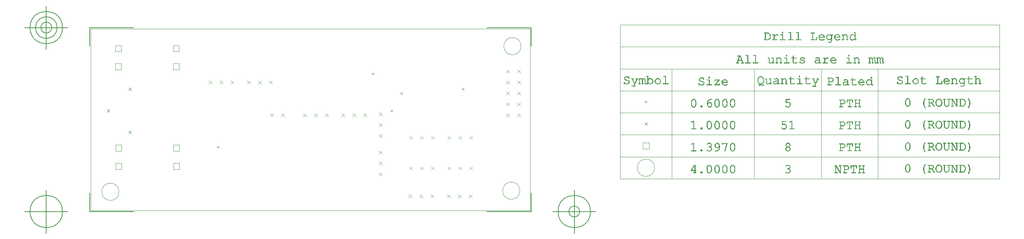
<source format=gbr>
G04 Generated by Ultiboard 14.0 *
%FSLAX34Y34*%
%MOMM*%

%ADD10C,0.0001*%
%ADD11C,0.0100*%
%ADD12C,0.1000*%
%ADD13C,0.0010*%
%ADD14C,0.1270*%


G04 ColorRGB 000000 for the following layer *
%LNDrill Symbols-Copper Top-Copper Bottom*%
%LPD*%
G54D11*
X291640Y749300D02*
X297640Y749300D01*
X294640Y746300D02*
X294640Y752300D01*
X718820Y870760D02*
X718820Y876760D01*
X715820Y873760D02*
X721820Y873760D01*
X692960Y833120D02*
X698960Y833120D01*
X695960Y830120D02*
X695960Y836120D01*
X858060Y883920D02*
X864060Y883920D01*
X861060Y880920D02*
X861060Y886920D01*
X652780Y916480D02*
X652780Y922480D01*
X649780Y919480D02*
X655780Y919480D01*
X1284322Y850938D02*
X1284322Y856938D01*
X1281322Y853938D02*
X1287322Y853938D01*
G54D12*
X961664Y902696D02*
X968736Y895624D01*
X961664Y895624D02*
X968736Y902696D01*
X961664Y877296D02*
X968736Y870224D01*
X961664Y870224D02*
X968736Y877296D01*
X961664Y851896D02*
X968736Y844824D01*
X961664Y844824D02*
X968736Y851896D01*
X961664Y819424D02*
X968736Y826496D01*
X961664Y826496D02*
X968736Y819424D01*
X987064Y921024D02*
X994136Y928096D01*
X987064Y928096D02*
X994136Y921024D01*
X987064Y902696D02*
X994136Y895624D01*
X987064Y895624D02*
X994136Y902696D01*
X987064Y870224D02*
X994136Y877296D01*
X987064Y877296D02*
X994136Y870224D01*
X987064Y851896D02*
X994136Y844824D01*
X987064Y844824D02*
X994136Y851896D01*
X987064Y826496D02*
X994136Y819424D01*
X987064Y819424D02*
X994136Y826496D01*
X961664Y928096D02*
X968736Y921024D01*
X961664Y921024D02*
X968736Y928096D01*
X87504Y779584D02*
X94576Y786656D01*
X87504Y786656D02*
X94576Y779584D01*
X87504Y879584D02*
X94576Y886656D01*
X87504Y886656D02*
X94576Y879584D01*
X37504Y829584D02*
X44576Y836656D01*
X37504Y836656D02*
X44576Y829584D01*
X955360Y982980D02*
G75*
D01*
G02X955360Y982980I20000J0*
G01*
X952820Y647700D02*
G75*
D01*
G02X952820Y647700I20000J0*
G01*
X25720Y645160D02*
G75*
D01*
G02X25720Y645160I20000J0*
G01*
X735604Y631464D02*
X742676Y638536D01*
X735604Y638536D02*
X742676Y631464D01*
X761004Y631464D02*
X768076Y638536D01*
X761004Y638536D02*
X768076Y631464D01*
X786404Y631464D02*
X793476Y638536D01*
X786404Y638536D02*
X793476Y631464D01*
X849904Y631464D02*
X856976Y638536D01*
X849904Y638536D02*
X856976Y631464D01*
X875304Y631464D02*
X882376Y638536D01*
X875304Y638536D02*
X882376Y631464D01*
X824504Y638536D02*
X831576Y631464D01*
X824504Y631464D02*
X831576Y638536D01*
X736874Y696234D02*
X743946Y703306D01*
X736874Y703306D02*
X743946Y696234D01*
X762274Y703306D02*
X769346Y696234D01*
X762274Y696234D02*
X769346Y703306D01*
X787674Y696234D02*
X794746Y703306D01*
X787674Y703306D02*
X794746Y696234D01*
X851174Y703306D02*
X858246Y696234D01*
X851174Y696234D02*
X858246Y703306D01*
X876574Y696234D02*
X883646Y703306D01*
X876574Y703306D02*
X883646Y696234D01*
X825774Y703306D02*
X832846Y696234D01*
X825774Y696234D02*
X832846Y703306D01*
X736874Y767354D02*
X743946Y774426D01*
X736874Y774426D02*
X743946Y767354D01*
X762274Y767354D02*
X769346Y774426D01*
X762274Y774426D02*
X769346Y767354D01*
X787674Y767354D02*
X794746Y774426D01*
X787674Y774426D02*
X794746Y767354D01*
X851174Y767354D02*
X858246Y774426D01*
X851174Y774426D02*
X858246Y767354D01*
X876574Y767354D02*
X883646Y774426D01*
X876574Y774426D02*
X883646Y767354D01*
X825774Y767354D02*
X832846Y774426D01*
X825774Y774426D02*
X832846Y767354D01*
X491764Y826496D02*
X498836Y819424D01*
X491764Y819424D02*
X498836Y826496D01*
X517164Y819424D02*
X524236Y826496D01*
X517164Y826496D02*
X524236Y819424D01*
X542564Y819424D02*
X549636Y826496D01*
X542564Y826496D02*
X549636Y819424D01*
X606064Y826496D02*
X613136Y819424D01*
X606064Y819424D02*
X613136Y826496D01*
X631464Y819424D02*
X638536Y826496D01*
X631464Y826496D02*
X638536Y819424D01*
X580664Y819424D02*
X587736Y826496D01*
X580664Y826496D02*
X587736Y819424D01*
X56774Y970715D02*
X70744Y970715D01*
X70744Y984685D01*
X56774Y984685D01*
X56774Y970715D01*
X190774Y970715D02*
X204744Y970715D01*
X204744Y984685D01*
X190774Y984685D01*
X190774Y970715D01*
X190774Y928695D02*
X204744Y928695D01*
X204744Y942665D01*
X190774Y942665D01*
X190774Y928695D01*
X56774Y928695D02*
X70744Y928695D01*
X70744Y942665D01*
X56774Y942665D01*
X56774Y928695D01*
X57563Y739734D02*
X71533Y739734D01*
X71533Y753704D01*
X57563Y753704D01*
X57563Y739734D01*
X191563Y739734D02*
X205533Y739734D01*
X205533Y753704D01*
X191563Y753704D01*
X191563Y739734D01*
X191563Y697714D02*
X205533Y697714D01*
X205533Y711684D01*
X191563Y711684D01*
X191563Y697714D01*
X57563Y697714D02*
X71533Y697714D01*
X71533Y711684D01*
X57563Y711684D01*
X57563Y697714D01*
X667024Y829036D02*
X674096Y821964D01*
X667024Y821964D02*
X674096Y829036D01*
X667024Y796564D02*
X674096Y803636D01*
X667024Y803636D02*
X674096Y796564D01*
X667024Y778236D02*
X674096Y771164D01*
X667024Y771164D02*
X674096Y778236D01*
X667024Y707664D02*
X674096Y714736D01*
X667024Y714736D02*
X674096Y707664D01*
X667024Y682264D02*
X674096Y689336D01*
X667024Y689336D02*
X674096Y682264D01*
X667024Y740136D02*
X674096Y733064D01*
X667024Y733064D02*
X674096Y740136D01*
X273324Y895624D02*
X280396Y902696D01*
X273324Y902696D02*
X280396Y895624D01*
X298724Y895624D02*
X305796Y902696D01*
X298724Y902696D02*
X305796Y895624D01*
X324124Y895624D02*
X331196Y902696D01*
X324124Y902696D02*
X331196Y895624D01*
X387624Y895624D02*
X394696Y902696D01*
X387624Y902696D02*
X394696Y895624D01*
X413024Y895624D02*
X420096Y902696D01*
X413024Y902696D02*
X420096Y895624D01*
X362224Y902696D02*
X369296Y895624D01*
X362224Y895624D02*
X369296Y902696D01*
X415564Y826496D02*
X422636Y819424D01*
X415564Y819424D02*
X422636Y826496D01*
X440964Y826496D02*
X448036Y819424D01*
X440964Y819424D02*
X448036Y826496D01*
X1264322Y700938D02*
G75*
D01*
G02X1264322Y700938I20000J0*
G01*
X1277337Y744953D02*
X1291307Y744953D01*
X1291307Y758923D01*
X1277337Y758923D01*
X1277337Y744953D01*
X1280786Y806473D02*
X1287857Y799402D01*
X1280786Y799402D02*
X1287857Y806473D01*
G54D13*
G36*
X1393529Y689343D02*
X1393529Y689343D01*
X1393529Y689836D01*
X1393481Y689585D01*
X1393529Y689343D01*
D02*
G37*
X1393529Y689836D01*
X1393481Y689585D01*
X1393529Y689343D01*
G36*
X1393529Y689836D02*
X1393529Y689836D01*
X1393529Y689343D01*
X1393672Y689146D01*
X1393529Y689836D01*
D02*
G37*
X1393529Y689343D01*
X1393672Y689146D01*
X1393529Y689836D01*
G36*
X1393672Y689146D02*
X1393672Y689146D01*
X1393672Y690032D01*
X1393529Y689836D01*
X1393672Y689146D01*
D02*
G37*
X1393672Y690032D01*
X1393529Y689836D01*
X1393672Y689146D01*
G36*
X1393672Y690032D02*
X1393672Y690032D01*
X1393672Y689146D01*
X1393928Y689014D01*
X1393672Y690032D01*
D02*
G37*
X1393672Y689146D01*
X1393928Y689014D01*
X1393672Y690032D01*
G36*
X1393928Y689014D02*
X1393928Y689014D01*
X1393928Y690158D01*
X1393672Y690032D01*
X1393928Y689014D01*
D02*
G37*
X1393928Y690158D01*
X1393672Y690032D01*
X1393928Y689014D01*
G36*
X1393928Y690158D02*
X1393928Y690158D01*
X1393928Y689014D01*
X1394316Y688970D01*
X1393928Y690158D01*
D02*
G37*
X1393928Y689014D01*
X1394316Y688970D01*
X1393928Y690158D01*
G36*
X1394316Y688970D02*
X1394316Y688970D01*
X1394316Y690200D01*
X1393928Y690158D01*
X1394316Y688970D01*
D02*
G37*
X1394316Y690200D01*
X1393928Y690158D01*
X1394316Y688970D01*
G36*
X1394316Y690200D02*
X1394316Y690200D01*
X1394316Y688970D01*
X1398886Y688970D01*
X1394316Y690200D01*
D02*
G37*
X1394316Y688970D01*
X1398886Y688970D01*
X1394316Y690200D01*
G36*
X1398886Y688970D02*
X1398886Y688970D01*
X1396616Y690200D01*
X1394316Y690200D01*
X1398886Y688970D01*
D02*
G37*
X1396616Y690200D01*
X1394316Y690200D01*
X1398886Y688970D01*
G36*
X1396616Y690200D02*
X1396616Y690200D01*
X1398886Y688970D01*
X1397861Y690200D01*
X1396616Y690200D01*
D02*
G37*
X1398886Y688970D01*
X1397861Y690200D01*
X1396616Y690200D01*
G36*
X1397861Y690200D02*
X1397861Y690200D01*
X1396616Y694111D01*
X1396616Y690200D01*
X1397861Y690200D01*
D02*
G37*
X1396616Y694111D01*
X1396616Y690200D01*
X1397861Y690200D01*
G36*
X1396616Y694111D02*
X1396616Y694111D01*
X1397861Y690200D01*
X1396616Y695342D01*
X1396616Y694111D01*
D02*
G37*
X1397861Y690200D01*
X1396616Y695342D01*
X1396616Y694111D01*
G36*
X1396616Y695342D02*
X1396616Y695342D01*
X1389746Y695342D01*
X1396616Y694111D01*
X1396616Y695342D01*
D02*
G37*
X1389746Y695342D01*
X1396616Y694111D01*
X1396616Y695342D01*
G36*
X1396616Y694111D02*
X1396616Y694111D01*
X1388457Y695532D01*
X1388457Y694111D01*
X1396616Y694111D01*
D02*
G37*
X1388457Y695532D01*
X1388457Y694111D01*
X1396616Y694111D01*
G36*
X1388457Y695532D02*
X1388457Y695532D01*
X1396616Y694111D01*
X1389746Y695342D01*
X1388457Y695532D01*
D02*
G37*
X1396616Y694111D01*
X1389746Y695342D01*
X1388457Y695532D01*
G36*
X1389746Y695342D02*
X1389746Y695342D01*
X1395297Y707354D01*
X1388457Y695532D01*
X1389746Y695342D01*
D02*
G37*
X1395297Y707354D01*
X1388457Y695532D01*
X1389746Y695342D01*
G36*
X1395297Y707354D02*
X1395297Y707354D01*
X1389746Y695342D01*
X1395971Y706109D01*
X1395297Y707354D01*
D02*
G37*
X1389746Y695342D01*
X1395971Y706109D01*
X1395297Y707354D01*
G36*
X1395971Y706109D02*
X1395971Y706109D01*
X1397861Y707354D01*
X1395297Y707354D01*
X1395971Y706109D01*
D02*
G37*
X1397861Y707354D01*
X1395297Y707354D01*
X1395971Y706109D01*
G36*
X1397861Y707354D02*
X1397861Y707354D01*
X1395971Y706109D01*
X1396616Y706109D01*
X1397861Y707354D01*
D02*
G37*
X1395971Y706109D01*
X1396616Y706109D01*
X1397861Y707354D01*
G36*
X1396616Y706109D02*
X1396616Y706109D01*
X1397861Y690200D01*
X1397861Y707354D01*
X1396616Y706109D01*
D02*
G37*
X1397861Y690200D01*
X1397861Y707354D01*
X1396616Y706109D01*
G36*
X1397861Y690200D02*
X1397861Y690200D01*
X1396616Y706109D01*
X1396616Y695342D01*
X1397861Y690200D01*
D02*
G37*
X1396616Y706109D01*
X1396616Y695342D01*
X1397861Y690200D01*
G36*
X1399674Y694978D02*
X1399674Y694978D01*
X1399674Y694485D01*
X1399721Y694727D01*
X1399674Y694978D01*
D02*
G37*
X1399674Y694485D01*
X1399721Y694727D01*
X1399674Y694978D01*
G36*
X1399674Y694485D02*
X1399674Y694485D01*
X1399674Y694978D01*
X1399531Y695173D01*
X1399674Y694485D01*
D02*
G37*
X1399674Y694978D01*
X1399531Y695173D01*
X1399674Y694485D01*
G36*
X1399531Y695173D02*
X1399531Y695173D01*
X1399531Y694287D01*
X1399674Y694485D01*
X1399531Y695173D01*
D02*
G37*
X1399531Y694287D01*
X1399674Y694485D01*
X1399531Y695173D01*
G36*
X1399531Y694287D02*
X1399531Y694287D01*
X1399531Y695173D01*
X1399275Y695300D01*
X1399531Y694287D01*
D02*
G37*
X1399531Y695173D01*
X1399275Y695300D01*
X1399531Y694287D01*
G36*
X1399275Y695300D02*
X1399275Y695300D01*
X1399275Y694155D01*
X1399531Y694287D01*
X1399275Y695300D01*
D02*
G37*
X1399275Y694155D01*
X1399531Y694287D01*
X1399275Y695300D01*
G36*
X1399275Y694155D02*
X1399275Y694155D01*
X1399275Y695300D01*
X1398886Y695342D01*
X1399275Y694155D01*
D02*
G37*
X1399275Y695300D01*
X1398886Y695342D01*
X1399275Y694155D01*
G36*
X1398886Y695342D02*
X1398886Y695342D01*
X1398886Y694111D01*
X1399275Y694155D01*
X1398886Y695342D01*
D02*
G37*
X1398886Y694111D01*
X1399275Y694155D01*
X1398886Y695342D01*
G36*
X1398886Y694111D02*
X1398886Y694111D01*
X1398886Y695342D01*
X1397861Y695342D01*
X1398886Y694111D01*
D02*
G37*
X1398886Y695342D01*
X1397861Y695342D01*
X1398886Y694111D01*
G36*
X1397861Y695342D02*
X1397861Y695342D01*
X1397861Y694111D01*
X1398886Y694111D01*
X1397861Y695342D01*
D02*
G37*
X1397861Y694111D01*
X1398886Y694111D01*
X1397861Y695342D01*
G36*
X1397861Y694111D02*
X1397861Y694111D01*
X1397861Y707354D01*
X1397861Y694111D01*
D02*
G37*
X1397861Y707354D01*
X1397861Y694111D01*
G36*
X1397861Y707354D02*
X1397861Y707354D01*
X1397861Y690200D01*
X1397861Y694111D01*
X1397861Y707354D01*
D02*
G37*
X1397861Y690200D01*
X1397861Y694111D01*
X1397861Y707354D01*
G36*
X1398886Y688970D02*
X1398886Y688970D01*
X1398886Y690200D01*
X1397861Y690200D01*
X1398886Y688970D01*
D02*
G37*
X1398886Y690200D01*
X1397861Y690200D01*
X1398886Y688970D01*
G36*
X1398886Y690200D02*
X1398886Y690200D01*
X1398886Y688970D01*
X1399275Y689014D01*
X1398886Y690200D01*
D02*
G37*
X1398886Y688970D01*
X1399275Y689014D01*
X1398886Y690200D01*
G36*
X1399275Y689014D02*
X1399275Y689014D01*
X1399275Y690158D01*
X1398886Y690200D01*
X1399275Y689014D01*
D02*
G37*
X1399275Y690158D01*
X1398886Y690200D01*
X1399275Y689014D01*
G36*
X1399275Y690158D02*
X1399275Y690158D01*
X1399275Y689014D01*
X1399531Y689146D01*
X1399275Y690158D01*
D02*
G37*
X1399275Y689014D01*
X1399531Y689146D01*
X1399275Y690158D01*
G36*
X1399531Y689146D02*
X1399531Y689146D01*
X1399531Y690032D01*
X1399275Y690158D01*
X1399531Y689146D01*
D02*
G37*
X1399531Y690032D01*
X1399275Y690158D01*
X1399531Y689146D01*
G36*
X1399531Y690032D02*
X1399531Y690032D01*
X1399531Y689146D01*
X1399674Y689343D01*
X1399531Y690032D01*
D02*
G37*
X1399531Y689146D01*
X1399674Y689343D01*
X1399531Y690032D01*
G36*
X1399674Y689343D02*
X1399674Y689343D01*
X1399674Y689836D01*
X1399531Y690032D01*
X1399674Y689343D01*
D02*
G37*
X1399674Y689836D01*
X1399531Y690032D01*
X1399674Y689343D01*
G36*
X1399674Y689836D02*
X1399674Y689836D01*
X1399674Y689343D01*
X1399721Y689585D01*
X1399674Y689836D01*
D02*
G37*
X1399674Y689343D01*
X1399721Y689585D01*
X1399674Y689836D01*
G36*
X1412070Y692500D02*
X1412070Y692500D01*
X1411317Y692357D01*
X1412070Y692500D01*
D02*
G37*
X1411317Y692357D01*
X1412070Y692500D01*
G36*
X1412070Y692500D01*
X1411317Y692357D01*
X1410671Y691929D01*
X1412070Y692500D01*
D02*
G37*
X1411317Y692357D01*
X1410671Y691929D01*
X1412070Y692500D01*
G36*
X1412070Y692500D01*
X1410671Y691929D01*
X1410226Y691288D01*
X1412070Y692500D01*
D02*
G37*
X1410671Y691929D01*
X1410226Y691288D01*
X1412070Y692500D01*
G36*
X1412070Y692500D01*
X1410226Y691288D01*
X1410078Y690508D01*
X1412070Y692500D01*
D02*
G37*
X1410226Y691288D01*
X1410078Y690508D01*
X1412070Y692500D01*
G36*
X1412070Y692500D01*
X1410078Y690508D01*
X1410224Y689748D01*
X1412070Y692500D01*
D02*
G37*
X1410078Y690508D01*
X1410224Y689748D01*
X1412070Y692500D01*
G36*
X1412070Y692500D01*
X1410224Y689748D01*
X1410664Y689109D01*
X1412070Y692500D01*
D02*
G37*
X1410224Y689748D01*
X1410664Y689109D01*
X1412070Y692500D01*
G36*
X1412070Y692500D01*
X1410664Y689109D01*
X1411308Y688675D01*
X1412070Y692500D01*
D02*
G37*
X1410664Y689109D01*
X1411308Y688675D01*
X1412070Y692500D01*
G36*
X1412070Y692500D01*
X1411308Y688675D01*
X1412070Y688531D01*
X1412070Y692500D01*
D02*
G37*
X1411308Y688675D01*
X1412070Y688531D01*
X1412070Y692500D01*
G36*
X1412070Y692500D01*
X1412070Y688531D01*
X1412597Y688531D01*
X1412070Y692500D01*
D02*
G37*
X1412070Y688531D01*
X1412597Y688531D01*
X1412070Y692500D01*
G36*
X1412070Y692500D01*
X1412597Y688531D01*
X1413350Y688673D01*
X1412070Y692500D01*
D02*
G37*
X1412597Y688531D01*
X1413350Y688673D01*
X1412070Y692500D01*
G36*
X1412070Y692500D01*
X1413350Y688673D01*
X1413996Y689102D01*
X1412070Y692500D01*
D02*
G37*
X1413350Y688673D01*
X1413996Y689102D01*
X1412070Y692500D01*
G36*
X1412070Y692500D01*
X1413996Y689102D01*
X1414441Y689743D01*
X1412070Y692500D01*
D02*
G37*
X1413996Y689102D01*
X1414441Y689743D01*
X1412070Y692500D01*
G36*
X1412070Y692500D01*
X1414441Y689743D01*
X1414589Y690523D01*
X1412070Y692500D01*
D02*
G37*
X1414441Y689743D01*
X1414589Y690523D01*
X1412070Y692500D01*
G36*
X1412070Y692500D01*
X1414589Y690523D01*
X1414443Y691283D01*
X1412070Y692500D01*
D02*
G37*
X1414589Y690523D01*
X1414443Y691283D01*
X1412070Y692500D01*
G36*
X1412070Y692500D01*
X1414443Y691283D01*
X1414004Y691922D01*
X1412070Y692500D01*
D02*
G37*
X1414443Y691283D01*
X1414004Y691922D01*
X1412070Y692500D01*
G36*
X1412070Y692500D01*
X1414004Y691922D01*
X1413359Y692356D01*
X1412070Y692500D01*
D02*
G37*
X1414004Y691922D01*
X1413359Y692356D01*
X1412070Y692500D01*
G36*
X1412070Y692500D01*
X1413359Y692356D01*
X1412597Y692500D01*
X1412070Y692500D01*
D02*
G37*
X1413359Y692356D01*
X1412597Y692500D01*
X1412070Y692500D01*
G36*
X1435896Y701267D02*
X1435896Y701267D01*
X1435654Y702637D01*
X1435858Y694750D01*
X1435896Y701267D01*
D02*
G37*
X1435654Y702637D01*
X1435858Y694750D01*
X1435896Y701267D01*
G36*
X1435896Y701267D01*
X1435858Y694750D01*
X1435976Y696631D01*
X1435896Y701267D01*
D02*
G37*
X1435858Y694750D01*
X1435976Y696631D01*
X1435896Y701267D01*
G36*
X1435896Y701267D01*
X1435976Y696631D01*
X1435976Y699678D01*
X1435896Y701267D01*
D02*
G37*
X1435976Y696631D01*
X1435976Y699678D01*
X1435896Y701267D01*
G36*
X1435354Y703563D02*
X1435354Y703563D01*
X1435858Y694750D01*
X1435654Y702637D01*
X1435354Y703563D01*
D02*
G37*
X1435858Y694750D01*
X1435654Y702637D01*
X1435354Y703563D01*
G36*
X1435858Y694750D02*
X1435858Y694750D01*
X1435354Y703563D01*
X1434922Y704585D01*
X1435858Y694750D01*
D02*
G37*
X1435354Y703563D01*
X1434922Y704585D01*
X1435858Y694750D01*
G36*
X1434922Y704585D02*
X1434922Y704585D01*
X1434913Y691608D01*
X1435858Y694750D01*
X1434922Y704585D01*
D02*
G37*
X1434913Y691608D01*
X1435858Y694750D01*
X1434922Y704585D01*
G36*
X1434913Y691608D02*
X1434913Y691608D01*
X1434922Y704585D01*
X1434746Y699517D01*
X1434913Y691608D01*
D02*
G37*
X1434922Y704585D01*
X1434746Y699517D01*
X1434913Y691608D01*
G36*
X1434746Y699517D02*
X1434746Y699517D01*
X1434746Y696807D01*
X1434913Y691608D01*
X1434746Y699517D01*
D02*
G37*
X1434746Y696807D01*
X1434913Y691608D01*
X1434746Y699517D01*
G36*
X1433149Y705156D02*
X1433149Y705156D01*
X1433241Y706843D01*
X1432728Y705632D01*
X1433149Y705156D01*
D02*
G37*
X1433241Y706843D01*
X1432728Y705632D01*
X1433149Y705156D01*
G36*
X1433241Y706843D02*
X1433241Y706843D01*
X1433149Y705156D01*
X1433733Y704111D01*
X1433241Y706843D01*
D02*
G37*
X1433149Y705156D01*
X1433733Y704111D01*
X1433241Y706843D01*
G36*
X1433733Y704111D02*
X1433733Y704111D01*
X1433984Y706152D01*
X1433241Y706843D01*
X1433733Y704111D01*
D02*
G37*
X1433984Y706152D01*
X1433241Y706843D01*
X1433733Y704111D01*
G36*
X1433984Y706152D02*
X1433984Y706152D01*
X1433733Y704111D01*
X1434255Y702761D01*
X1433984Y706152D01*
D02*
G37*
X1433733Y704111D01*
X1434255Y702761D01*
X1433984Y706152D01*
G36*
X1434255Y702761D02*
X1434255Y702761D01*
X1434438Y705512D01*
X1433984Y706152D01*
X1434255Y702761D01*
D02*
G37*
X1434438Y705512D01*
X1433984Y706152D01*
X1434255Y702761D01*
G36*
X1434438Y705512D02*
X1434438Y705512D01*
X1434255Y702761D01*
X1434623Y701199D01*
X1434438Y705512D01*
D02*
G37*
X1434255Y702761D01*
X1434623Y701199D01*
X1434438Y705512D01*
G36*
X1434623Y701199D02*
X1434623Y701199D01*
X1434922Y704585D01*
X1434438Y705512D01*
X1434623Y701199D01*
D02*
G37*
X1434922Y704585D01*
X1434438Y705512D01*
X1434623Y701199D01*
G36*
X1434922Y704585D02*
X1434922Y704585D01*
X1434623Y701199D01*
X1434746Y699517D01*
X1434922Y704585D01*
D02*
G37*
X1434623Y701199D01*
X1434746Y699517D01*
X1434922Y704585D01*
G36*
X1431311Y706420D02*
X1431311Y706420D01*
X1431369Y707685D01*
X1430322Y706548D01*
X1431311Y706420D01*
D02*
G37*
X1431369Y707685D01*
X1430322Y706548D01*
X1431311Y706420D01*
G36*
X1431369Y707685D02*
X1431369Y707685D01*
X1431311Y706420D01*
X1432197Y706035D01*
X1431369Y707685D01*
D02*
G37*
X1431311Y706420D01*
X1432197Y706035D01*
X1431369Y707685D01*
G36*
X1432197Y706035D02*
X1432197Y706035D01*
X1432358Y707361D01*
X1431369Y707685D01*
X1432197Y706035D01*
D02*
G37*
X1432358Y707361D01*
X1431369Y707685D01*
X1432197Y706035D01*
G36*
X1432358Y707361D02*
X1432358Y707361D01*
X1432197Y706035D01*
X1432728Y705632D01*
X1432358Y707361D01*
D02*
G37*
X1432197Y706035D01*
X1432728Y705632D01*
X1432358Y707361D01*
G36*
X1432728Y705632D02*
X1432728Y705632D01*
X1433241Y706843D01*
X1432358Y707361D01*
X1432728Y705632D01*
D02*
G37*
X1433241Y706843D01*
X1432358Y707361D01*
X1432728Y705632D01*
G36*
X1426572Y703340D02*
X1426572Y703340D01*
X1426572Y705977D01*
X1425986Y700879D01*
X1426572Y703340D01*
D02*
G37*
X1426572Y705977D01*
X1425986Y700879D01*
X1426572Y703340D01*
G36*
X1426572Y705977D02*
X1426572Y705977D01*
X1426572Y703340D01*
X1427085Y704439D01*
X1426572Y705977D01*
D02*
G37*
X1426572Y703340D01*
X1427085Y704439D01*
X1426572Y705977D01*
G36*
X1427085Y704439D02*
X1427085Y704439D01*
X1427360Y706771D01*
X1426572Y705977D01*
X1427085Y704439D01*
D02*
G37*
X1427360Y706771D01*
X1426572Y705977D01*
X1427085Y704439D01*
G36*
X1427360Y706771D02*
X1427360Y706771D01*
X1427085Y704439D01*
X1427726Y705361D01*
X1427360Y706771D01*
D02*
G37*
X1427085Y704439D01*
X1427726Y705361D01*
X1427360Y706771D01*
G36*
X1427726Y705361D02*
X1427726Y705361D01*
X1429228Y707680D01*
X1427360Y706771D01*
X1427726Y705361D01*
D02*
G37*
X1429228Y707680D01*
X1427360Y706771D01*
X1427726Y705361D01*
G36*
X1429228Y707680D02*
X1429228Y707680D01*
X1427726Y705361D01*
X1429345Y706416D01*
X1429228Y707680D01*
D02*
G37*
X1427726Y705361D01*
X1429345Y706416D01*
X1429228Y707680D01*
G36*
X1429345Y706416D02*
X1429345Y706416D01*
X1430307Y707793D01*
X1429228Y707680D01*
X1429345Y706416D01*
D02*
G37*
X1430307Y707793D01*
X1429228Y707680D01*
X1429345Y706416D01*
G36*
X1430307Y707793D02*
X1430307Y707793D01*
X1429345Y706416D01*
X1430322Y706548D01*
X1430307Y707793D01*
D02*
G37*
X1429345Y706416D01*
X1430322Y706548D01*
X1430307Y707793D01*
G36*
X1430322Y706548D02*
X1430322Y706548D01*
X1431369Y707685D01*
X1430307Y707793D01*
X1430322Y706548D01*
D02*
G37*
X1431369Y707685D01*
X1430307Y707793D01*
X1430322Y706548D01*
G36*
X1425745Y704715D02*
X1425745Y704715D01*
X1424800Y701566D01*
X1425019Y693687D01*
X1425745Y704715D01*
D02*
G37*
X1424800Y701566D01*
X1425019Y693687D01*
X1425745Y704715D01*
G36*
X1425745Y704715D01*
X1425019Y693687D01*
X1425310Y692749D01*
X1425745Y704715D01*
D02*
G37*
X1425019Y693687D01*
X1425310Y692749D01*
X1425745Y704715D01*
G36*
X1425745Y704715D01*
X1425310Y692749D01*
X1425744Y691724D01*
X1425745Y704715D01*
D02*
G37*
X1425310Y692749D01*
X1425744Y691724D01*
X1425745Y704715D01*
G36*
X1425745Y704715D01*
X1425744Y691724D01*
X1425913Y696807D01*
X1425745Y704715D01*
D02*
G37*
X1425744Y691724D01*
X1425913Y696807D01*
X1425745Y704715D01*
G36*
X1425745Y704715D01*
X1425913Y696807D01*
X1425913Y699517D01*
X1425745Y704715D01*
D02*
G37*
X1425913Y696807D01*
X1425913Y699517D01*
X1425745Y704715D01*
G36*
X1425745Y704715D01*
X1425913Y699517D01*
X1425986Y700879D01*
X1425745Y704715D01*
D02*
G37*
X1425913Y699517D01*
X1425986Y700879D01*
X1425745Y704715D01*
G36*
X1425745Y704715D01*
X1425986Y700879D01*
X1426572Y705977D01*
X1425745Y704715D01*
D02*
G37*
X1425986Y700879D01*
X1426572Y705977D01*
X1425745Y704715D01*
G36*
X1434672Y695444D02*
X1434672Y695444D01*
X1434913Y691608D01*
X1434746Y696807D01*
X1434672Y695444D01*
D02*
G37*
X1434913Y691608D01*
X1434746Y696807D01*
X1434672Y695444D01*
G36*
X1434913Y691608D02*
X1434913Y691608D01*
X1434672Y695444D01*
X1434087Y692979D01*
X1434913Y691608D01*
D02*
G37*
X1434672Y695444D01*
X1434087Y692979D01*
X1434913Y691608D01*
G36*
X1434087Y692979D02*
X1434087Y692979D01*
X1434087Y690347D01*
X1434913Y691608D01*
X1434087Y692979D01*
D02*
G37*
X1434087Y690347D01*
X1434913Y691608D01*
X1434087Y692979D01*
G36*
X1434087Y690347D02*
X1434087Y690347D01*
X1434087Y692979D01*
X1433574Y691878D01*
X1434087Y690347D01*
D02*
G37*
X1434087Y692979D01*
X1433574Y691878D01*
X1434087Y690347D01*
G36*
X1433574Y691878D02*
X1433574Y691878D01*
X1433298Y689552D01*
X1434087Y690347D01*
X1433574Y691878D01*
D02*
G37*
X1433298Y689552D01*
X1434087Y690347D01*
X1433574Y691878D01*
G36*
X1433298Y689552D02*
X1433298Y689552D01*
X1433574Y691878D01*
X1432933Y690952D01*
X1433298Y689552D01*
D02*
G37*
X1433574Y691878D01*
X1432933Y690952D01*
X1433298Y689552D01*
G36*
X1432933Y690952D02*
X1432933Y690952D01*
X1431431Y688644D01*
X1433298Y689552D01*
X1432933Y690952D01*
D02*
G37*
X1431431Y688644D01*
X1433298Y689552D01*
X1432933Y690952D01*
G36*
X1431431Y688644D02*
X1431431Y688644D01*
X1432933Y690952D01*
X1431322Y689893D01*
X1431431Y688644D01*
D02*
G37*
X1432933Y690952D01*
X1431322Y689893D01*
X1431431Y688644D01*
G36*
X1431322Y689893D02*
X1431322Y689893D01*
X1430351Y689761D01*
X1431431Y688644D01*
X1431322Y689893D01*
D02*
G37*
X1430351Y689761D01*
X1431431Y688644D01*
X1431322Y689893D01*
G36*
X1430351Y689761D02*
X1430351Y689761D01*
X1430351Y688531D01*
X1431431Y688644D01*
X1430351Y689761D01*
D02*
G37*
X1430351Y688531D01*
X1431431Y688644D01*
X1430351Y689761D01*
G36*
X1430351Y688531D02*
X1430351Y688531D01*
X1430351Y689761D01*
X1429351Y689893D01*
X1430351Y688531D01*
D02*
G37*
X1430351Y689761D01*
X1429351Y689893D01*
X1430351Y688531D01*
G36*
X1429351Y689893D02*
X1429351Y689893D01*
X1429298Y688639D01*
X1430351Y688531D01*
X1429351Y689893D01*
D02*
G37*
X1429298Y688639D01*
X1430351Y688531D01*
X1429351Y689893D01*
G36*
X1429298Y688639D02*
X1429298Y688639D01*
X1429351Y689893D01*
X1428462Y690288D01*
X1429298Y688639D01*
D02*
G37*
X1429351Y689893D01*
X1428462Y690288D01*
X1429298Y688639D01*
G36*
X1428462Y690288D02*
X1428462Y690288D01*
X1428308Y688963D01*
X1429298Y688639D01*
X1428462Y690288D01*
D02*
G37*
X1428308Y688963D01*
X1429298Y688639D01*
X1428462Y690288D01*
G36*
X1428308Y688963D02*
X1428308Y688963D01*
X1428462Y690288D01*
X1427934Y690687D01*
X1428308Y688963D01*
D02*
G37*
X1428462Y690288D01*
X1427934Y690687D01*
X1428308Y688963D01*
G36*
X1427934Y690687D02*
X1427934Y690687D01*
X1427524Y691152D01*
X1428308Y688963D01*
X1427934Y690687D01*
D02*
G37*
X1427524Y691152D01*
X1428308Y688963D01*
X1427934Y690687D01*
G36*
X1427524Y691152D02*
X1427524Y691152D01*
X1427420Y689481D01*
X1428308Y688963D01*
X1427524Y691152D01*
D02*
G37*
X1427420Y689481D01*
X1428308Y688963D01*
X1427524Y691152D01*
G36*
X1427420Y689481D02*
X1427420Y689481D01*
X1427524Y691152D01*
X1426929Y692200D01*
X1427420Y689481D01*
D02*
G37*
X1427524Y691152D01*
X1426929Y692200D01*
X1427420Y689481D01*
G36*
X1426929Y692200D02*
X1426929Y692200D01*
X1426674Y690171D01*
X1427420Y689481D01*
X1426929Y692200D01*
D02*
G37*
X1426674Y690171D01*
X1427420Y689481D01*
X1426929Y692200D01*
G36*
X1426674Y690171D02*
X1426674Y690171D01*
X1426929Y692200D01*
X1426403Y693555D01*
X1426674Y690171D01*
D02*
G37*
X1426929Y692200D01*
X1426403Y693555D01*
X1426674Y690171D01*
G36*
X1426403Y693555D02*
X1426403Y693555D01*
X1426230Y690801D01*
X1426674Y690171D01*
X1426403Y693555D01*
D02*
G37*
X1426230Y690801D01*
X1426674Y690171D01*
X1426403Y693555D01*
G36*
X1426230Y690801D02*
X1426230Y690801D01*
X1426403Y693555D01*
X1426035Y695122D01*
X1426230Y690801D01*
D02*
G37*
X1426403Y693555D01*
X1426035Y695122D01*
X1426230Y690801D01*
G36*
X1426035Y695122D02*
X1426035Y695122D01*
X1425913Y696807D01*
X1426230Y690801D01*
X1426035Y695122D01*
D02*
G37*
X1425913Y696807D01*
X1426230Y690801D01*
X1426035Y695122D01*
G36*
X1424766Y695053D02*
X1424766Y695053D01*
X1425019Y693687D01*
X1424800Y701566D01*
X1424766Y695053D01*
D02*
G37*
X1425019Y693687D01*
X1424800Y701566D01*
X1424766Y695053D01*
G36*
X1424766Y695053D01*
X1424800Y701566D01*
X1424682Y699678D01*
X1424766Y695053D01*
D02*
G37*
X1424800Y701566D01*
X1424682Y699678D01*
X1424766Y695053D01*
G36*
X1424766Y695053D01*
X1424682Y699678D01*
X1424682Y696631D01*
X1424766Y695053D01*
D02*
G37*
X1424682Y699678D01*
X1424682Y696631D01*
X1424766Y695053D01*
G36*
X1425913Y696807D02*
X1425913Y696807D01*
X1425744Y691724D01*
X1426230Y690801D01*
X1425913Y696807D01*
D02*
G37*
X1425744Y691724D01*
X1426230Y690801D01*
X1425913Y696807D01*
G36*
X1453899Y701267D02*
X1453899Y701267D01*
X1453657Y702637D01*
X1453861Y694750D01*
X1453899Y701267D01*
D02*
G37*
X1453657Y702637D01*
X1453861Y694750D01*
X1453899Y701267D01*
G36*
X1453899Y701267D01*
X1453861Y694750D01*
X1453979Y696631D01*
X1453899Y701267D01*
D02*
G37*
X1453861Y694750D01*
X1453979Y696631D01*
X1453899Y701267D01*
G36*
X1453899Y701267D01*
X1453979Y696631D01*
X1453979Y699678D01*
X1453899Y701267D01*
D02*
G37*
X1453979Y696631D01*
X1453979Y699678D01*
X1453899Y701267D01*
G36*
X1453357Y703563D02*
X1453357Y703563D01*
X1453861Y694750D01*
X1453657Y702637D01*
X1453357Y703563D01*
D02*
G37*
X1453861Y694750D01*
X1453657Y702637D01*
X1453357Y703563D01*
G36*
X1453861Y694750D02*
X1453861Y694750D01*
X1453357Y703563D01*
X1452924Y704585D01*
X1453861Y694750D01*
D02*
G37*
X1453357Y703563D01*
X1452924Y704585D01*
X1453861Y694750D01*
G36*
X1452924Y704585D02*
X1452924Y704585D01*
X1452916Y691608D01*
X1453861Y694750D01*
X1452924Y704585D01*
D02*
G37*
X1452916Y691608D01*
X1453861Y694750D01*
X1452924Y704585D01*
G36*
X1452916Y691608D02*
X1452916Y691608D01*
X1452924Y704585D01*
X1452749Y699517D01*
X1452916Y691608D01*
D02*
G37*
X1452924Y704585D01*
X1452749Y699517D01*
X1452916Y691608D01*
G36*
X1452749Y699517D02*
X1452749Y699517D01*
X1452749Y696807D01*
X1452916Y691608D01*
X1452749Y699517D01*
D02*
G37*
X1452749Y696807D01*
X1452916Y691608D01*
X1452749Y699517D01*
G36*
X1451152Y705156D02*
X1451152Y705156D01*
X1451244Y706843D01*
X1450731Y705632D01*
X1451152Y705156D01*
D02*
G37*
X1451244Y706843D01*
X1450731Y705632D01*
X1451152Y705156D01*
G36*
X1451244Y706843D02*
X1451244Y706843D01*
X1451152Y705156D01*
X1451736Y704111D01*
X1451244Y706843D01*
D02*
G37*
X1451152Y705156D01*
X1451736Y704111D01*
X1451244Y706843D01*
G36*
X1451736Y704111D02*
X1451736Y704111D01*
X1451987Y706152D01*
X1451244Y706843D01*
X1451736Y704111D01*
D02*
G37*
X1451987Y706152D01*
X1451244Y706843D01*
X1451736Y704111D01*
G36*
X1451987Y706152D02*
X1451987Y706152D01*
X1451736Y704111D01*
X1452258Y702761D01*
X1451987Y706152D01*
D02*
G37*
X1451736Y704111D01*
X1452258Y702761D01*
X1451987Y706152D01*
G36*
X1452258Y702761D02*
X1452258Y702761D01*
X1452441Y705512D01*
X1451987Y706152D01*
X1452258Y702761D01*
D02*
G37*
X1452441Y705512D01*
X1451987Y706152D01*
X1452258Y702761D01*
G36*
X1452441Y705512D02*
X1452441Y705512D01*
X1452258Y702761D01*
X1452626Y701199D01*
X1452441Y705512D01*
D02*
G37*
X1452258Y702761D01*
X1452626Y701199D01*
X1452441Y705512D01*
G36*
X1452626Y701199D02*
X1452626Y701199D01*
X1452924Y704585D01*
X1452441Y705512D01*
X1452626Y701199D01*
D02*
G37*
X1452924Y704585D01*
X1452441Y705512D01*
X1452626Y701199D01*
G36*
X1452924Y704585D02*
X1452924Y704585D01*
X1452626Y701199D01*
X1452749Y699517D01*
X1452924Y704585D01*
D02*
G37*
X1452626Y701199D01*
X1452749Y699517D01*
X1452924Y704585D01*
G36*
X1449314Y706420D02*
X1449314Y706420D01*
X1449372Y707685D01*
X1448325Y706548D01*
X1449314Y706420D01*
D02*
G37*
X1449372Y707685D01*
X1448325Y706548D01*
X1449314Y706420D01*
G36*
X1449372Y707685D02*
X1449372Y707685D01*
X1449314Y706420D01*
X1450200Y706035D01*
X1449372Y707685D01*
D02*
G37*
X1449314Y706420D01*
X1450200Y706035D01*
X1449372Y707685D01*
G36*
X1450200Y706035D02*
X1450200Y706035D01*
X1450361Y707361D01*
X1449372Y707685D01*
X1450200Y706035D01*
D02*
G37*
X1450361Y707361D01*
X1449372Y707685D01*
X1450200Y706035D01*
G36*
X1450361Y707361D02*
X1450361Y707361D01*
X1450200Y706035D01*
X1450731Y705632D01*
X1450361Y707361D01*
D02*
G37*
X1450200Y706035D01*
X1450731Y705632D01*
X1450361Y707361D01*
G36*
X1450731Y705632D02*
X1450731Y705632D01*
X1451244Y706843D01*
X1450361Y707361D01*
X1450731Y705632D01*
D02*
G37*
X1451244Y706843D01*
X1450361Y707361D01*
X1450731Y705632D01*
G36*
X1444575Y703340D02*
X1444575Y703340D01*
X1444575Y705977D01*
X1443989Y700879D01*
X1444575Y703340D01*
D02*
G37*
X1444575Y705977D01*
X1443989Y700879D01*
X1444575Y703340D01*
G36*
X1444575Y705977D02*
X1444575Y705977D01*
X1444575Y703340D01*
X1445088Y704439D01*
X1444575Y705977D01*
D02*
G37*
X1444575Y703340D01*
X1445088Y704439D01*
X1444575Y705977D01*
G36*
X1445088Y704439D02*
X1445088Y704439D01*
X1445363Y706771D01*
X1444575Y705977D01*
X1445088Y704439D01*
D02*
G37*
X1445363Y706771D01*
X1444575Y705977D01*
X1445088Y704439D01*
G36*
X1445363Y706771D02*
X1445363Y706771D01*
X1445088Y704439D01*
X1445729Y705361D01*
X1445363Y706771D01*
D02*
G37*
X1445088Y704439D01*
X1445729Y705361D01*
X1445363Y706771D01*
G36*
X1445729Y705361D02*
X1445729Y705361D01*
X1447231Y707680D01*
X1445363Y706771D01*
X1445729Y705361D01*
D02*
G37*
X1447231Y707680D01*
X1445363Y706771D01*
X1445729Y705361D01*
G36*
X1447231Y707680D02*
X1447231Y707680D01*
X1445729Y705361D01*
X1447348Y706416D01*
X1447231Y707680D01*
D02*
G37*
X1445729Y705361D01*
X1447348Y706416D01*
X1447231Y707680D01*
G36*
X1447348Y706416D02*
X1447348Y706416D01*
X1448310Y707793D01*
X1447231Y707680D01*
X1447348Y706416D01*
D02*
G37*
X1448310Y707793D01*
X1447231Y707680D01*
X1447348Y706416D01*
G36*
X1448310Y707793D02*
X1448310Y707793D01*
X1447348Y706416D01*
X1448325Y706548D01*
X1448310Y707793D01*
D02*
G37*
X1447348Y706416D01*
X1448325Y706548D01*
X1448310Y707793D01*
G36*
X1448325Y706548D02*
X1448325Y706548D01*
X1449372Y707685D01*
X1448310Y707793D01*
X1448325Y706548D01*
D02*
G37*
X1449372Y707685D01*
X1448310Y707793D01*
X1448325Y706548D01*
G36*
X1443748Y704715D02*
X1443748Y704715D01*
X1442803Y701566D01*
X1443022Y693687D01*
X1443748Y704715D01*
D02*
G37*
X1442803Y701566D01*
X1443022Y693687D01*
X1443748Y704715D01*
G36*
X1443748Y704715D01*
X1443022Y693687D01*
X1443313Y692749D01*
X1443748Y704715D01*
D02*
G37*
X1443022Y693687D01*
X1443313Y692749D01*
X1443748Y704715D01*
G36*
X1443748Y704715D01*
X1443313Y692749D01*
X1443747Y691724D01*
X1443748Y704715D01*
D02*
G37*
X1443313Y692749D01*
X1443747Y691724D01*
X1443748Y704715D01*
G36*
X1443748Y704715D01*
X1443747Y691724D01*
X1443916Y696807D01*
X1443748Y704715D01*
D02*
G37*
X1443747Y691724D01*
X1443916Y696807D01*
X1443748Y704715D01*
G36*
X1443748Y704715D01*
X1443916Y696807D01*
X1443916Y699517D01*
X1443748Y704715D01*
D02*
G37*
X1443916Y696807D01*
X1443916Y699517D01*
X1443748Y704715D01*
G36*
X1443748Y704715D01*
X1443916Y699517D01*
X1443989Y700879D01*
X1443748Y704715D01*
D02*
G37*
X1443916Y699517D01*
X1443989Y700879D01*
X1443748Y704715D01*
G36*
X1443748Y704715D01*
X1443989Y700879D01*
X1444575Y705977D01*
X1443748Y704715D01*
D02*
G37*
X1443989Y700879D01*
X1444575Y705977D01*
X1443748Y704715D01*
G36*
X1452675Y695444D02*
X1452675Y695444D01*
X1452916Y691608D01*
X1452749Y696807D01*
X1452675Y695444D01*
D02*
G37*
X1452916Y691608D01*
X1452749Y696807D01*
X1452675Y695444D01*
G36*
X1452916Y691608D02*
X1452916Y691608D01*
X1452675Y695444D01*
X1452089Y692979D01*
X1452916Y691608D01*
D02*
G37*
X1452675Y695444D01*
X1452089Y692979D01*
X1452916Y691608D01*
G36*
X1452089Y692979D02*
X1452089Y692979D01*
X1452089Y690347D01*
X1452916Y691608D01*
X1452089Y692979D01*
D02*
G37*
X1452089Y690347D01*
X1452916Y691608D01*
X1452089Y692979D01*
G36*
X1452089Y690347D02*
X1452089Y690347D01*
X1452089Y692979D01*
X1451577Y691878D01*
X1452089Y690347D01*
D02*
G37*
X1452089Y692979D01*
X1451577Y691878D01*
X1452089Y690347D01*
G36*
X1451577Y691878D02*
X1451577Y691878D01*
X1451301Y689552D01*
X1452089Y690347D01*
X1451577Y691878D01*
D02*
G37*
X1451301Y689552D01*
X1452089Y690347D01*
X1451577Y691878D01*
G36*
X1451301Y689552D02*
X1451301Y689552D01*
X1451577Y691878D01*
X1450936Y690952D01*
X1451301Y689552D01*
D02*
G37*
X1451577Y691878D01*
X1450936Y690952D01*
X1451301Y689552D01*
G36*
X1450936Y690952D02*
X1450936Y690952D01*
X1449434Y688644D01*
X1451301Y689552D01*
X1450936Y690952D01*
D02*
G37*
X1449434Y688644D01*
X1451301Y689552D01*
X1450936Y690952D01*
G36*
X1449434Y688644D02*
X1449434Y688644D01*
X1450936Y690952D01*
X1449325Y689893D01*
X1449434Y688644D01*
D02*
G37*
X1450936Y690952D01*
X1449325Y689893D01*
X1449434Y688644D01*
G36*
X1449325Y689893D02*
X1449325Y689893D01*
X1448354Y689761D01*
X1449434Y688644D01*
X1449325Y689893D01*
D02*
G37*
X1448354Y689761D01*
X1449434Y688644D01*
X1449325Y689893D01*
G36*
X1448354Y689761D02*
X1448354Y689761D01*
X1448354Y688531D01*
X1449434Y688644D01*
X1448354Y689761D01*
D02*
G37*
X1448354Y688531D01*
X1449434Y688644D01*
X1448354Y689761D01*
G36*
X1448354Y688531D02*
X1448354Y688531D01*
X1448354Y689761D01*
X1447354Y689893D01*
X1448354Y688531D01*
D02*
G37*
X1448354Y689761D01*
X1447354Y689893D01*
X1448354Y688531D01*
G36*
X1447354Y689893D02*
X1447354Y689893D01*
X1447301Y688639D01*
X1448354Y688531D01*
X1447354Y689893D01*
D02*
G37*
X1447301Y688639D01*
X1448354Y688531D01*
X1447354Y689893D01*
G36*
X1447301Y688639D02*
X1447301Y688639D01*
X1447354Y689893D01*
X1446464Y690288D01*
X1447301Y688639D01*
D02*
G37*
X1447354Y689893D01*
X1446464Y690288D01*
X1447301Y688639D01*
G36*
X1446464Y690288D02*
X1446464Y690288D01*
X1446311Y688963D01*
X1447301Y688639D01*
X1446464Y690288D01*
D02*
G37*
X1446311Y688963D01*
X1447301Y688639D01*
X1446464Y690288D01*
G36*
X1446311Y688963D02*
X1446311Y688963D01*
X1446464Y690288D01*
X1445937Y690687D01*
X1446311Y688963D01*
D02*
G37*
X1446464Y690288D01*
X1445937Y690687D01*
X1446311Y688963D01*
G36*
X1445937Y690687D02*
X1445937Y690687D01*
X1445527Y691152D01*
X1446311Y688963D01*
X1445937Y690687D01*
D02*
G37*
X1445527Y691152D01*
X1446311Y688963D01*
X1445937Y690687D01*
G36*
X1445527Y691152D02*
X1445527Y691152D01*
X1445423Y689481D01*
X1446311Y688963D01*
X1445527Y691152D01*
D02*
G37*
X1445423Y689481D01*
X1446311Y688963D01*
X1445527Y691152D01*
G36*
X1445423Y689481D02*
X1445423Y689481D01*
X1445527Y691152D01*
X1444932Y692200D01*
X1445423Y689481D01*
D02*
G37*
X1445527Y691152D01*
X1444932Y692200D01*
X1445423Y689481D01*
G36*
X1444932Y692200D02*
X1444932Y692200D01*
X1444677Y690171D01*
X1445423Y689481D01*
X1444932Y692200D01*
D02*
G37*
X1444677Y690171D01*
X1445423Y689481D01*
X1444932Y692200D01*
G36*
X1444677Y690171D02*
X1444677Y690171D01*
X1444932Y692200D01*
X1444406Y693555D01*
X1444677Y690171D01*
D02*
G37*
X1444932Y692200D01*
X1444406Y693555D01*
X1444677Y690171D01*
G36*
X1444406Y693555D02*
X1444406Y693555D01*
X1444232Y690801D01*
X1444677Y690171D01*
X1444406Y693555D01*
D02*
G37*
X1444232Y690801D01*
X1444677Y690171D01*
X1444406Y693555D01*
G36*
X1444232Y690801D02*
X1444232Y690801D01*
X1444406Y693555D01*
X1444038Y695122D01*
X1444232Y690801D01*
D02*
G37*
X1444406Y693555D01*
X1444038Y695122D01*
X1444232Y690801D01*
G36*
X1444038Y695122D02*
X1444038Y695122D01*
X1443916Y696807D01*
X1444232Y690801D01*
X1444038Y695122D01*
D02*
G37*
X1443916Y696807D01*
X1444232Y690801D01*
X1444038Y695122D01*
G36*
X1442769Y695053D02*
X1442769Y695053D01*
X1443022Y693687D01*
X1442803Y701566D01*
X1442769Y695053D01*
D02*
G37*
X1443022Y693687D01*
X1442803Y701566D01*
X1442769Y695053D01*
G36*
X1442769Y695053D01*
X1442803Y701566D01*
X1442685Y699678D01*
X1442769Y695053D01*
D02*
G37*
X1442803Y701566D01*
X1442685Y699678D01*
X1442769Y695053D01*
G36*
X1442769Y695053D01*
X1442685Y699678D01*
X1442685Y696631D01*
X1442769Y695053D01*
D02*
G37*
X1442685Y699678D01*
X1442685Y696631D01*
X1442769Y695053D01*
G36*
X1443916Y696807D02*
X1443916Y696807D01*
X1443747Y691724D01*
X1444232Y690801D01*
X1443916Y696807D01*
D02*
G37*
X1443747Y691724D01*
X1444232Y690801D01*
X1443916Y696807D01*
G36*
X1471901Y701267D02*
X1471901Y701267D01*
X1471660Y702637D01*
X1471864Y694750D01*
X1471901Y701267D01*
D02*
G37*
X1471660Y702637D01*
X1471864Y694750D01*
X1471901Y701267D01*
G36*
X1471901Y701267D01*
X1471864Y694750D01*
X1471982Y696631D01*
X1471901Y701267D01*
D02*
G37*
X1471864Y694750D01*
X1471982Y696631D01*
X1471901Y701267D01*
G36*
X1471901Y701267D01*
X1471982Y696631D01*
X1471982Y699678D01*
X1471901Y701267D01*
D02*
G37*
X1471982Y696631D01*
X1471982Y699678D01*
X1471901Y701267D01*
G36*
X1471360Y703563D02*
X1471360Y703563D01*
X1471864Y694750D01*
X1471660Y702637D01*
X1471360Y703563D01*
D02*
G37*
X1471864Y694750D01*
X1471660Y702637D01*
X1471360Y703563D01*
G36*
X1471864Y694750D02*
X1471864Y694750D01*
X1471360Y703563D01*
X1470927Y704585D01*
X1471864Y694750D01*
D02*
G37*
X1471360Y703563D01*
X1470927Y704585D01*
X1471864Y694750D01*
G36*
X1470927Y704585D02*
X1470927Y704585D01*
X1470919Y691608D01*
X1471864Y694750D01*
X1470927Y704585D01*
D02*
G37*
X1470919Y691608D01*
X1471864Y694750D01*
X1470927Y704585D01*
G36*
X1470919Y691608D02*
X1470919Y691608D01*
X1470927Y704585D01*
X1470752Y699517D01*
X1470919Y691608D01*
D02*
G37*
X1470927Y704585D01*
X1470752Y699517D01*
X1470919Y691608D01*
G36*
X1470752Y699517D02*
X1470752Y699517D01*
X1470752Y696807D01*
X1470919Y691608D01*
X1470752Y699517D01*
D02*
G37*
X1470752Y696807D01*
X1470919Y691608D01*
X1470752Y699517D01*
G36*
X1469155Y705156D02*
X1469155Y705156D01*
X1469246Y706843D01*
X1468734Y705632D01*
X1469155Y705156D01*
D02*
G37*
X1469246Y706843D01*
X1468734Y705632D01*
X1469155Y705156D01*
G36*
X1469246Y706843D02*
X1469246Y706843D01*
X1469155Y705156D01*
X1469739Y704111D01*
X1469246Y706843D01*
D02*
G37*
X1469155Y705156D01*
X1469739Y704111D01*
X1469246Y706843D01*
G36*
X1469739Y704111D02*
X1469739Y704111D01*
X1469990Y706152D01*
X1469246Y706843D01*
X1469739Y704111D01*
D02*
G37*
X1469990Y706152D01*
X1469246Y706843D01*
X1469739Y704111D01*
G36*
X1469990Y706152D02*
X1469990Y706152D01*
X1469739Y704111D01*
X1470261Y702761D01*
X1469990Y706152D01*
D02*
G37*
X1469739Y704111D01*
X1470261Y702761D01*
X1469990Y706152D01*
G36*
X1470261Y702761D02*
X1470261Y702761D01*
X1470444Y705512D01*
X1469990Y706152D01*
X1470261Y702761D01*
D02*
G37*
X1470444Y705512D01*
X1469990Y706152D01*
X1470261Y702761D01*
G36*
X1470444Y705512D02*
X1470444Y705512D01*
X1470261Y702761D01*
X1470629Y701199D01*
X1470444Y705512D01*
D02*
G37*
X1470261Y702761D01*
X1470629Y701199D01*
X1470444Y705512D01*
G36*
X1470629Y701199D02*
X1470629Y701199D01*
X1470927Y704585D01*
X1470444Y705512D01*
X1470629Y701199D01*
D02*
G37*
X1470927Y704585D01*
X1470444Y705512D01*
X1470629Y701199D01*
G36*
X1470927Y704585D02*
X1470927Y704585D01*
X1470629Y701199D01*
X1470752Y699517D01*
X1470927Y704585D01*
D02*
G37*
X1470629Y701199D01*
X1470752Y699517D01*
X1470927Y704585D01*
G36*
X1467317Y706420D02*
X1467317Y706420D01*
X1467375Y707685D01*
X1466328Y706548D01*
X1467317Y706420D01*
D02*
G37*
X1467375Y707685D01*
X1466328Y706548D01*
X1467317Y706420D01*
G36*
X1467375Y707685D02*
X1467375Y707685D01*
X1467317Y706420D01*
X1468203Y706035D01*
X1467375Y707685D01*
D02*
G37*
X1467317Y706420D01*
X1468203Y706035D01*
X1467375Y707685D01*
G36*
X1468203Y706035D02*
X1468203Y706035D01*
X1468364Y707361D01*
X1467375Y707685D01*
X1468203Y706035D01*
D02*
G37*
X1468364Y707361D01*
X1467375Y707685D01*
X1468203Y706035D01*
G36*
X1468364Y707361D02*
X1468364Y707361D01*
X1468203Y706035D01*
X1468734Y705632D01*
X1468364Y707361D01*
D02*
G37*
X1468203Y706035D01*
X1468734Y705632D01*
X1468364Y707361D01*
G36*
X1468734Y705632D02*
X1468734Y705632D01*
X1469246Y706843D01*
X1468364Y707361D01*
X1468734Y705632D01*
D02*
G37*
X1469246Y706843D01*
X1468364Y707361D01*
X1468734Y705632D01*
G36*
X1462578Y703340D02*
X1462578Y703340D01*
X1462578Y705977D01*
X1461992Y700879D01*
X1462578Y703340D01*
D02*
G37*
X1462578Y705977D01*
X1461992Y700879D01*
X1462578Y703340D01*
G36*
X1462578Y705977D02*
X1462578Y705977D01*
X1462578Y703340D01*
X1463090Y704439D01*
X1462578Y705977D01*
D02*
G37*
X1462578Y703340D01*
X1463090Y704439D01*
X1462578Y705977D01*
G36*
X1463090Y704439D02*
X1463090Y704439D01*
X1463366Y706771D01*
X1462578Y705977D01*
X1463090Y704439D01*
D02*
G37*
X1463366Y706771D01*
X1462578Y705977D01*
X1463090Y704439D01*
G36*
X1463366Y706771D02*
X1463366Y706771D01*
X1463090Y704439D01*
X1463732Y705361D01*
X1463366Y706771D01*
D02*
G37*
X1463090Y704439D01*
X1463732Y705361D01*
X1463366Y706771D01*
G36*
X1463732Y705361D02*
X1463732Y705361D01*
X1465234Y707680D01*
X1463366Y706771D01*
X1463732Y705361D01*
D02*
G37*
X1465234Y707680D01*
X1463366Y706771D01*
X1463732Y705361D01*
G36*
X1465234Y707680D02*
X1465234Y707680D01*
X1463732Y705361D01*
X1465351Y706416D01*
X1465234Y707680D01*
D02*
G37*
X1463732Y705361D01*
X1465351Y706416D01*
X1465234Y707680D01*
G36*
X1465351Y706416D02*
X1465351Y706416D01*
X1466313Y707793D01*
X1465234Y707680D01*
X1465351Y706416D01*
D02*
G37*
X1466313Y707793D01*
X1465234Y707680D01*
X1465351Y706416D01*
G36*
X1466313Y707793D02*
X1466313Y707793D01*
X1465351Y706416D01*
X1466328Y706548D01*
X1466313Y707793D01*
D02*
G37*
X1465351Y706416D01*
X1466328Y706548D01*
X1466313Y707793D01*
G36*
X1466328Y706548D02*
X1466328Y706548D01*
X1467375Y707685D01*
X1466313Y707793D01*
X1466328Y706548D01*
D02*
G37*
X1467375Y707685D01*
X1466313Y707793D01*
X1466328Y706548D01*
G36*
X1461751Y704715D02*
X1461751Y704715D01*
X1460806Y701566D01*
X1461025Y693687D01*
X1461751Y704715D01*
D02*
G37*
X1460806Y701566D01*
X1461025Y693687D01*
X1461751Y704715D01*
G36*
X1461751Y704715D01*
X1461025Y693687D01*
X1461316Y692749D01*
X1461751Y704715D01*
D02*
G37*
X1461025Y693687D01*
X1461316Y692749D01*
X1461751Y704715D01*
G36*
X1461751Y704715D01*
X1461316Y692749D01*
X1461750Y691724D01*
X1461751Y704715D01*
D02*
G37*
X1461316Y692749D01*
X1461750Y691724D01*
X1461751Y704715D01*
G36*
X1461751Y704715D01*
X1461750Y691724D01*
X1461919Y696807D01*
X1461751Y704715D01*
D02*
G37*
X1461750Y691724D01*
X1461919Y696807D01*
X1461751Y704715D01*
G36*
X1461751Y704715D01*
X1461919Y696807D01*
X1461919Y699517D01*
X1461751Y704715D01*
D02*
G37*
X1461919Y696807D01*
X1461919Y699517D01*
X1461751Y704715D01*
G36*
X1461751Y704715D01*
X1461919Y699517D01*
X1461992Y700879D01*
X1461751Y704715D01*
D02*
G37*
X1461919Y699517D01*
X1461992Y700879D01*
X1461751Y704715D01*
G36*
X1461751Y704715D01*
X1461992Y700879D01*
X1462578Y705977D01*
X1461751Y704715D01*
D02*
G37*
X1461992Y700879D01*
X1462578Y705977D01*
X1461751Y704715D01*
G36*
X1470678Y695444D02*
X1470678Y695444D01*
X1470919Y691608D01*
X1470752Y696807D01*
X1470678Y695444D01*
D02*
G37*
X1470919Y691608D01*
X1470752Y696807D01*
X1470678Y695444D01*
G36*
X1470919Y691608D02*
X1470919Y691608D01*
X1470678Y695444D01*
X1470092Y692979D01*
X1470919Y691608D01*
D02*
G37*
X1470678Y695444D01*
X1470092Y692979D01*
X1470919Y691608D01*
G36*
X1470092Y692979D02*
X1470092Y692979D01*
X1470092Y690347D01*
X1470919Y691608D01*
X1470092Y692979D01*
D02*
G37*
X1470092Y690347D01*
X1470919Y691608D01*
X1470092Y692979D01*
G36*
X1470092Y690347D02*
X1470092Y690347D01*
X1470092Y692979D01*
X1469580Y691878D01*
X1470092Y690347D01*
D02*
G37*
X1470092Y692979D01*
X1469580Y691878D01*
X1470092Y690347D01*
G36*
X1469580Y691878D02*
X1469580Y691878D01*
X1469304Y689552D01*
X1470092Y690347D01*
X1469580Y691878D01*
D02*
G37*
X1469304Y689552D01*
X1470092Y690347D01*
X1469580Y691878D01*
G36*
X1469304Y689552D02*
X1469304Y689552D01*
X1469580Y691878D01*
X1468939Y690952D01*
X1469304Y689552D01*
D02*
G37*
X1469580Y691878D01*
X1468939Y690952D01*
X1469304Y689552D01*
G36*
X1468939Y690952D02*
X1468939Y690952D01*
X1467436Y688644D01*
X1469304Y689552D01*
X1468939Y690952D01*
D02*
G37*
X1467436Y688644D01*
X1469304Y689552D01*
X1468939Y690952D01*
G36*
X1467436Y688644D02*
X1467436Y688644D01*
X1468939Y690952D01*
X1467328Y689893D01*
X1467436Y688644D01*
D02*
G37*
X1468939Y690952D01*
X1467328Y689893D01*
X1467436Y688644D01*
G36*
X1467328Y689893D02*
X1467328Y689893D01*
X1466357Y689761D01*
X1467436Y688644D01*
X1467328Y689893D01*
D02*
G37*
X1466357Y689761D01*
X1467436Y688644D01*
X1467328Y689893D01*
G36*
X1466357Y689761D02*
X1466357Y689761D01*
X1466357Y688531D01*
X1467436Y688644D01*
X1466357Y689761D01*
D02*
G37*
X1466357Y688531D01*
X1467436Y688644D01*
X1466357Y689761D01*
G36*
X1466357Y688531D02*
X1466357Y688531D01*
X1466357Y689761D01*
X1465357Y689893D01*
X1466357Y688531D01*
D02*
G37*
X1466357Y689761D01*
X1465357Y689893D01*
X1466357Y688531D01*
G36*
X1465357Y689893D02*
X1465357Y689893D01*
X1465304Y688639D01*
X1466357Y688531D01*
X1465357Y689893D01*
D02*
G37*
X1465304Y688639D01*
X1466357Y688531D01*
X1465357Y689893D01*
G36*
X1465304Y688639D02*
X1465304Y688639D01*
X1465357Y689893D01*
X1464467Y690288D01*
X1465304Y688639D01*
D02*
G37*
X1465357Y689893D01*
X1464467Y690288D01*
X1465304Y688639D01*
G36*
X1464467Y690288D02*
X1464467Y690288D01*
X1464314Y688963D01*
X1465304Y688639D01*
X1464467Y690288D01*
D02*
G37*
X1464314Y688963D01*
X1465304Y688639D01*
X1464467Y690288D01*
G36*
X1464314Y688963D02*
X1464314Y688963D01*
X1464467Y690288D01*
X1463940Y690687D01*
X1464314Y688963D01*
D02*
G37*
X1464467Y690288D01*
X1463940Y690687D01*
X1464314Y688963D01*
G36*
X1463940Y690687D02*
X1463940Y690687D01*
X1463530Y691152D01*
X1464314Y688963D01*
X1463940Y690687D01*
D02*
G37*
X1463530Y691152D01*
X1464314Y688963D01*
X1463940Y690687D01*
G36*
X1463530Y691152D02*
X1463530Y691152D01*
X1463426Y689481D01*
X1464314Y688963D01*
X1463530Y691152D01*
D02*
G37*
X1463426Y689481D01*
X1464314Y688963D01*
X1463530Y691152D01*
G36*
X1463426Y689481D02*
X1463426Y689481D01*
X1463530Y691152D01*
X1462935Y692200D01*
X1463426Y689481D01*
D02*
G37*
X1463530Y691152D01*
X1462935Y692200D01*
X1463426Y689481D01*
G36*
X1462935Y692200D02*
X1462935Y692200D01*
X1462680Y690171D01*
X1463426Y689481D01*
X1462935Y692200D01*
D02*
G37*
X1462680Y690171D01*
X1463426Y689481D01*
X1462935Y692200D01*
G36*
X1462680Y690171D02*
X1462680Y690171D01*
X1462935Y692200D01*
X1462409Y693555D01*
X1462680Y690171D01*
D02*
G37*
X1462935Y692200D01*
X1462409Y693555D01*
X1462680Y690171D01*
G36*
X1462409Y693555D02*
X1462409Y693555D01*
X1462235Y690801D01*
X1462680Y690171D01*
X1462409Y693555D01*
D02*
G37*
X1462235Y690801D01*
X1462680Y690171D01*
X1462409Y693555D01*
G36*
X1462235Y690801D02*
X1462235Y690801D01*
X1462409Y693555D01*
X1462041Y695122D01*
X1462235Y690801D01*
D02*
G37*
X1462409Y693555D01*
X1462041Y695122D01*
X1462235Y690801D01*
G36*
X1462041Y695122D02*
X1462041Y695122D01*
X1461919Y696807D01*
X1462235Y690801D01*
X1462041Y695122D01*
D02*
G37*
X1461919Y696807D01*
X1462235Y690801D01*
X1462041Y695122D01*
G36*
X1460772Y695053D02*
X1460772Y695053D01*
X1461025Y693687D01*
X1460806Y701566D01*
X1460772Y695053D01*
D02*
G37*
X1461025Y693687D01*
X1460806Y701566D01*
X1460772Y695053D01*
G36*
X1460772Y695053D01*
X1460806Y701566D01*
X1460688Y699678D01*
X1460772Y695053D01*
D02*
G37*
X1460806Y701566D01*
X1460688Y699678D01*
X1460772Y695053D01*
G36*
X1460772Y695053D01*
X1460688Y699678D01*
X1460688Y696631D01*
X1460772Y695053D01*
D02*
G37*
X1460688Y699678D01*
X1460688Y696631D01*
X1460772Y695053D01*
G36*
X1461919Y696807D02*
X1461919Y696807D01*
X1461750Y691724D01*
X1462235Y690801D01*
X1461919Y696807D01*
D02*
G37*
X1461750Y691724D01*
X1462235Y690801D01*
X1461919Y696807D01*
G36*
X1489904Y701267D02*
X1489904Y701267D01*
X1489663Y702637D01*
X1489867Y694750D01*
X1489904Y701267D01*
D02*
G37*
X1489663Y702637D01*
X1489867Y694750D01*
X1489904Y701267D01*
G36*
X1489904Y701267D01*
X1489867Y694750D01*
X1489985Y696631D01*
X1489904Y701267D01*
D02*
G37*
X1489867Y694750D01*
X1489985Y696631D01*
X1489904Y701267D01*
G36*
X1489904Y701267D01*
X1489985Y696631D01*
X1489985Y699678D01*
X1489904Y701267D01*
D02*
G37*
X1489985Y696631D01*
X1489985Y699678D01*
X1489904Y701267D01*
G36*
X1489362Y703563D02*
X1489362Y703563D01*
X1489867Y694750D01*
X1489663Y702637D01*
X1489362Y703563D01*
D02*
G37*
X1489867Y694750D01*
X1489663Y702637D01*
X1489362Y703563D01*
G36*
X1489867Y694750D02*
X1489867Y694750D01*
X1489362Y703563D01*
X1488930Y704585D01*
X1489867Y694750D01*
D02*
G37*
X1489362Y703563D01*
X1488930Y704585D01*
X1489867Y694750D01*
G36*
X1488930Y704585D02*
X1488930Y704585D01*
X1488922Y691608D01*
X1489867Y694750D01*
X1488930Y704585D01*
D02*
G37*
X1488922Y691608D01*
X1489867Y694750D01*
X1488930Y704585D01*
G36*
X1488922Y691608D02*
X1488922Y691608D01*
X1488930Y704585D01*
X1488755Y699517D01*
X1488922Y691608D01*
D02*
G37*
X1488930Y704585D01*
X1488755Y699517D01*
X1488922Y691608D01*
G36*
X1488755Y699517D02*
X1488755Y699517D01*
X1488755Y696807D01*
X1488922Y691608D01*
X1488755Y699517D01*
D02*
G37*
X1488755Y696807D01*
X1488922Y691608D01*
X1488755Y699517D01*
G36*
X1487158Y705156D02*
X1487158Y705156D01*
X1487249Y706843D01*
X1486737Y705632D01*
X1487158Y705156D01*
D02*
G37*
X1487249Y706843D01*
X1486737Y705632D01*
X1487158Y705156D01*
G36*
X1487249Y706843D02*
X1487249Y706843D01*
X1487158Y705156D01*
X1487742Y704111D01*
X1487249Y706843D01*
D02*
G37*
X1487158Y705156D01*
X1487742Y704111D01*
X1487249Y706843D01*
G36*
X1487742Y704111D02*
X1487742Y704111D01*
X1487993Y706152D01*
X1487249Y706843D01*
X1487742Y704111D01*
D02*
G37*
X1487993Y706152D01*
X1487249Y706843D01*
X1487742Y704111D01*
G36*
X1487993Y706152D02*
X1487993Y706152D01*
X1487742Y704111D01*
X1488264Y702761D01*
X1487993Y706152D01*
D02*
G37*
X1487742Y704111D01*
X1488264Y702761D01*
X1487993Y706152D01*
G36*
X1488264Y702761D02*
X1488264Y702761D01*
X1488447Y705512D01*
X1487993Y706152D01*
X1488264Y702761D01*
D02*
G37*
X1488447Y705512D01*
X1487993Y706152D01*
X1488264Y702761D01*
G36*
X1488447Y705512D02*
X1488447Y705512D01*
X1488264Y702761D01*
X1488632Y701199D01*
X1488447Y705512D01*
D02*
G37*
X1488264Y702761D01*
X1488632Y701199D01*
X1488447Y705512D01*
G36*
X1488632Y701199D02*
X1488632Y701199D01*
X1488930Y704585D01*
X1488447Y705512D01*
X1488632Y701199D01*
D02*
G37*
X1488930Y704585D01*
X1488447Y705512D01*
X1488632Y701199D01*
G36*
X1488930Y704585D02*
X1488930Y704585D01*
X1488632Y701199D01*
X1488755Y699517D01*
X1488930Y704585D01*
D02*
G37*
X1488632Y701199D01*
X1488755Y699517D01*
X1488930Y704585D01*
G36*
X1485319Y706420D02*
X1485319Y706420D01*
X1485378Y707685D01*
X1484331Y706548D01*
X1485319Y706420D01*
D02*
G37*
X1485378Y707685D01*
X1484331Y706548D01*
X1485319Y706420D01*
G36*
X1485378Y707685D02*
X1485378Y707685D01*
X1485319Y706420D01*
X1486206Y706035D01*
X1485378Y707685D01*
D02*
G37*
X1485319Y706420D01*
X1486206Y706035D01*
X1485378Y707685D01*
G36*
X1486206Y706035D02*
X1486206Y706035D01*
X1486367Y707361D01*
X1485378Y707685D01*
X1486206Y706035D01*
D02*
G37*
X1486367Y707361D01*
X1485378Y707685D01*
X1486206Y706035D01*
G36*
X1486367Y707361D02*
X1486367Y707361D01*
X1486206Y706035D01*
X1486737Y705632D01*
X1486367Y707361D01*
D02*
G37*
X1486206Y706035D01*
X1486737Y705632D01*
X1486367Y707361D01*
G36*
X1486737Y705632D02*
X1486737Y705632D01*
X1487249Y706843D01*
X1486367Y707361D01*
X1486737Y705632D01*
D02*
G37*
X1487249Y706843D01*
X1486367Y707361D01*
X1486737Y705632D01*
G36*
X1480581Y703340D02*
X1480581Y703340D01*
X1480581Y705977D01*
X1479995Y700879D01*
X1480581Y703340D01*
D02*
G37*
X1480581Y705977D01*
X1479995Y700879D01*
X1480581Y703340D01*
G36*
X1480581Y705977D02*
X1480581Y705977D01*
X1480581Y703340D01*
X1481093Y704439D01*
X1480581Y705977D01*
D02*
G37*
X1480581Y703340D01*
X1481093Y704439D01*
X1480581Y705977D01*
G36*
X1481093Y704439D02*
X1481093Y704439D01*
X1481369Y706771D01*
X1480581Y705977D01*
X1481093Y704439D01*
D02*
G37*
X1481369Y706771D01*
X1480581Y705977D01*
X1481093Y704439D01*
G36*
X1481369Y706771D02*
X1481369Y706771D01*
X1481093Y704439D01*
X1481735Y705361D01*
X1481369Y706771D01*
D02*
G37*
X1481093Y704439D01*
X1481735Y705361D01*
X1481369Y706771D01*
G36*
X1481735Y705361D02*
X1481735Y705361D01*
X1483237Y707680D01*
X1481369Y706771D01*
X1481735Y705361D01*
D02*
G37*
X1483237Y707680D01*
X1481369Y706771D01*
X1481735Y705361D01*
G36*
X1483237Y707680D02*
X1483237Y707680D01*
X1481735Y705361D01*
X1483354Y706416D01*
X1483237Y707680D01*
D02*
G37*
X1481735Y705361D01*
X1483354Y706416D01*
X1483237Y707680D01*
G36*
X1483354Y706416D02*
X1483354Y706416D01*
X1484316Y707793D01*
X1483237Y707680D01*
X1483354Y706416D01*
D02*
G37*
X1484316Y707793D01*
X1483237Y707680D01*
X1483354Y706416D01*
G36*
X1484316Y707793D02*
X1484316Y707793D01*
X1483354Y706416D01*
X1484331Y706548D01*
X1484316Y707793D01*
D02*
G37*
X1483354Y706416D01*
X1484331Y706548D01*
X1484316Y707793D01*
G36*
X1484331Y706548D02*
X1484331Y706548D01*
X1485378Y707685D01*
X1484316Y707793D01*
X1484331Y706548D01*
D02*
G37*
X1485378Y707685D01*
X1484316Y707793D01*
X1484331Y706548D01*
G36*
X1479754Y704715D02*
X1479754Y704715D01*
X1478809Y701566D01*
X1479028Y693687D01*
X1479754Y704715D01*
D02*
G37*
X1478809Y701566D01*
X1479028Y693687D01*
X1479754Y704715D01*
G36*
X1479754Y704715D01*
X1479028Y693687D01*
X1479319Y692749D01*
X1479754Y704715D01*
D02*
G37*
X1479028Y693687D01*
X1479319Y692749D01*
X1479754Y704715D01*
G36*
X1479754Y704715D01*
X1479319Y692749D01*
X1479753Y691724D01*
X1479754Y704715D01*
D02*
G37*
X1479319Y692749D01*
X1479753Y691724D01*
X1479754Y704715D01*
G36*
X1479754Y704715D01*
X1479753Y691724D01*
X1479922Y696807D01*
X1479754Y704715D01*
D02*
G37*
X1479753Y691724D01*
X1479922Y696807D01*
X1479754Y704715D01*
G36*
X1479754Y704715D01*
X1479922Y696807D01*
X1479922Y699517D01*
X1479754Y704715D01*
D02*
G37*
X1479922Y696807D01*
X1479922Y699517D01*
X1479754Y704715D01*
G36*
X1479754Y704715D01*
X1479922Y699517D01*
X1479995Y700879D01*
X1479754Y704715D01*
D02*
G37*
X1479922Y699517D01*
X1479995Y700879D01*
X1479754Y704715D01*
G36*
X1479754Y704715D01*
X1479995Y700879D01*
X1480581Y705977D01*
X1479754Y704715D01*
D02*
G37*
X1479995Y700879D01*
X1480581Y705977D01*
X1479754Y704715D01*
G36*
X1488681Y695444D02*
X1488681Y695444D01*
X1488922Y691608D01*
X1488755Y696807D01*
X1488681Y695444D01*
D02*
G37*
X1488922Y691608D01*
X1488755Y696807D01*
X1488681Y695444D01*
G36*
X1488922Y691608D02*
X1488922Y691608D01*
X1488681Y695444D01*
X1488095Y692979D01*
X1488922Y691608D01*
D02*
G37*
X1488681Y695444D01*
X1488095Y692979D01*
X1488922Y691608D01*
G36*
X1488095Y692979D02*
X1488095Y692979D01*
X1488095Y690347D01*
X1488922Y691608D01*
X1488095Y692979D01*
D02*
G37*
X1488095Y690347D01*
X1488922Y691608D01*
X1488095Y692979D01*
G36*
X1488095Y690347D02*
X1488095Y690347D01*
X1488095Y692979D01*
X1487583Y691878D01*
X1488095Y690347D01*
D02*
G37*
X1488095Y692979D01*
X1487583Y691878D01*
X1488095Y690347D01*
G36*
X1487583Y691878D02*
X1487583Y691878D01*
X1487307Y689552D01*
X1488095Y690347D01*
X1487583Y691878D01*
D02*
G37*
X1487307Y689552D01*
X1488095Y690347D01*
X1487583Y691878D01*
G36*
X1487307Y689552D02*
X1487307Y689552D01*
X1487583Y691878D01*
X1486942Y690952D01*
X1487307Y689552D01*
D02*
G37*
X1487583Y691878D01*
X1486942Y690952D01*
X1487307Y689552D01*
G36*
X1486942Y690952D02*
X1486942Y690952D01*
X1485439Y688644D01*
X1487307Y689552D01*
X1486942Y690952D01*
D02*
G37*
X1485439Y688644D01*
X1487307Y689552D01*
X1486942Y690952D01*
G36*
X1485439Y688644D02*
X1485439Y688644D01*
X1486942Y690952D01*
X1485330Y689893D01*
X1485439Y688644D01*
D02*
G37*
X1486942Y690952D01*
X1485330Y689893D01*
X1485439Y688644D01*
G36*
X1485330Y689893D02*
X1485330Y689893D01*
X1484360Y689761D01*
X1485439Y688644D01*
X1485330Y689893D01*
D02*
G37*
X1484360Y689761D01*
X1485439Y688644D01*
X1485330Y689893D01*
G36*
X1484360Y689761D02*
X1484360Y689761D01*
X1484360Y688531D01*
X1485439Y688644D01*
X1484360Y689761D01*
D02*
G37*
X1484360Y688531D01*
X1485439Y688644D01*
X1484360Y689761D01*
G36*
X1484360Y688531D02*
X1484360Y688531D01*
X1484360Y689761D01*
X1483360Y689893D01*
X1484360Y688531D01*
D02*
G37*
X1484360Y689761D01*
X1483360Y689893D01*
X1484360Y688531D01*
G36*
X1483360Y689893D02*
X1483360Y689893D01*
X1483307Y688639D01*
X1484360Y688531D01*
X1483360Y689893D01*
D02*
G37*
X1483307Y688639D01*
X1484360Y688531D01*
X1483360Y689893D01*
G36*
X1483307Y688639D02*
X1483307Y688639D01*
X1483360Y689893D01*
X1482470Y690288D01*
X1483307Y688639D01*
D02*
G37*
X1483360Y689893D01*
X1482470Y690288D01*
X1483307Y688639D01*
G36*
X1482470Y690288D02*
X1482470Y690288D01*
X1482317Y688963D01*
X1483307Y688639D01*
X1482470Y690288D01*
D02*
G37*
X1482317Y688963D01*
X1483307Y688639D01*
X1482470Y690288D01*
G36*
X1482317Y688963D02*
X1482317Y688963D01*
X1482470Y690288D01*
X1481943Y690687D01*
X1482317Y688963D01*
D02*
G37*
X1482470Y690288D01*
X1481943Y690687D01*
X1482317Y688963D01*
G36*
X1481943Y690687D02*
X1481943Y690687D01*
X1481533Y691152D01*
X1482317Y688963D01*
X1481943Y690687D01*
D02*
G37*
X1481533Y691152D01*
X1482317Y688963D01*
X1481943Y690687D01*
G36*
X1481533Y691152D02*
X1481533Y691152D01*
X1481428Y689481D01*
X1482317Y688963D01*
X1481533Y691152D01*
D02*
G37*
X1481428Y689481D01*
X1482317Y688963D01*
X1481533Y691152D01*
G36*
X1481428Y689481D02*
X1481428Y689481D01*
X1481533Y691152D01*
X1480938Y692200D01*
X1481428Y689481D01*
D02*
G37*
X1481533Y691152D01*
X1480938Y692200D01*
X1481428Y689481D01*
G36*
X1480938Y692200D02*
X1480938Y692200D01*
X1480683Y690171D01*
X1481428Y689481D01*
X1480938Y692200D01*
D02*
G37*
X1480683Y690171D01*
X1481428Y689481D01*
X1480938Y692200D01*
G36*
X1480683Y690171D02*
X1480683Y690171D01*
X1480938Y692200D01*
X1480412Y693555D01*
X1480683Y690171D01*
D02*
G37*
X1480938Y692200D01*
X1480412Y693555D01*
X1480683Y690171D01*
G36*
X1480412Y693555D02*
X1480412Y693555D01*
X1480238Y690801D01*
X1480683Y690171D01*
X1480412Y693555D01*
D02*
G37*
X1480238Y690801D01*
X1480683Y690171D01*
X1480412Y693555D01*
G36*
X1480238Y690801D02*
X1480238Y690801D01*
X1480412Y693555D01*
X1480044Y695122D01*
X1480238Y690801D01*
D02*
G37*
X1480412Y693555D01*
X1480044Y695122D01*
X1480238Y690801D01*
G36*
X1480044Y695122D02*
X1480044Y695122D01*
X1479922Y696807D01*
X1480238Y690801D01*
X1480044Y695122D01*
D02*
G37*
X1479922Y696807D01*
X1480238Y690801D01*
X1480044Y695122D01*
G36*
X1478775Y695053D02*
X1478775Y695053D01*
X1479028Y693687D01*
X1478809Y701566D01*
X1478775Y695053D01*
D02*
G37*
X1479028Y693687D01*
X1478809Y701566D01*
X1478775Y695053D01*
G36*
X1478775Y695053D01*
X1478809Y701566D01*
X1478691Y699678D01*
X1478775Y695053D01*
D02*
G37*
X1478809Y701566D01*
X1478691Y699678D01*
X1478775Y695053D01*
G36*
X1478775Y695053D01*
X1478691Y699678D01*
X1478691Y696631D01*
X1478775Y695053D01*
D02*
G37*
X1478691Y699678D01*
X1478691Y696631D01*
X1478775Y695053D01*
G36*
X1479922Y696807D02*
X1479922Y696807D01*
X1479753Y691724D01*
X1480238Y690801D01*
X1479922Y696807D01*
D02*
G37*
X1479753Y691724D01*
X1480238Y690801D01*
X1479922Y696807D01*
G36*
X1615323Y705508D02*
X1615323Y705508D01*
X1615403Y707006D01*
X1614716Y705969D01*
X1615323Y705508D01*
D02*
G37*
X1615403Y707006D01*
X1614716Y705969D01*
X1615323Y705508D01*
G36*
X1615403Y707006D02*
X1615403Y707006D01*
X1615323Y705508D01*
X1615817Y704960D01*
X1615403Y707006D01*
D02*
G37*
X1615323Y705508D01*
X1615817Y704960D01*
X1615403Y707006D01*
G36*
X1615817Y704960D02*
X1615817Y704960D01*
X1616202Y706394D01*
X1615403Y707006D01*
X1615817Y704960D01*
D02*
G37*
X1616202Y706394D01*
X1615403Y707006D01*
X1615817Y704960D01*
G36*
X1616202Y706394D02*
X1616202Y706394D01*
X1615817Y704960D01*
X1616381Y703745D01*
X1616202Y706394D01*
D02*
G37*
X1615817Y704960D01*
X1616381Y703745D01*
X1616202Y706394D01*
G36*
X1616381Y703745D02*
X1616381Y703745D01*
X1616856Y705661D01*
X1616202Y706394D01*
X1616381Y703745D01*
D02*
G37*
X1616856Y705661D01*
X1616202Y706394D01*
X1616381Y703745D01*
G36*
X1616856Y705661D02*
X1616856Y705661D01*
X1616381Y703745D01*
X1616451Y703076D01*
X1616856Y705661D01*
D02*
G37*
X1616381Y703745D01*
X1616451Y703076D01*
X1616856Y705661D01*
G36*
X1616451Y703076D02*
X1616451Y703076D01*
X1616979Y700733D01*
X1616856Y705661D01*
X1616451Y703076D01*
D02*
G37*
X1616979Y700733D01*
X1616856Y705661D01*
X1616451Y703076D01*
G36*
X1616979Y700733D02*
X1616979Y700733D01*
X1616451Y703076D01*
X1616384Y702430D01*
X1616979Y700733D01*
D02*
G37*
X1616451Y703076D01*
X1616384Y702430D01*
X1616979Y700733D01*
G36*
X1616384Y702430D02*
X1616384Y702430D01*
X1616092Y699744D01*
X1616979Y700733D01*
X1616384Y702430D01*
D02*
G37*
X1616092Y699744D01*
X1616979Y700733D01*
X1616384Y702430D01*
G36*
X1616092Y699744D02*
X1616092Y699744D01*
X1616384Y702430D01*
X1615846Y701258D01*
X1616092Y699744D01*
D02*
G37*
X1616384Y702430D01*
X1615846Y701258D01*
X1616092Y699744D01*
G36*
X1615846Y701258D02*
X1615846Y701258D01*
X1615375Y700733D01*
X1616092Y699744D01*
X1615846Y701258D01*
D02*
G37*
X1615375Y700733D01*
X1616092Y699744D01*
X1615846Y701258D01*
G36*
X1611156Y706453D02*
X1611156Y706453D01*
X1611281Y707715D01*
X1610035Y706123D01*
X1611156Y706453D01*
D02*
G37*
X1611281Y707715D01*
X1610035Y706123D01*
X1611156Y706453D01*
G36*
X1611281Y707715D02*
X1611281Y707715D01*
X1611156Y706453D01*
X1612379Y706563D01*
X1611281Y707715D01*
D02*
G37*
X1611156Y706453D01*
X1612379Y706563D01*
X1611281Y707715D01*
G36*
X1612379Y706563D02*
X1612379Y706563D01*
X1612379Y707793D01*
X1611281Y707715D01*
X1612379Y706563D01*
D02*
G37*
X1612379Y707793D01*
X1611281Y707715D01*
X1612379Y706563D01*
G36*
X1612379Y707793D02*
X1612379Y707793D01*
X1612379Y706563D01*
X1613244Y706497D01*
X1612379Y707793D01*
D02*
G37*
X1612379Y706563D01*
X1613244Y706497D01*
X1612379Y707793D01*
G36*
X1613244Y706497D02*
X1613244Y706497D01*
X1613491Y707706D01*
X1612379Y707793D01*
X1613244Y706497D01*
D02*
G37*
X1613491Y707706D01*
X1612379Y707793D01*
X1613244Y706497D01*
G36*
X1613491Y707706D02*
X1613491Y707706D01*
X1613244Y706497D01*
X1614716Y705969D01*
X1613491Y707706D01*
D02*
G37*
X1613244Y706497D01*
X1614716Y705969D01*
X1613491Y707706D01*
G36*
X1614716Y705969D02*
X1614716Y705969D01*
X1615403Y707006D01*
X1613491Y707706D01*
X1614716Y705969D01*
D02*
G37*
X1615403Y707006D01*
X1613491Y707706D01*
X1614716Y705969D01*
G36*
X1608321Y704922D02*
X1608321Y704922D01*
X1608351Y706548D01*
X1608115Y704686D01*
X1608321Y704922D01*
D02*
G37*
X1608351Y706548D01*
X1608115Y704686D01*
X1608321Y704922D01*
G36*
X1608351Y706548D02*
X1608351Y706548D01*
X1608321Y704922D01*
X1609072Y705603D01*
X1608351Y706548D01*
D02*
G37*
X1608321Y704922D01*
X1609072Y705603D01*
X1608351Y706548D01*
G36*
X1609072Y705603D02*
X1609072Y705603D01*
X1609267Y707093D01*
X1608351Y706548D01*
X1609072Y705603D01*
D02*
G37*
X1609267Y707093D01*
X1608351Y706548D01*
X1609072Y705603D01*
G36*
X1609267Y707093D02*
X1609267Y707093D01*
X1609072Y705603D01*
X1610035Y706123D01*
X1609267Y707093D01*
D02*
G37*
X1609072Y705603D01*
X1610035Y706123D01*
X1609267Y707093D01*
G36*
X1610035Y706123D02*
X1610035Y706123D01*
X1611281Y707715D01*
X1609267Y707093D01*
X1610035Y706123D01*
D02*
G37*
X1611281Y707715D01*
X1609267Y707093D01*
X1610035Y706123D01*
G36*
X1608351Y706548D02*
X1608351Y706548D01*
X1607395Y705731D01*
X1607446Y704539D01*
X1608351Y706548D01*
D02*
G37*
X1607395Y705731D01*
X1607446Y704539D01*
X1608351Y706548D01*
G36*
X1608351Y706548D01*
X1607446Y704539D01*
X1607677Y704497D01*
X1608351Y706548D01*
D02*
G37*
X1607446Y704539D01*
X1607677Y704497D01*
X1608351Y706548D01*
G36*
X1608351Y706548D01*
X1607677Y704497D01*
X1607829Y704514D01*
X1608351Y706548D01*
D02*
G37*
X1607677Y704497D01*
X1607829Y704514D01*
X1608351Y706548D01*
G36*
X1608351Y706548D01*
X1607829Y704514D01*
X1607963Y704563D01*
X1608351Y706548D01*
D02*
G37*
X1607829Y704514D01*
X1607963Y704563D01*
X1608351Y706548D01*
G36*
X1608351Y706548D01*
X1607963Y704563D01*
X1608115Y704686D01*
X1608351Y706548D01*
D02*
G37*
X1607963Y704563D01*
X1608115Y704686D01*
X1608351Y706548D01*
G36*
X1607395Y705731D02*
X1607395Y705731D01*
X1607076Y705069D01*
X1607120Y704851D01*
X1607395Y705731D01*
D02*
G37*
X1607076Y705069D01*
X1607120Y704851D01*
X1607395Y705731D01*
G36*
X1607395Y705731D01*
X1607120Y704851D01*
X1607252Y704666D01*
X1607395Y705731D01*
D02*
G37*
X1607120Y704851D01*
X1607252Y704666D01*
X1607395Y705731D01*
G36*
X1607395Y705731D01*
X1607252Y704666D01*
X1607446Y704539D01*
X1607395Y705731D01*
D02*
G37*
X1607252Y704666D01*
X1607446Y704539D01*
X1607395Y705731D01*
G36*
X1617603Y703995D02*
X1617603Y703995D01*
X1616856Y705661D01*
X1616979Y700733D01*
X1617603Y703995D01*
D02*
G37*
X1616856Y705661D01*
X1616979Y700733D01*
X1617603Y703995D01*
G36*
X1617603Y703995D01*
X1616979Y700733D01*
X1617517Y701864D01*
X1617603Y703995D01*
D02*
G37*
X1616979Y700733D01*
X1617517Y701864D01*
X1617603Y703995D01*
G36*
X1617603Y703995D01*
X1617517Y701864D01*
X1617696Y703062D01*
X1617603Y703995D01*
D02*
G37*
X1617517Y701864D01*
X1617696Y703062D01*
X1617603Y703995D01*
G36*
X1615375Y700733D02*
X1615375Y700733D01*
X1614869Y698975D01*
X1616092Y699744D01*
X1615375Y700733D01*
D02*
G37*
X1614869Y698975D01*
X1616092Y699744D01*
X1615375Y700733D01*
G36*
X1614869Y698975D02*
X1614869Y698975D01*
X1615375Y700733D01*
X1614800Y700290D01*
X1614869Y698975D01*
D02*
G37*
X1615375Y700733D01*
X1614800Y700290D01*
X1614869Y698975D01*
G36*
X1614800Y700290D02*
X1614800Y700290D01*
X1614371Y697898D01*
X1614869Y698975D01*
X1614800Y700290D01*
D02*
G37*
X1614371Y697898D01*
X1614869Y698975D01*
X1614800Y700290D01*
G36*
X1614371Y697898D02*
X1614371Y697898D01*
X1614800Y700290D01*
X1613434Y699785D01*
X1614371Y697898D01*
D02*
G37*
X1614800Y700290D01*
X1613434Y699785D01*
X1614371Y697898D01*
G36*
X1613434Y699785D02*
X1613434Y699785D01*
X1613031Y698354D01*
X1614371Y697898D01*
X1613434Y699785D01*
D02*
G37*
X1613031Y698354D01*
X1614371Y697898D01*
X1613434Y699785D01*
G36*
X1613031Y698354D02*
X1613031Y698354D01*
X1613434Y699785D01*
X1612643Y699722D01*
X1613031Y698354D01*
D02*
G37*
X1613434Y699785D01*
X1612643Y699722D01*
X1613031Y698354D01*
G36*
X1612643Y699722D02*
X1612643Y699722D01*
X1611676Y698506D01*
X1613031Y698354D01*
X1612643Y699722D01*
D02*
G37*
X1611676Y698506D01*
X1613031Y698354D01*
X1612643Y699722D01*
G36*
X1611676Y698506D02*
X1611676Y698506D01*
X1612643Y699722D01*
X1611588Y699736D01*
X1611676Y698506D01*
D02*
G37*
X1612643Y699722D01*
X1611588Y699736D01*
X1611676Y698506D01*
G36*
X1611588Y699736D02*
X1611588Y699736D01*
X1611299Y698548D01*
X1611676Y698506D01*
X1611588Y699736D01*
D02*
G37*
X1611299Y698548D01*
X1611676Y698506D01*
X1611588Y699736D01*
G36*
X1611299Y698548D02*
X1611299Y698548D01*
X1611588Y699736D01*
X1611268Y699693D01*
X1611299Y698548D01*
D02*
G37*
X1611588Y699736D01*
X1611268Y699693D01*
X1611299Y698548D01*
G36*
X1611268Y699693D02*
X1611268Y699693D01*
X1611046Y698674D01*
X1611299Y698548D01*
X1611268Y699693D01*
D02*
G37*
X1611046Y698674D01*
X1611299Y698548D01*
X1611268Y699693D01*
G36*
X1611046Y698674D02*
X1611046Y698674D01*
X1611268Y699693D01*
X1611039Y699561D01*
X1611046Y698674D01*
D02*
G37*
X1611268Y699693D01*
X1611039Y699561D01*
X1611046Y698674D01*
G36*
X1611039Y699561D02*
X1611039Y699561D01*
X1610903Y698870D01*
X1611046Y698674D01*
X1611039Y699561D01*
D02*
G37*
X1610903Y698870D01*
X1611046Y698674D01*
X1611039Y699561D01*
G36*
X1610903Y698870D02*
X1610903Y698870D01*
X1611039Y699561D01*
X1610901Y699363D01*
X1610903Y698870D01*
D02*
G37*
X1611039Y699561D01*
X1610901Y699363D01*
X1610903Y698870D01*
G36*
X1610901Y699363D02*
X1610901Y699363D01*
X1610856Y699121D01*
X1610903Y698870D01*
X1610901Y699363D01*
D02*
G37*
X1610856Y699121D01*
X1610903Y698870D01*
X1610901Y699363D01*
G36*
X1618132Y695534D02*
X1618132Y695534D01*
X1618243Y693053D01*
X1618356Y694126D01*
X1618132Y695534D01*
D02*
G37*
X1618243Y693053D01*
X1618356Y694126D01*
X1618132Y695534D01*
G36*
X1618243Y693053D02*
X1618243Y693053D01*
X1618132Y695534D01*
X1617462Y696887D01*
X1618243Y693053D01*
D02*
G37*
X1618132Y695534D01*
X1617462Y696887D01*
X1618243Y693053D01*
G36*
X1617462Y696887D02*
X1617462Y696887D01*
X1617346Y691101D01*
X1618243Y693053D01*
X1617462Y696887D01*
D02*
G37*
X1617346Y691101D01*
X1618243Y693053D01*
X1617462Y696887D01*
G36*
X1617346Y691101D02*
X1617346Y691101D01*
X1617462Y696887D01*
X1617125Y694082D01*
X1617346Y691101D01*
D02*
G37*
X1617462Y696887D01*
X1617125Y694082D01*
X1617346Y691101D01*
G36*
X1617125Y694082D02*
X1617125Y694082D01*
X1617035Y693281D01*
X1617346Y691101D01*
X1617125Y694082D01*
D02*
G37*
X1617035Y693281D01*
X1617346Y691101D01*
X1617125Y694082D01*
G36*
X1615549Y697178D02*
X1615549Y697178D01*
X1616367Y698072D01*
X1614869Y698975D01*
X1615549Y697178D01*
D02*
G37*
X1616367Y698072D01*
X1614869Y698975D01*
X1615549Y697178D01*
G36*
X1616367Y698072D02*
X1616367Y698072D01*
X1615549Y697178D01*
X1616415Y696236D01*
X1616367Y698072D01*
D02*
G37*
X1615549Y697178D01*
X1616415Y696236D01*
X1616367Y698072D01*
G36*
X1616415Y696236D02*
X1616415Y696236D01*
X1617462Y696887D01*
X1616367Y698072D01*
X1616415Y696236D01*
D02*
G37*
X1617462Y696887D01*
X1616367Y698072D01*
X1616415Y696236D01*
G36*
X1617462Y696887D02*
X1617462Y696887D01*
X1616415Y696236D01*
X1616948Y695170D01*
X1617462Y696887D01*
D02*
G37*
X1616415Y696236D01*
X1616948Y695170D01*
X1617462Y696887D01*
G36*
X1616948Y695170D02*
X1616948Y695170D01*
X1617125Y694082D01*
X1617462Y696887D01*
X1616948Y695170D01*
D02*
G37*
X1617125Y694082D01*
X1617462Y696887D01*
X1616948Y695170D01*
G36*
X1616561Y690222D02*
X1616561Y690222D01*
X1617346Y691101D01*
X1617035Y693281D01*
X1616561Y690222D01*
D02*
G37*
X1617346Y691101D01*
X1617035Y693281D01*
X1616561Y690222D01*
G36*
X1616561Y690222D01*
X1617035Y693281D01*
X1616314Y691790D01*
X1616561Y690222D01*
D02*
G37*
X1617035Y693281D01*
X1616314Y691790D01*
X1616561Y690222D01*
G36*
X1616561Y690222D01*
X1616314Y691790D01*
X1615682Y691101D01*
X1616561Y690222D01*
D02*
G37*
X1616314Y691790D01*
X1615682Y691101D01*
X1616561Y690222D01*
G36*
X1616561Y690222D01*
X1615682Y691101D01*
X1615608Y689482D01*
X1616561Y690222D01*
D02*
G37*
X1615682Y691101D01*
X1615608Y689482D01*
X1616561Y690222D01*
G36*
X1614917Y690515D02*
X1614917Y690515D01*
X1613127Y689845D01*
X1613363Y688636D01*
X1614917Y690515D01*
D02*
G37*
X1613127Y689845D01*
X1613363Y688636D01*
X1614917Y690515D01*
G36*
X1614917Y690515D01*
X1613363Y688636D01*
X1615608Y689482D01*
X1614917Y690515D01*
D02*
G37*
X1613363Y688636D01*
X1615608Y689482D01*
X1614917Y690515D01*
G36*
X1614917Y690515D01*
X1615608Y689482D01*
X1615682Y691101D01*
X1614917Y690515D01*
D02*
G37*
X1615608Y689482D01*
X1615682Y691101D01*
X1614917Y690515D01*
G36*
X1610460Y688699D02*
X1610460Y688699D01*
X1610850Y689866D01*
X1608790Y689204D01*
X1610460Y688699D01*
D02*
G37*
X1610850Y689866D01*
X1608790Y689204D01*
X1610460Y688699D01*
G36*
X1610850Y689866D02*
X1610850Y689866D01*
X1610460Y688699D01*
X1612071Y688531D01*
X1610850Y689866D01*
D02*
G37*
X1610460Y688699D01*
X1612071Y688531D01*
X1610850Y689866D01*
G36*
X1612071Y688531D02*
X1612071Y688531D01*
X1612101Y689761D01*
X1610850Y689866D01*
X1612071Y688531D01*
D02*
G37*
X1612101Y689761D01*
X1610850Y689866D01*
X1612071Y688531D01*
G36*
X1612101Y689761D02*
X1612101Y689761D01*
X1612071Y688531D01*
X1613363Y688636D01*
X1612101Y689761D01*
D02*
G37*
X1612071Y688531D01*
X1613363Y688636D01*
X1612101Y689761D01*
G36*
X1613363Y688636D02*
X1613363Y688636D01*
X1613127Y689845D01*
X1612101Y689761D01*
X1613363Y688636D01*
D02*
G37*
X1613127Y689845D01*
X1612101Y689761D01*
X1613363Y688636D01*
G36*
X1608448Y690708D02*
X1608448Y690708D01*
X1607296Y691445D01*
X1607347Y689885D01*
X1608448Y690708D01*
D02*
G37*
X1607296Y691445D01*
X1607347Y689885D01*
X1608448Y690708D01*
G36*
X1608448Y690708D01*
X1607347Y689885D01*
X1608790Y689204D01*
X1608448Y690708D01*
D02*
G37*
X1607347Y689885D01*
X1608790Y689204D01*
X1608448Y690708D01*
G36*
X1608448Y690708D01*
X1608790Y689204D01*
X1610850Y689866D01*
X1608448Y690708D01*
D02*
G37*
X1608790Y689204D01*
X1610850Y689866D01*
X1608448Y690708D01*
G36*
X1607347Y689885D02*
X1607347Y689885D01*
X1607296Y691445D01*
X1607018Y691610D01*
X1607347Y689885D01*
D02*
G37*
X1607296Y691445D01*
X1607018Y691610D01*
X1607347Y689885D01*
G36*
X1607347Y689885D01*
X1607018Y691610D01*
X1606769Y691665D01*
X1607347Y689885D01*
D02*
G37*
X1607018Y691610D01*
X1606769Y691665D01*
X1607347Y689885D01*
G36*
X1607347Y689885D01*
X1606769Y691665D01*
X1606551Y691621D01*
X1607347Y689885D01*
D02*
G37*
X1606769Y691665D01*
X1606551Y691621D01*
X1607347Y689885D01*
G36*
X1607347Y689885D01*
X1606551Y691621D01*
X1606417Y690581D01*
X1607347Y689885D01*
D02*
G37*
X1606551Y691621D01*
X1606417Y690581D01*
X1607347Y689885D01*
G36*
X1606366Y691489D02*
X1606366Y691489D01*
X1606240Y691299D01*
X1606252Y690823D01*
X1606366Y691489D01*
D02*
G37*
X1606240Y691299D01*
X1606252Y690823D01*
X1606366Y691489D01*
G36*
X1606366Y691489D01*
X1606252Y690823D01*
X1606417Y690581D01*
X1606366Y691489D01*
D02*
G37*
X1606252Y690823D01*
X1606417Y690581D01*
X1606366Y691489D01*
G36*
X1606366Y691489D01*
X1606417Y690581D01*
X1606551Y691621D01*
X1606366Y691489D01*
D02*
G37*
X1606417Y690581D01*
X1606551Y691621D01*
X1606366Y691489D01*
G36*
X1606252Y690823D02*
X1606252Y690823D01*
X1606240Y691299D01*
X1606197Y691079D01*
X1606252Y690823D01*
D02*
G37*
X1606240Y691299D01*
X1606197Y691079D01*
X1606252Y690823D01*
G36*
X1614869Y698975D02*
X1614869Y698975D01*
X1614371Y697898D01*
X1615549Y697178D01*
X1614869Y698975D01*
D02*
G37*
X1614371Y697898D01*
X1615549Y697178D01*
X1614869Y698975D01*
G36*
X1735418Y705076D02*
X1735418Y705076D01*
X1735418Y706306D01*
X1734378Y705076D01*
X1735418Y705076D01*
D02*
G37*
X1735418Y706306D01*
X1734378Y705076D01*
X1735418Y705076D01*
G36*
X1735418Y706306D02*
X1735418Y706306D01*
X1735418Y705076D01*
X1735795Y705118D01*
X1735418Y706306D01*
D02*
G37*
X1735418Y705076D01*
X1735795Y705118D01*
X1735418Y706306D01*
G36*
X1735795Y705118D02*
X1735795Y705118D01*
X1735795Y706264D01*
X1735418Y706306D01*
X1735795Y705118D01*
D02*
G37*
X1735795Y706264D01*
X1735418Y706306D01*
X1735795Y705118D01*
G36*
X1735795Y706264D02*
X1735795Y706264D01*
X1735795Y705118D01*
X1736047Y705244D01*
X1735795Y706264D01*
D02*
G37*
X1735795Y705118D01*
X1736047Y705244D01*
X1735795Y706264D01*
G36*
X1736047Y705244D02*
X1736047Y705244D01*
X1736047Y706138D01*
X1735795Y706264D01*
X1736047Y705244D01*
D02*
G37*
X1736047Y706138D01*
X1735795Y706264D01*
X1736047Y705244D01*
G36*
X1736047Y706138D02*
X1736047Y706138D01*
X1736047Y705244D01*
X1736190Y705440D01*
X1736047Y706138D01*
D02*
G37*
X1736047Y705244D01*
X1736190Y705440D01*
X1736047Y706138D01*
G36*
X1736190Y705440D02*
X1736190Y705440D01*
X1736190Y705942D01*
X1736047Y706138D01*
X1736190Y705440D01*
D02*
G37*
X1736190Y705942D01*
X1736047Y706138D01*
X1736190Y705440D01*
G36*
X1736190Y705942D02*
X1736190Y705942D01*
X1736190Y705440D01*
X1736238Y705691D01*
X1736190Y705942D01*
D02*
G37*
X1736190Y705440D01*
X1736238Y705691D01*
X1736190Y705942D01*
G36*
X1720685Y689541D02*
X1720685Y689541D01*
X1720685Y690034D01*
X1720637Y689783D01*
X1720685Y689541D01*
D02*
G37*
X1720685Y690034D01*
X1720637Y689783D01*
X1720685Y689541D01*
G36*
X1720685Y690034D02*
X1720685Y690034D01*
X1720685Y689541D01*
X1720828Y689343D01*
X1720685Y690034D01*
D02*
G37*
X1720685Y689541D01*
X1720828Y689343D01*
X1720685Y690034D01*
G36*
X1720828Y689343D02*
X1720828Y689343D01*
X1720828Y690230D01*
X1720685Y690034D01*
X1720828Y689343D01*
D02*
G37*
X1720828Y690230D01*
X1720685Y690034D01*
X1720828Y689343D01*
G36*
X1720828Y690230D02*
X1720828Y690230D01*
X1720828Y689343D01*
X1721084Y689212D01*
X1720828Y690230D01*
D02*
G37*
X1720828Y689343D01*
X1721084Y689212D01*
X1720828Y690230D01*
G36*
X1721084Y689212D02*
X1721084Y689212D01*
X1721084Y690356D01*
X1720828Y690230D01*
X1721084Y689212D01*
D02*
G37*
X1721084Y690356D01*
X1720828Y690230D01*
X1721084Y689212D01*
G36*
X1721084Y690356D02*
X1721084Y690356D01*
X1721084Y689212D01*
X1721472Y689168D01*
X1721084Y690356D01*
D02*
G37*
X1721084Y689212D01*
X1721472Y689168D01*
X1721084Y690356D01*
G36*
X1721472Y689168D02*
X1721472Y689168D01*
X1721472Y690398D01*
X1721084Y690356D01*
X1721472Y689168D01*
D02*
G37*
X1721472Y690398D01*
X1721084Y690356D01*
X1721472Y689168D01*
G36*
X1721472Y690398D02*
X1721472Y690398D01*
X1721472Y689168D01*
X1725999Y689168D01*
X1721472Y690398D01*
D02*
G37*
X1721472Y689168D01*
X1725999Y689168D01*
X1721472Y690398D01*
G36*
X1725999Y689168D02*
X1725999Y689168D01*
X1722498Y690398D01*
X1721472Y690398D01*
X1725999Y689168D01*
D02*
G37*
X1722498Y690398D01*
X1721472Y690398D01*
X1725999Y689168D01*
G36*
X1722498Y690398D02*
X1722498Y690398D01*
X1725999Y689168D01*
X1723728Y690398D01*
X1722498Y690398D01*
D02*
G37*
X1725999Y689168D01*
X1723728Y690398D01*
X1722498Y690398D01*
G36*
X1723728Y690398D02*
X1723728Y690398D01*
X1722498Y705076D01*
X1722498Y690398D01*
X1723728Y690398D01*
D02*
G37*
X1722498Y705076D01*
X1722498Y690398D01*
X1723728Y690398D01*
G36*
X1722498Y705076D02*
X1722498Y705076D01*
X1723728Y690398D01*
X1723728Y704505D01*
X1722498Y705076D01*
D02*
G37*
X1723728Y690398D01*
X1723728Y704505D01*
X1722498Y705076D01*
G36*
X1723728Y704505D02*
X1723728Y704505D01*
X1724065Y706306D01*
X1722498Y705076D01*
X1723728Y704505D01*
D02*
G37*
X1724065Y706306D01*
X1722498Y705076D01*
X1723728Y704505D01*
G36*
X1724065Y706306D02*
X1724065Y706306D01*
X1723728Y704505D01*
X1732796Y689168D01*
X1724065Y706306D01*
D02*
G37*
X1723728Y704505D01*
X1732796Y689168D01*
X1724065Y706306D01*
G36*
X1732796Y689168D02*
X1732796Y689168D01*
X1733147Y690940D01*
X1724065Y706306D01*
X1732796Y689168D01*
D02*
G37*
X1733147Y690940D01*
X1724065Y706306D01*
X1732796Y689168D01*
G36*
X1733147Y690940D02*
X1733147Y690940D01*
X1732796Y689168D01*
X1734378Y689168D01*
X1733147Y690940D01*
D02*
G37*
X1732796Y689168D01*
X1734378Y689168D01*
X1733147Y690940D01*
G36*
X1734378Y689168D02*
X1734378Y689168D01*
X1733147Y705076D01*
X1733147Y690940D01*
X1734378Y689168D01*
D02*
G37*
X1733147Y705076D01*
X1733147Y690940D01*
X1734378Y689168D01*
G36*
X1733147Y705076D02*
X1733147Y705076D01*
X1734378Y689168D01*
X1734378Y705076D01*
X1733147Y705076D01*
D02*
G37*
X1734378Y689168D01*
X1734378Y705076D01*
X1733147Y705076D01*
G36*
X1734378Y705076D02*
X1734378Y705076D01*
X1735418Y706306D01*
X1733147Y705076D01*
X1734378Y705076D01*
D02*
G37*
X1735418Y706306D01*
X1733147Y705076D01*
X1734378Y705076D01*
G36*
X1730877Y706306D02*
X1730877Y706306D01*
X1730490Y706264D01*
X1730499Y705118D01*
X1730877Y706306D01*
D02*
G37*
X1730490Y706264D01*
X1730499Y705118D01*
X1730877Y706306D01*
G36*
X1730877Y706306D01*
X1730499Y705118D01*
X1730877Y705076D01*
X1730877Y706306D01*
D02*
G37*
X1730499Y705118D01*
X1730877Y705076D01*
X1730877Y706306D01*
G36*
X1730877Y706306D01*
X1730877Y705076D01*
X1733147Y705076D01*
X1730877Y706306D01*
D02*
G37*
X1730877Y705076D01*
X1733147Y705076D01*
X1730877Y706306D01*
G36*
X1730877Y706306D01*
X1733147Y705076D01*
X1735418Y706306D01*
X1730877Y706306D01*
D02*
G37*
X1733147Y705076D01*
X1735418Y706306D01*
X1730877Y706306D01*
G36*
X1730490Y706264D02*
X1730490Y706264D01*
X1730247Y705244D01*
X1730499Y705118D01*
X1730490Y706264D01*
D02*
G37*
X1730247Y705244D01*
X1730499Y705118D01*
X1730490Y706264D01*
G36*
X1730247Y705244D02*
X1730247Y705244D01*
X1730490Y706264D01*
X1730239Y706138D01*
X1730247Y705244D01*
D02*
G37*
X1730490Y706264D01*
X1730239Y706138D01*
X1730247Y705244D01*
G36*
X1730239Y706138D02*
X1730239Y706138D01*
X1730104Y705440D01*
X1730247Y705244D01*
X1730239Y706138D01*
D02*
G37*
X1730104Y705440D01*
X1730247Y705244D01*
X1730239Y706138D01*
G36*
X1730104Y705440D02*
X1730104Y705440D01*
X1730239Y706138D01*
X1730102Y705942D01*
X1730104Y705440D01*
D02*
G37*
X1730239Y706138D01*
X1730102Y705942D01*
X1730104Y705440D01*
G36*
X1730102Y705942D02*
X1730102Y705942D01*
X1730056Y705691D01*
X1730104Y705440D01*
X1730102Y705942D01*
D02*
G37*
X1730056Y705691D01*
X1730104Y705440D01*
X1730102Y705942D01*
G36*
X1720070Y705440D02*
X1720070Y705440D01*
X1720070Y705942D01*
X1720022Y705691D01*
X1720070Y705440D01*
D02*
G37*
X1720070Y705942D01*
X1720022Y705691D01*
X1720070Y705440D01*
G36*
X1720070Y705942D02*
X1720070Y705942D01*
X1720070Y705440D01*
X1720213Y705244D01*
X1720070Y705942D01*
D02*
G37*
X1720070Y705440D01*
X1720213Y705244D01*
X1720070Y705942D01*
G36*
X1720213Y705244D02*
X1720213Y705244D01*
X1720213Y706138D01*
X1720070Y705942D01*
X1720213Y705244D01*
D02*
G37*
X1720213Y706138D01*
X1720070Y705942D01*
X1720213Y705244D01*
G36*
X1720213Y706138D02*
X1720213Y706138D01*
X1720213Y705244D01*
X1720465Y705118D01*
X1720213Y706138D01*
D02*
G37*
X1720213Y705244D01*
X1720465Y705118D01*
X1720213Y706138D01*
G36*
X1720465Y705118D02*
X1720465Y705118D01*
X1720465Y706264D01*
X1720213Y706138D01*
X1720465Y705118D01*
D02*
G37*
X1720465Y706264D01*
X1720213Y706138D01*
X1720465Y705118D01*
G36*
X1720465Y706264D02*
X1720465Y706264D01*
X1720465Y705118D01*
X1720842Y705076D01*
X1720465Y706264D01*
D02*
G37*
X1720465Y705118D01*
X1720842Y705076D01*
X1720465Y706264D01*
G36*
X1720842Y705076D02*
X1720842Y705076D01*
X1720842Y706306D01*
X1720465Y706264D01*
X1720842Y705076D01*
D02*
G37*
X1720842Y706306D01*
X1720465Y706264D01*
X1720842Y705076D01*
G36*
X1720842Y706306D02*
X1720842Y706306D01*
X1720842Y705076D01*
X1722498Y705076D01*
X1720842Y706306D01*
D02*
G37*
X1720842Y705076D01*
X1722498Y705076D01*
X1720842Y706306D01*
G36*
X1722498Y705076D02*
X1722498Y705076D01*
X1724065Y706306D01*
X1720842Y706306D01*
X1722498Y705076D01*
D02*
G37*
X1724065Y706306D01*
X1720842Y706306D01*
X1722498Y705076D01*
G36*
X1725999Y689168D02*
X1725999Y689168D01*
X1725999Y690398D01*
X1723728Y690398D01*
X1725999Y689168D01*
D02*
G37*
X1725999Y690398D01*
X1723728Y690398D01*
X1725999Y689168D01*
G36*
X1725999Y690398D02*
X1725999Y690398D01*
X1725999Y689168D01*
X1726387Y689212D01*
X1725999Y690398D01*
D02*
G37*
X1725999Y689168D01*
X1726387Y689212D01*
X1725999Y690398D01*
G36*
X1726387Y689212D02*
X1726387Y689212D01*
X1726387Y690356D01*
X1725999Y690398D01*
X1726387Y689212D01*
D02*
G37*
X1726387Y690356D01*
X1725999Y690398D01*
X1726387Y689212D01*
G36*
X1726387Y690356D02*
X1726387Y690356D01*
X1726387Y689212D01*
X1726643Y689343D01*
X1726387Y690356D01*
D02*
G37*
X1726387Y689212D01*
X1726643Y689343D01*
X1726387Y690356D01*
G36*
X1726643Y689343D02*
X1726643Y689343D01*
X1726643Y690230D01*
X1726387Y690356D01*
X1726643Y689343D01*
D02*
G37*
X1726643Y690230D01*
X1726387Y690356D01*
X1726643Y689343D01*
G36*
X1726643Y690230D02*
X1726643Y690230D01*
X1726643Y689343D01*
X1726786Y689541D01*
X1726643Y690230D01*
D02*
G37*
X1726643Y689343D01*
X1726786Y689541D01*
X1726643Y690230D01*
G36*
X1726786Y689541D02*
X1726786Y689541D01*
X1726786Y690034D01*
X1726643Y690230D01*
X1726786Y689541D01*
D02*
G37*
X1726786Y690034D01*
X1726643Y690230D01*
X1726786Y689541D01*
G36*
X1726786Y690034D02*
X1726786Y690034D01*
X1726786Y689541D01*
X1726834Y689783D01*
X1726786Y690034D01*
D02*
G37*
X1726786Y689541D01*
X1726834Y689783D01*
X1726786Y690034D01*
G36*
X1752591Y698323D02*
X1752591Y698323D01*
X1752782Y704033D01*
X1752454Y701311D01*
X1752591Y698323D01*
D02*
G37*
X1752782Y704033D01*
X1752454Y701311D01*
X1752591Y698323D01*
G36*
X1752782Y704033D02*
X1752782Y704033D01*
X1752591Y698323D01*
X1753164Y699173D01*
X1752782Y704033D01*
D02*
G37*
X1752591Y698323D01*
X1753164Y699173D01*
X1752782Y704033D01*
G36*
X1753164Y699173D02*
X1753164Y699173D01*
X1753584Y702283D01*
X1752782Y704033D01*
X1753164Y699173D01*
D02*
G37*
X1753584Y702283D01*
X1752782Y704033D01*
X1753164Y699173D01*
G36*
X1753584Y702283D02*
X1753584Y702283D01*
X1753164Y699173D01*
X1753554Y700183D01*
X1753584Y702283D01*
D02*
G37*
X1753164Y699173D01*
X1753554Y700183D01*
X1753584Y702283D01*
G36*
X1753554Y700183D02*
X1753554Y700183D01*
X1753684Y701311D01*
X1753584Y702283D01*
X1753554Y700183D01*
D02*
G37*
X1753684Y701311D01*
X1753584Y702283D01*
X1753554Y700183D01*
G36*
X1751209Y703919D02*
X1751209Y703919D01*
X1751220Y705466D01*
X1750545Y704425D01*
X1751209Y703919D01*
D02*
G37*
X1751220Y705466D01*
X1750545Y704425D01*
X1751209Y703919D01*
G36*
X1751220Y705466D02*
X1751220Y705466D01*
X1751209Y703919D01*
X1751753Y703322D01*
X1751220Y705466D01*
D02*
G37*
X1751209Y703919D01*
X1751753Y703322D01*
X1751220Y705466D01*
G36*
X1751753Y703322D02*
X1751753Y703322D01*
X1752080Y704812D01*
X1751220Y705466D01*
X1751753Y703322D01*
D02*
G37*
X1752080Y704812D01*
X1751220Y705466D01*
X1751753Y703322D01*
G36*
X1752080Y704812D02*
X1752080Y704812D01*
X1751753Y703322D01*
X1752376Y702018D01*
X1752080Y704812D01*
D02*
G37*
X1751753Y703322D01*
X1752376Y702018D01*
X1752080Y704812D01*
G36*
X1752376Y702018D02*
X1752376Y702018D01*
X1752782Y704033D01*
X1752080Y704812D01*
X1752376Y702018D01*
D02*
G37*
X1752782Y704033D01*
X1752080Y704812D01*
X1752376Y702018D01*
G36*
X1752782Y704033D02*
X1752782Y704033D01*
X1752376Y702018D01*
X1752454Y701311D01*
X1752782Y704033D01*
D02*
G37*
X1752376Y702018D01*
X1752454Y701311D01*
X1752782Y704033D01*
G36*
X1749151Y706213D02*
X1749151Y706213D01*
X1747942Y706306D01*
X1748059Y705076D01*
X1749151Y706213D01*
D02*
G37*
X1747942Y706306D01*
X1748059Y705076D01*
X1749151Y706213D01*
G36*
X1749151Y706213D01*
X1748059Y705076D01*
X1748970Y705004D01*
X1749151Y706213D01*
D02*
G37*
X1748059Y705076D01*
X1748970Y705004D01*
X1749151Y706213D01*
G36*
X1749151Y706213D01*
X1748970Y705004D01*
X1750545Y704425D01*
X1749151Y706213D01*
D02*
G37*
X1748970Y705004D01*
X1750545Y704425D01*
X1749151Y706213D01*
G36*
X1749151Y706213D01*
X1750545Y704425D01*
X1751220Y705466D01*
X1749151Y706213D01*
D02*
G37*
X1750545Y704425D01*
X1751220Y705466D01*
X1749151Y706213D01*
G36*
X1740021Y689541D02*
X1740021Y689541D01*
X1740021Y690034D01*
X1739973Y689783D01*
X1740021Y689541D01*
D02*
G37*
X1740021Y690034D01*
X1739973Y689783D01*
X1740021Y689541D01*
G36*
X1740021Y690034D02*
X1740021Y690034D01*
X1740021Y689541D01*
X1740164Y689343D01*
X1740021Y690034D01*
D02*
G37*
X1740021Y689541D01*
X1740164Y689343D01*
X1740021Y690034D01*
G36*
X1740164Y689343D02*
X1740164Y689343D01*
X1740164Y690230D01*
X1740021Y690034D01*
X1740164Y689343D01*
D02*
G37*
X1740164Y690230D01*
X1740021Y690034D01*
X1740164Y689343D01*
G36*
X1740164Y690230D02*
X1740164Y690230D01*
X1740164Y689343D01*
X1740416Y689212D01*
X1740164Y690230D01*
D02*
G37*
X1740164Y689343D01*
X1740416Y689212D01*
X1740164Y690230D01*
G36*
X1740416Y689212D02*
X1740416Y689212D01*
X1740416Y690356D01*
X1740164Y690230D01*
X1740416Y689212D01*
D02*
G37*
X1740416Y690356D01*
X1740164Y690230D01*
X1740416Y689212D01*
G36*
X1740416Y690356D02*
X1740416Y690356D01*
X1740416Y689212D01*
X1740794Y689168D01*
X1740416Y690356D01*
D02*
G37*
X1740416Y689212D01*
X1740794Y689168D01*
X1740416Y690356D01*
G36*
X1740794Y689168D02*
X1740794Y689168D01*
X1740794Y690398D01*
X1740416Y690356D01*
X1740794Y689168D01*
D02*
G37*
X1740794Y690398D01*
X1740416Y690356D01*
X1740794Y689168D01*
G36*
X1740794Y690398D02*
X1740794Y690398D01*
X1740794Y689168D01*
X1747898Y689168D01*
X1740794Y690398D01*
D02*
G37*
X1740794Y689168D01*
X1747898Y689168D01*
X1740794Y690398D01*
G36*
X1747898Y689168D02*
X1747898Y689168D01*
X1742449Y690398D01*
X1740794Y690398D01*
X1747898Y689168D01*
D02*
G37*
X1742449Y690398D01*
X1740794Y690398D01*
X1747898Y689168D01*
G36*
X1742449Y690398D02*
X1742449Y690398D01*
X1747898Y689168D01*
X1743679Y690398D01*
X1742449Y690398D01*
D02*
G37*
X1747898Y689168D01*
X1743679Y690398D01*
X1742449Y690398D01*
G36*
X1743679Y690398D02*
X1743679Y690398D01*
X1742449Y705076D01*
X1742449Y690398D01*
X1743679Y690398D01*
D02*
G37*
X1742449Y705076D01*
X1742449Y690398D01*
X1743679Y690398D01*
G36*
X1742449Y705076D02*
X1742449Y705076D01*
X1743679Y690398D01*
X1743679Y705076D01*
X1742449Y705076D01*
D02*
G37*
X1743679Y690398D01*
X1743679Y705076D01*
X1742449Y705076D01*
G36*
X1743679Y705076D02*
X1743679Y705076D01*
X1747942Y706306D01*
X1742449Y705076D01*
X1743679Y705076D01*
D02*
G37*
X1747942Y706306D01*
X1742449Y705076D01*
X1743679Y705076D01*
G36*
X1747942Y706306D02*
X1747942Y706306D01*
X1743679Y705076D01*
X1748059Y705076D01*
X1747942Y706306D01*
D02*
G37*
X1743679Y705076D01*
X1748059Y705076D01*
X1747942Y706306D01*
G36*
X1751904Y699524D02*
X1751904Y699524D01*
X1751912Y697678D01*
X1752316Y700410D01*
X1751904Y699524D01*
D02*
G37*
X1751912Y697678D01*
X1752316Y700410D01*
X1751904Y699524D01*
G36*
X1751912Y697678D02*
X1751912Y697678D01*
X1751904Y699524D01*
X1751194Y698713D01*
X1751912Y697678D01*
D02*
G37*
X1751904Y699524D01*
X1751194Y698713D01*
X1751912Y697678D01*
G36*
X1751194Y698713D02*
X1751194Y698713D01*
X1750795Y696968D01*
X1751912Y697678D01*
X1751194Y698713D01*
D02*
G37*
X1750795Y696968D01*
X1751912Y697678D01*
X1751194Y698713D01*
G36*
X1750795Y696968D02*
X1750795Y696968D01*
X1751194Y698713D01*
X1750161Y698037D01*
X1750795Y696968D01*
D02*
G37*
X1751194Y698713D01*
X1750161Y698037D01*
X1750795Y696968D01*
G36*
X1750161Y698037D02*
X1750161Y698037D01*
X1749641Y696477D01*
X1750795Y696968D01*
X1750161Y698037D01*
D02*
G37*
X1749641Y696477D01*
X1750795Y696968D01*
X1750161Y698037D01*
G36*
X1749641Y696477D02*
X1749641Y696477D01*
X1750161Y698037D01*
X1748925Y697581D01*
X1749641Y696477D01*
D02*
G37*
X1750161Y698037D01*
X1748925Y697581D01*
X1749641Y696477D01*
G36*
X1748925Y697581D02*
X1748925Y697581D01*
X1748689Y696268D01*
X1749641Y696477D01*
X1748925Y697581D01*
D02*
G37*
X1748689Y696268D01*
X1749641Y696477D01*
X1748925Y697581D01*
G36*
X1748689Y696268D02*
X1748689Y696268D01*
X1748925Y697581D01*
X1747605Y697429D01*
X1748689Y696268D01*
D02*
G37*
X1748925Y697581D01*
X1747605Y697429D01*
X1748689Y696268D01*
G36*
X1747605Y697429D02*
X1747605Y697429D01*
X1747532Y696199D01*
X1748689Y696268D01*
X1747605Y697429D01*
D02*
G37*
X1747532Y696199D01*
X1748689Y696268D01*
X1747605Y697429D01*
G36*
X1747532Y696199D02*
X1747532Y696199D01*
X1747605Y697429D01*
X1743679Y697429D01*
X1747532Y696199D01*
D02*
G37*
X1747605Y697429D01*
X1743679Y697429D01*
X1747532Y696199D01*
G36*
X1743679Y697429D02*
X1743679Y697429D01*
X1743679Y696199D01*
X1747532Y696199D01*
X1743679Y697429D01*
D02*
G37*
X1743679Y696199D01*
X1747532Y696199D01*
X1743679Y697429D01*
G36*
X1743679Y696199D02*
X1743679Y696199D01*
X1743679Y705076D01*
X1743679Y696199D01*
D02*
G37*
X1743679Y705076D01*
X1743679Y696199D01*
G36*
X1743679Y705076D02*
X1743679Y705076D01*
X1743679Y690398D01*
X1743679Y696199D01*
X1743679Y705076D01*
D02*
G37*
X1743679Y690398D01*
X1743679Y696199D01*
X1743679Y705076D01*
G36*
X1740021Y705440D02*
X1740021Y705440D01*
X1740021Y705942D01*
X1739973Y705691D01*
X1740021Y705440D01*
D02*
G37*
X1740021Y705942D01*
X1739973Y705691D01*
X1740021Y705440D01*
G36*
X1740021Y705942D02*
X1740021Y705942D01*
X1740021Y705440D01*
X1740164Y705244D01*
X1740021Y705942D01*
D02*
G37*
X1740021Y705440D01*
X1740164Y705244D01*
X1740021Y705942D01*
G36*
X1740164Y705244D02*
X1740164Y705244D01*
X1740164Y706138D01*
X1740021Y705942D01*
X1740164Y705244D01*
D02*
G37*
X1740164Y706138D01*
X1740021Y705942D01*
X1740164Y705244D01*
G36*
X1740164Y706138D02*
X1740164Y706138D01*
X1740164Y705244D01*
X1740416Y705118D01*
X1740164Y706138D01*
D02*
G37*
X1740164Y705244D01*
X1740416Y705118D01*
X1740164Y706138D01*
G36*
X1740416Y705118D02*
X1740416Y705118D01*
X1740416Y706264D01*
X1740164Y706138D01*
X1740416Y705118D01*
D02*
G37*
X1740416Y706264D01*
X1740164Y706138D01*
X1740416Y705118D01*
G36*
X1740416Y706264D02*
X1740416Y706264D01*
X1740416Y705118D01*
X1740794Y705076D01*
X1740416Y706264D01*
D02*
G37*
X1740416Y705118D01*
X1740794Y705076D01*
X1740416Y706264D01*
G36*
X1740794Y705076D02*
X1740794Y705076D01*
X1740794Y706306D01*
X1740416Y706264D01*
X1740794Y705076D01*
D02*
G37*
X1740794Y706306D01*
X1740416Y706264D01*
X1740794Y705076D01*
G36*
X1740794Y706306D02*
X1740794Y706306D01*
X1740794Y705076D01*
X1742449Y705076D01*
X1740794Y706306D01*
D02*
G37*
X1740794Y705076D01*
X1742449Y705076D01*
X1740794Y706306D01*
G36*
X1742449Y705076D02*
X1742449Y705076D01*
X1747942Y706306D01*
X1740794Y706306D01*
X1742449Y705076D01*
D02*
G37*
X1747942Y706306D01*
X1740794Y706306D01*
X1742449Y705076D01*
G36*
X1752316Y700410D02*
X1752316Y700410D01*
X1751912Y697678D01*
X1752591Y698323D01*
X1752316Y700410D01*
D02*
G37*
X1751912Y697678D01*
X1752591Y698323D01*
X1752316Y700410D01*
G36*
X1752316Y700410D01*
X1752591Y698323D01*
X1752454Y701311D01*
X1752316Y700410D01*
D02*
G37*
X1752591Y698323D01*
X1752454Y701311D01*
X1752316Y700410D01*
G36*
X1747898Y689168D02*
X1747898Y689168D01*
X1747898Y690398D01*
X1743679Y690398D01*
X1747898Y689168D01*
D02*
G37*
X1747898Y690398D01*
X1743679Y690398D01*
X1747898Y689168D01*
G36*
X1747898Y690398D02*
X1747898Y690398D01*
X1747898Y689168D01*
X1748275Y689212D01*
X1747898Y690398D01*
D02*
G37*
X1747898Y689168D01*
X1748275Y689212D01*
X1747898Y690398D01*
G36*
X1748275Y689212D02*
X1748275Y689212D01*
X1748275Y690356D01*
X1747898Y690398D01*
X1748275Y689212D01*
D02*
G37*
X1748275Y690356D01*
X1747898Y690398D01*
X1748275Y689212D01*
G36*
X1748275Y690356D02*
X1748275Y690356D01*
X1748275Y689212D01*
X1748528Y689343D01*
X1748275Y690356D01*
D02*
G37*
X1748275Y689212D01*
X1748528Y689343D01*
X1748275Y690356D01*
G36*
X1748528Y689343D02*
X1748528Y689343D01*
X1748528Y690230D01*
X1748275Y690356D01*
X1748528Y689343D01*
D02*
G37*
X1748528Y690230D01*
X1748275Y690356D01*
X1748528Y689343D01*
G36*
X1748528Y690230D02*
X1748528Y690230D01*
X1748528Y689343D01*
X1748671Y689541D01*
X1748528Y690230D01*
D02*
G37*
X1748528Y689343D01*
X1748671Y689541D01*
X1748528Y690230D01*
G36*
X1748671Y689541D02*
X1748671Y689541D01*
X1748671Y690034D01*
X1748528Y690230D01*
X1748671Y689541D01*
D02*
G37*
X1748671Y690034D01*
X1748528Y690230D01*
X1748671Y689541D01*
G36*
X1748671Y690034D02*
X1748671Y690034D01*
X1748671Y689541D01*
X1748718Y689783D01*
X1748671Y690034D01*
D02*
G37*
X1748671Y689541D01*
X1748718Y689783D01*
X1748671Y690034D01*
G36*
X1771233Y706306D02*
X1771233Y706306D01*
X1757449Y706306D01*
X1758679Y705076D01*
X1771233Y706306D01*
D02*
G37*
X1757449Y706306D01*
X1758679Y705076D01*
X1771233Y706306D01*
G36*
X1771233Y706306D01*
X1758679Y705076D01*
X1763718Y705076D01*
X1771233Y706306D01*
D02*
G37*
X1758679Y705076D01*
X1763718Y705076D01*
X1771233Y706306D01*
G36*
X1771233Y706306D01*
X1763718Y705076D01*
X1764963Y705076D01*
X1771233Y706306D01*
D02*
G37*
X1763718Y705076D01*
X1764963Y705076D01*
X1771233Y706306D01*
G36*
X1771233Y706306D01*
X1764963Y705076D01*
X1770003Y705076D01*
X1771233Y706306D01*
D02*
G37*
X1764963Y705076D01*
X1770003Y705076D01*
X1771233Y706306D01*
G36*
X1771233Y706306D01*
X1770003Y705076D01*
X1770045Y700425D01*
X1771233Y706306D01*
D02*
G37*
X1770003Y705076D01*
X1770045Y700425D01*
X1771233Y706306D01*
G36*
X1771233Y706306D01*
X1770045Y700425D01*
X1770171Y700169D01*
X1771233Y706306D01*
D02*
G37*
X1770045Y700425D01*
X1770171Y700169D01*
X1771233Y706306D01*
G36*
X1771233Y706306D01*
X1770171Y700169D01*
X1770367Y700026D01*
X1771233Y706306D01*
D02*
G37*
X1770171Y700169D01*
X1770367Y700026D01*
X1771233Y706306D01*
G36*
X1771233Y706306D01*
X1770367Y700026D01*
X1770618Y699978D01*
X1771233Y706306D01*
D02*
G37*
X1770367Y700026D01*
X1770618Y699978D01*
X1771233Y706306D01*
G36*
X1771233Y706306D01*
X1770618Y699978D01*
X1770869Y700026D01*
X1771233Y706306D01*
D02*
G37*
X1770618Y699978D01*
X1770869Y700026D01*
X1771233Y706306D01*
G36*
X1771233Y706306D01*
X1770869Y700026D01*
X1771065Y700169D01*
X1771233Y706306D01*
D02*
G37*
X1770869Y700026D01*
X1771065Y700169D01*
X1771233Y706306D01*
G36*
X1771233Y706306D01*
X1771065Y700169D01*
X1771191Y700425D01*
X1771233Y706306D01*
D02*
G37*
X1771065Y700169D01*
X1771191Y700425D01*
X1771233Y706306D01*
G36*
X1771233Y706306D01*
X1771191Y700425D01*
X1771233Y700813D01*
X1771233Y706306D01*
D02*
G37*
X1771191Y700425D01*
X1771233Y700813D01*
X1771233Y706306D01*
G36*
X1759752Y689541D02*
X1759752Y689541D01*
X1759752Y690034D01*
X1759705Y689783D01*
X1759752Y689541D01*
D02*
G37*
X1759752Y690034D01*
X1759705Y689783D01*
X1759752Y689541D01*
G36*
X1759752Y690034D02*
X1759752Y690034D01*
X1759752Y689541D01*
X1759895Y689343D01*
X1759752Y690034D01*
D02*
G37*
X1759752Y689541D01*
X1759895Y689343D01*
X1759752Y690034D01*
G36*
X1759895Y689343D02*
X1759895Y689343D01*
X1759895Y690230D01*
X1759752Y690034D01*
X1759895Y689343D01*
D02*
G37*
X1759895Y690230D01*
X1759752Y690034D01*
X1759895Y689343D01*
G36*
X1759895Y690230D02*
X1759895Y690230D01*
X1759895Y689343D01*
X1760148Y689212D01*
X1759895Y690230D01*
D02*
G37*
X1759895Y689343D01*
X1760148Y689212D01*
X1759895Y690230D01*
G36*
X1760148Y689212D02*
X1760148Y689212D01*
X1760148Y690356D01*
X1759895Y690230D01*
X1760148Y689212D01*
D02*
G37*
X1760148Y690356D01*
X1759895Y690230D01*
X1760148Y689212D01*
G36*
X1760148Y690356D02*
X1760148Y690356D01*
X1760148Y689212D01*
X1760525Y689168D01*
X1760148Y690356D01*
D02*
G37*
X1760148Y689212D01*
X1760525Y689168D01*
X1760148Y690356D01*
G36*
X1760525Y689168D02*
X1760525Y689168D01*
X1760525Y690398D01*
X1760148Y690356D01*
X1760525Y689168D01*
D02*
G37*
X1760525Y690398D01*
X1760148Y690356D01*
X1760525Y689168D01*
G36*
X1760525Y690398D02*
X1760525Y690398D01*
X1760525Y689168D01*
X1768157Y689168D01*
X1760525Y690398D01*
D02*
G37*
X1760525Y689168D01*
X1768157Y689168D01*
X1760525Y690398D01*
G36*
X1768157Y689168D02*
X1768157Y689168D01*
X1763718Y690398D01*
X1760525Y690398D01*
X1768157Y689168D01*
D02*
G37*
X1763718Y690398D01*
X1760525Y690398D01*
X1768157Y689168D01*
G36*
X1763718Y690398D02*
X1763718Y690398D01*
X1768157Y689168D01*
X1764963Y690398D01*
X1763718Y690398D01*
D02*
G37*
X1768157Y689168D01*
X1764963Y690398D01*
X1763718Y690398D01*
G36*
X1764963Y690398D02*
X1764963Y690398D01*
X1763718Y705076D01*
X1763718Y690398D01*
X1764963Y690398D01*
D02*
G37*
X1763718Y705076D01*
X1763718Y690398D01*
X1764963Y690398D01*
G36*
X1763718Y705076D02*
X1763718Y705076D01*
X1764963Y690398D01*
X1764963Y705076D01*
X1763718Y705076D01*
D02*
G37*
X1764963Y690398D01*
X1764963Y705076D01*
X1763718Y705076D01*
G36*
X1758679Y705076D02*
X1758679Y705076D01*
X1757449Y706306D01*
X1757493Y700425D01*
X1758679Y705076D01*
D02*
G37*
X1757449Y706306D01*
X1757493Y700425D01*
X1758679Y705076D01*
G36*
X1758679Y705076D01*
X1757493Y700425D01*
X1757625Y700169D01*
X1758679Y705076D01*
D02*
G37*
X1757493Y700425D01*
X1757625Y700169D01*
X1758679Y705076D01*
G36*
X1758679Y705076D01*
X1757625Y700169D01*
X1757822Y700026D01*
X1758679Y705076D01*
D02*
G37*
X1757625Y700169D01*
X1757822Y700026D01*
X1758679Y705076D01*
G36*
X1758679Y705076D01*
X1757822Y700026D01*
X1758064Y699978D01*
X1758679Y705076D01*
D02*
G37*
X1757822Y700026D01*
X1758064Y699978D01*
X1758679Y705076D01*
G36*
X1758679Y705076D01*
X1758064Y699978D01*
X1758315Y700026D01*
X1758679Y705076D01*
D02*
G37*
X1758064Y699978D01*
X1758315Y700026D01*
X1758679Y705076D01*
G36*
X1758679Y705076D01*
X1758315Y700026D01*
X1758511Y700169D01*
X1758679Y705076D01*
D02*
G37*
X1758315Y700026D01*
X1758511Y700169D01*
X1758679Y705076D01*
G36*
X1758679Y705076D01*
X1758511Y700169D01*
X1758637Y700425D01*
X1758679Y705076D01*
D02*
G37*
X1758511Y700169D01*
X1758637Y700425D01*
X1758679Y705076D01*
G36*
X1758679Y705076D01*
X1758637Y700425D01*
X1758679Y700813D01*
X1758679Y705076D01*
D02*
G37*
X1758637Y700425D01*
X1758679Y700813D01*
X1758679Y705076D01*
G36*
X1768157Y689168D02*
X1768157Y689168D01*
X1768157Y690398D01*
X1764963Y690398D01*
X1768157Y689168D01*
D02*
G37*
X1768157Y690398D01*
X1764963Y690398D01*
X1768157Y689168D01*
G36*
X1768157Y690398D02*
X1768157Y690398D01*
X1768157Y689168D01*
X1768534Y689212D01*
X1768157Y690398D01*
D02*
G37*
X1768157Y689168D01*
X1768534Y689212D01*
X1768157Y690398D01*
G36*
X1768534Y689212D02*
X1768534Y689212D01*
X1768534Y690356D01*
X1768157Y690398D01*
X1768534Y689212D01*
D02*
G37*
X1768534Y690356D01*
X1768157Y690398D01*
X1768534Y689212D01*
G36*
X1768534Y690356D02*
X1768534Y690356D01*
X1768534Y689212D01*
X1768787Y689343D01*
X1768534Y690356D01*
D02*
G37*
X1768534Y689212D01*
X1768787Y689343D01*
X1768534Y690356D01*
G36*
X1768787Y689343D02*
X1768787Y689343D01*
X1768787Y690230D01*
X1768534Y690356D01*
X1768787Y689343D01*
D02*
G37*
X1768787Y690230D01*
X1768534Y690356D01*
X1768787Y689343D01*
G36*
X1768787Y690230D02*
X1768787Y690230D01*
X1768787Y689343D01*
X1768930Y689541D01*
X1768787Y690230D01*
D02*
G37*
X1768787Y689343D01*
X1768930Y689541D01*
X1768787Y690230D01*
G36*
X1768930Y689541D02*
X1768930Y689541D01*
X1768930Y690034D01*
X1768787Y690230D01*
X1768930Y689541D01*
D02*
G37*
X1768930Y690034D01*
X1768787Y690230D01*
X1768930Y689541D01*
G36*
X1768930Y690034D02*
X1768930Y690034D01*
X1768930Y689541D01*
X1768977Y689783D01*
X1768930Y690034D01*
D02*
G37*
X1768930Y689541D01*
X1768977Y689783D01*
X1768930Y690034D01*
G36*
X1770045Y700425D02*
X1770045Y700425D01*
X1770003Y705076D01*
X1770003Y700813D01*
X1770045Y700425D01*
D02*
G37*
X1770003Y705076D01*
X1770003Y700813D01*
X1770045Y700425D01*
G36*
X1757493Y700425D02*
X1757493Y700425D01*
X1757449Y706306D01*
X1757449Y700813D01*
X1757493Y700425D01*
D02*
G37*
X1757449Y706306D01*
X1757449Y700813D01*
X1757493Y700425D01*
G36*
X1780022Y705076D02*
X1780022Y705076D01*
X1780022Y706306D01*
X1778367Y705076D01*
X1780022Y705076D01*
D02*
G37*
X1780022Y706306D01*
X1778367Y705076D01*
X1780022Y705076D01*
G36*
X1780022Y706306D02*
X1780022Y706306D01*
X1780022Y705076D01*
X1780399Y705118D01*
X1780022Y706306D01*
D02*
G37*
X1780022Y705076D01*
X1780399Y705118D01*
X1780022Y706306D01*
G36*
X1780399Y705118D02*
X1780399Y705118D01*
X1780399Y706264D01*
X1780022Y706306D01*
X1780399Y705118D01*
D02*
G37*
X1780399Y706264D01*
X1780022Y706306D01*
X1780399Y705118D01*
G36*
X1780399Y706264D02*
X1780399Y706264D01*
X1780399Y705118D01*
X1780652Y705244D01*
X1780399Y706264D01*
D02*
G37*
X1780399Y705118D01*
X1780652Y705244D01*
X1780399Y706264D01*
G36*
X1780652Y705244D02*
X1780652Y705244D01*
X1780652Y706138D01*
X1780399Y706264D01*
X1780652Y705244D01*
D02*
G37*
X1780652Y706138D01*
X1780399Y706264D01*
X1780652Y705244D01*
G36*
X1780652Y706138D02*
X1780652Y706138D01*
X1780652Y705244D01*
X1780795Y705440D01*
X1780652Y706138D01*
D02*
G37*
X1780652Y705244D01*
X1780795Y705440D01*
X1780652Y706138D01*
G36*
X1780795Y705440D02*
X1780795Y705440D01*
X1780795Y705942D01*
X1780652Y706138D01*
X1780795Y705440D01*
D02*
G37*
X1780795Y705942D01*
X1780652Y706138D01*
X1780795Y705440D01*
G36*
X1780795Y705942D02*
X1780795Y705942D01*
X1780795Y705440D01*
X1780842Y705691D01*
X1780795Y705942D01*
D02*
G37*
X1780795Y705440D01*
X1780842Y705691D01*
X1780795Y705942D01*
G36*
X1778367Y690398D02*
X1778367Y690398D01*
X1778367Y705076D01*
X1777136Y705076D01*
X1778367Y690398D01*
D02*
G37*
X1778367Y705076D01*
X1777136Y705076D01*
X1778367Y690398D01*
G36*
X1778367Y705076D02*
X1778367Y705076D01*
X1778367Y690398D01*
X1778367Y697459D01*
X1778367Y705076D01*
D02*
G37*
X1778367Y690398D01*
X1778367Y697459D01*
X1778367Y705076D01*
G36*
X1778367Y697459D02*
X1778367Y697459D01*
X1778367Y705076D01*
X1778367Y697459D01*
D02*
G37*
X1778367Y705076D01*
X1778367Y697459D01*
G36*
X1778367Y698689D02*
X1778367Y698689D01*
X1778367Y697459D01*
X1786526Y697459D01*
X1778367Y698689D01*
D02*
G37*
X1778367Y697459D01*
X1786526Y697459D01*
X1778367Y698689D01*
G36*
X1786526Y697459D02*
X1786526Y697459D01*
X1786526Y698689D01*
X1778367Y698689D01*
X1786526Y697459D01*
D02*
G37*
X1786526Y698689D01*
X1778367Y698689D01*
X1786526Y697459D01*
G36*
X1786526Y698689D02*
X1786526Y698689D01*
X1786526Y697459D01*
X1787771Y690398D01*
X1786526Y698689D01*
D02*
G37*
X1786526Y697459D01*
X1787771Y690398D01*
X1786526Y698689D01*
G36*
X1787771Y690398D02*
X1787771Y690398D01*
X1786526Y705076D01*
X1786526Y698689D01*
X1787771Y690398D01*
D02*
G37*
X1786526Y705076D01*
X1786526Y698689D01*
X1787771Y690398D01*
G36*
X1786526Y705076D02*
X1786526Y705076D01*
X1787771Y690398D01*
X1787771Y705076D01*
X1786526Y705076D01*
D02*
G37*
X1787771Y690398D01*
X1787771Y705076D01*
X1786526Y705076D01*
G36*
X1787771Y705076D02*
X1787771Y705076D01*
X1788533Y706306D01*
X1786526Y705076D01*
X1787771Y705076D01*
D02*
G37*
X1788533Y706306D01*
X1786526Y705076D01*
X1787771Y705076D01*
G36*
X1788533Y706306D02*
X1788533Y706306D01*
X1787771Y705076D01*
X1788533Y705076D01*
X1788533Y706306D01*
D02*
G37*
X1787771Y705076D01*
X1788533Y705076D01*
X1788533Y706306D01*
G36*
X1788533Y705076D02*
X1788533Y705076D01*
X1788921Y705118D01*
X1788533Y706306D01*
X1788533Y705076D01*
D02*
G37*
X1788921Y705118D01*
X1788533Y706306D01*
X1788533Y705076D01*
G36*
X1775587Y705440D02*
X1775587Y705440D01*
X1775587Y705942D01*
X1775540Y705691D01*
X1775587Y705440D01*
D02*
G37*
X1775587Y705942D01*
X1775540Y705691D01*
X1775587Y705440D01*
G36*
X1775587Y705942D02*
X1775587Y705942D01*
X1775587Y705440D01*
X1775730Y705244D01*
X1775587Y705942D01*
D02*
G37*
X1775587Y705440D01*
X1775730Y705244D01*
X1775587Y705942D01*
G36*
X1775730Y705244D02*
X1775730Y705244D01*
X1775730Y706138D01*
X1775587Y705942D01*
X1775730Y705244D01*
D02*
G37*
X1775730Y706138D01*
X1775587Y705942D01*
X1775730Y705244D01*
G36*
X1775730Y706138D02*
X1775730Y706138D01*
X1775730Y705244D01*
X1775986Y705118D01*
X1775730Y706138D01*
D02*
G37*
X1775730Y705244D01*
X1775986Y705118D01*
X1775730Y706138D01*
G36*
X1775986Y705118D02*
X1775986Y705118D01*
X1775986Y706264D01*
X1775730Y706138D01*
X1775986Y705118D01*
D02*
G37*
X1775986Y706264D01*
X1775730Y706138D01*
X1775986Y705118D01*
G36*
X1775986Y706264D02*
X1775986Y706264D01*
X1775986Y705118D01*
X1776375Y705076D01*
X1775986Y706264D01*
D02*
G37*
X1775986Y705118D01*
X1776375Y705076D01*
X1775986Y706264D01*
G36*
X1776375Y705076D02*
X1776375Y705076D01*
X1776375Y706306D01*
X1775986Y706264D01*
X1776375Y705076D01*
D02*
G37*
X1776375Y706306D01*
X1775986Y706264D01*
X1776375Y705076D01*
G36*
X1776375Y706306D02*
X1776375Y706306D01*
X1776375Y705076D01*
X1777136Y705076D01*
X1776375Y706306D01*
D02*
G37*
X1776375Y705076D01*
X1777136Y705076D01*
X1776375Y706306D01*
G36*
X1777136Y705076D02*
X1777136Y705076D01*
X1780022Y706306D01*
X1776375Y706306D01*
X1777136Y705076D01*
D02*
G37*
X1780022Y706306D01*
X1776375Y706306D01*
X1777136Y705076D01*
G36*
X1780022Y706306D02*
X1780022Y706306D01*
X1777136Y705076D01*
X1778367Y705076D01*
X1780022Y706306D01*
D02*
G37*
X1777136Y705076D01*
X1778367Y705076D01*
X1780022Y706306D01*
G36*
X1788921Y705118D02*
X1788921Y705118D01*
X1788921Y706264D01*
X1788533Y706306D01*
X1788921Y705118D01*
D02*
G37*
X1788921Y706264D01*
X1788533Y706306D01*
X1788921Y705118D01*
G36*
X1788921Y706264D02*
X1788921Y706264D01*
X1788921Y705118D01*
X1789177Y705244D01*
X1788921Y706264D01*
D02*
G37*
X1788921Y705118D01*
X1789177Y705244D01*
X1788921Y706264D01*
G36*
X1789177Y705244D02*
X1789177Y705244D01*
X1789177Y706138D01*
X1788921Y706264D01*
X1789177Y705244D01*
D02*
G37*
X1789177Y706138D01*
X1788921Y706264D01*
X1789177Y705244D01*
G36*
X1789177Y706138D02*
X1789177Y706138D01*
X1789177Y705244D01*
X1789320Y705440D01*
X1789177Y706138D01*
D02*
G37*
X1789177Y705244D01*
X1789320Y705440D01*
X1789177Y706138D01*
G36*
X1789320Y705440D02*
X1789320Y705440D01*
X1789320Y705942D01*
X1789177Y706138D01*
X1789320Y705440D01*
D02*
G37*
X1789320Y705942D01*
X1789177Y706138D01*
X1789320Y705440D01*
G36*
X1789320Y705942D02*
X1789320Y705942D01*
X1789320Y705440D01*
X1789368Y705691D01*
X1789320Y705942D01*
D02*
G37*
X1789320Y705440D01*
X1789368Y705691D01*
X1789320Y705942D01*
G36*
X1784885Y706306D02*
X1784885Y706306D01*
X1784499Y706264D01*
X1784508Y705118D01*
X1784885Y706306D01*
D02*
G37*
X1784499Y706264D01*
X1784508Y705118D01*
X1784885Y706306D01*
G36*
X1784885Y706306D01*
X1784508Y705118D01*
X1784885Y705076D01*
X1784885Y706306D01*
D02*
G37*
X1784508Y705118D01*
X1784885Y705076D01*
X1784885Y706306D01*
G36*
X1784885Y706306D01*
X1784885Y705076D01*
X1786526Y705076D01*
X1784885Y706306D01*
D02*
G37*
X1784885Y705076D01*
X1786526Y705076D01*
X1784885Y706306D01*
G36*
X1784885Y706306D01*
X1786526Y705076D01*
X1788533Y706306D01*
X1784885Y706306D01*
D02*
G37*
X1786526Y705076D01*
X1788533Y706306D01*
X1784885Y706306D01*
G36*
X1784499Y706264D02*
X1784499Y706264D01*
X1784255Y705244D01*
X1784508Y705118D01*
X1784499Y706264D01*
D02*
G37*
X1784255Y705244D01*
X1784508Y705118D01*
X1784499Y706264D01*
G36*
X1784255Y705244D02*
X1784255Y705244D01*
X1784499Y706264D01*
X1784248Y706138D01*
X1784255Y705244D01*
D02*
G37*
X1784499Y706264D01*
X1784248Y706138D01*
X1784255Y705244D01*
G36*
X1784248Y706138D02*
X1784248Y706138D01*
X1784113Y705440D01*
X1784255Y705244D01*
X1784248Y706138D01*
D02*
G37*
X1784113Y705440D01*
X1784255Y705244D01*
X1784248Y706138D01*
G36*
X1784113Y705440D02*
X1784113Y705440D01*
X1784248Y706138D01*
X1784111Y705942D01*
X1784113Y705440D01*
D02*
G37*
X1784248Y706138D01*
X1784111Y705942D01*
X1784113Y705440D01*
G36*
X1784111Y705942D02*
X1784111Y705942D01*
X1784065Y705691D01*
X1784113Y705440D01*
X1784111Y705942D01*
D02*
G37*
X1784065Y705691D01*
X1784113Y705440D01*
X1784111Y705942D01*
G36*
X1786526Y690398D02*
X1786526Y690398D01*
X1787771Y690398D01*
X1786526Y697459D01*
X1786526Y690398D01*
D02*
G37*
X1787771Y690398D01*
X1786526Y697459D01*
X1786526Y690398D01*
G36*
X1787771Y690398D02*
X1787771Y690398D01*
X1786526Y690398D01*
X1789163Y689168D01*
X1787771Y690398D01*
D02*
G37*
X1786526Y690398D01*
X1789163Y689168D01*
X1787771Y690398D01*
G36*
X1789163Y689168D02*
X1789163Y689168D01*
X1789163Y690398D01*
X1787771Y690398D01*
X1789163Y689168D01*
D02*
G37*
X1789163Y690398D01*
X1787771Y690398D01*
X1789163Y689168D01*
G36*
X1789163Y690398D02*
X1789163Y690398D01*
X1789163Y689168D01*
X1789540Y689212D01*
X1789163Y690398D01*
D02*
G37*
X1789163Y689168D01*
X1789540Y689212D01*
X1789163Y690398D01*
G36*
X1789540Y689212D02*
X1789540Y689212D01*
X1789540Y690356D01*
X1789163Y690398D01*
X1789540Y689212D01*
D02*
G37*
X1789540Y690356D01*
X1789163Y690398D01*
X1789540Y689212D01*
G36*
X1789540Y690356D02*
X1789540Y690356D01*
X1789540Y689212D01*
X1789793Y689343D01*
X1789540Y690356D01*
D02*
G37*
X1789540Y689212D01*
X1789793Y689343D01*
X1789540Y690356D01*
G36*
X1789793Y689343D02*
X1789793Y689343D01*
X1789793Y690230D01*
X1789540Y690356D01*
X1789793Y689343D01*
D02*
G37*
X1789793Y690230D01*
X1789540Y690356D01*
X1789793Y689343D01*
G36*
X1789793Y690230D02*
X1789793Y690230D01*
X1789793Y689343D01*
X1789935Y689541D01*
X1789793Y690230D01*
D02*
G37*
X1789793Y689343D01*
X1789935Y689541D01*
X1789793Y690230D01*
G36*
X1789935Y689541D02*
X1789935Y689541D01*
X1789935Y690034D01*
X1789793Y690230D01*
X1789935Y689541D01*
D02*
G37*
X1789935Y690034D01*
X1789793Y690230D01*
X1789935Y689541D01*
G36*
X1789935Y690034D02*
X1789935Y690034D01*
X1789935Y689541D01*
X1789983Y689783D01*
X1789935Y690034D01*
D02*
G37*
X1789935Y689541D01*
X1789983Y689783D01*
X1789935Y690034D01*
G36*
X1784885Y690398D02*
X1784885Y690398D01*
X1784499Y690356D01*
X1784508Y689212D01*
X1784885Y690398D01*
D02*
G37*
X1784499Y690356D01*
X1784508Y689212D01*
X1784885Y690398D01*
G36*
X1784885Y690398D01*
X1784508Y689212D01*
X1784885Y689168D01*
X1784885Y690398D01*
D02*
G37*
X1784508Y689212D01*
X1784885Y689168D01*
X1784885Y690398D01*
G36*
X1784885Y690398D01*
X1784885Y689168D01*
X1789163Y689168D01*
X1784885Y690398D01*
D02*
G37*
X1784885Y689168D01*
X1789163Y689168D01*
X1784885Y690398D01*
G36*
X1784885Y690398D01*
X1789163Y689168D01*
X1786526Y690398D01*
X1784885Y690398D01*
D02*
G37*
X1789163Y689168D01*
X1786526Y690398D01*
X1784885Y690398D01*
G36*
X1784499Y690356D02*
X1784499Y690356D01*
X1784255Y689343D01*
X1784508Y689212D01*
X1784499Y690356D01*
D02*
G37*
X1784255Y689343D01*
X1784508Y689212D01*
X1784499Y690356D01*
G36*
X1784255Y689343D02*
X1784255Y689343D01*
X1784499Y690356D01*
X1784248Y690230D01*
X1784255Y689343D01*
D02*
G37*
X1784499Y690356D01*
X1784248Y690230D01*
X1784255Y689343D01*
G36*
X1784248Y690230D02*
X1784248Y690230D01*
X1784113Y689541D01*
X1784255Y689343D01*
X1784248Y690230D01*
D02*
G37*
X1784113Y689541D01*
X1784255Y689343D01*
X1784248Y690230D01*
G36*
X1784113Y689541D02*
X1784113Y689541D01*
X1784248Y690230D01*
X1784111Y690034D01*
X1784113Y689541D01*
D02*
G37*
X1784248Y690230D01*
X1784111Y690034D01*
X1784113Y689541D01*
G36*
X1784111Y690034D02*
X1784111Y690034D01*
X1784065Y689783D01*
X1784113Y689541D01*
X1784111Y690034D01*
D02*
G37*
X1784065Y689783D01*
X1784113Y689541D01*
X1784111Y690034D01*
G36*
X1777136Y690398D02*
X1777136Y690398D01*
X1778367Y690398D01*
X1777136Y705076D01*
X1777136Y690398D01*
D02*
G37*
X1778367Y690398D01*
X1777136Y705076D01*
X1777136Y690398D01*
G36*
X1778367Y690398D02*
X1778367Y690398D01*
X1777136Y690398D01*
X1780022Y689168D01*
X1778367Y690398D01*
D02*
G37*
X1777136Y690398D01*
X1780022Y689168D01*
X1778367Y690398D01*
G36*
X1780022Y689168D02*
X1780022Y689168D01*
X1780022Y690398D01*
X1778367Y690398D01*
X1780022Y689168D01*
D02*
G37*
X1780022Y690398D01*
X1778367Y690398D01*
X1780022Y689168D01*
G36*
X1780022Y690398D02*
X1780022Y690398D01*
X1780022Y689168D01*
X1780399Y689212D01*
X1780022Y690398D01*
D02*
G37*
X1780022Y689168D01*
X1780399Y689212D01*
X1780022Y690398D01*
G36*
X1780399Y689212D02*
X1780399Y689212D01*
X1780399Y690356D01*
X1780022Y690398D01*
X1780399Y689212D01*
D02*
G37*
X1780399Y690356D01*
X1780022Y690398D01*
X1780399Y689212D01*
G36*
X1780399Y690356D02*
X1780399Y690356D01*
X1780399Y689212D01*
X1780652Y689343D01*
X1780399Y690356D01*
D02*
G37*
X1780399Y689212D01*
X1780652Y689343D01*
X1780399Y690356D01*
G36*
X1780652Y689343D02*
X1780652Y689343D01*
X1780652Y690230D01*
X1780399Y690356D01*
X1780652Y689343D01*
D02*
G37*
X1780652Y690230D01*
X1780399Y690356D01*
X1780652Y689343D01*
G36*
X1780652Y690230D02*
X1780652Y690230D01*
X1780652Y689343D01*
X1780795Y689541D01*
X1780652Y690230D01*
D02*
G37*
X1780652Y689343D01*
X1780795Y689541D01*
X1780652Y690230D01*
G36*
X1780795Y689541D02*
X1780795Y689541D01*
X1780795Y690034D01*
X1780652Y690230D01*
X1780795Y689541D01*
D02*
G37*
X1780795Y690034D01*
X1780652Y690230D01*
X1780795Y689541D01*
G36*
X1780795Y690034D02*
X1780795Y690034D01*
X1780795Y689541D01*
X1780842Y689783D01*
X1780795Y690034D01*
D02*
G37*
X1780795Y689541D01*
X1780842Y689783D01*
X1780795Y690034D01*
G36*
X1774972Y689541D02*
X1774972Y689541D01*
X1774972Y690034D01*
X1774924Y689783D01*
X1774972Y689541D01*
D02*
G37*
X1774972Y690034D01*
X1774924Y689783D01*
X1774972Y689541D01*
G36*
X1774972Y690034D02*
X1774972Y690034D01*
X1774972Y689541D01*
X1775115Y689343D01*
X1774972Y690034D01*
D02*
G37*
X1774972Y689541D01*
X1775115Y689343D01*
X1774972Y690034D01*
G36*
X1775115Y689343D02*
X1775115Y689343D01*
X1775115Y690230D01*
X1774972Y690034D01*
X1775115Y689343D01*
D02*
G37*
X1775115Y690230D01*
X1774972Y690034D01*
X1775115Y689343D01*
G36*
X1775115Y690230D02*
X1775115Y690230D01*
X1775115Y689343D01*
X1775368Y689212D01*
X1775115Y690230D01*
D02*
G37*
X1775115Y689343D01*
X1775368Y689212D01*
X1775115Y690230D01*
G36*
X1775368Y689212D02*
X1775368Y689212D01*
X1775368Y690356D01*
X1775115Y690230D01*
X1775368Y689212D01*
D02*
G37*
X1775368Y690356D01*
X1775115Y690230D01*
X1775368Y689212D01*
G36*
X1775368Y690356D02*
X1775368Y690356D01*
X1775368Y689212D01*
X1775745Y689168D01*
X1775368Y690356D01*
D02*
G37*
X1775368Y689212D01*
X1775745Y689168D01*
X1775368Y690356D01*
G36*
X1775745Y689168D02*
X1775745Y689168D01*
X1775745Y690398D01*
X1775368Y690356D01*
X1775745Y689168D01*
D02*
G37*
X1775745Y690398D01*
X1775368Y690356D01*
X1775745Y689168D01*
G36*
X1775745Y690398D02*
X1775745Y690398D01*
X1775745Y689168D01*
X1780022Y689168D01*
X1775745Y690398D01*
D02*
G37*
X1775745Y689168D01*
X1780022Y689168D01*
X1775745Y690398D01*
G36*
X1780022Y689168D02*
X1780022Y689168D01*
X1777136Y690398D01*
X1775745Y690398D01*
X1780022Y689168D01*
D02*
G37*
X1777136Y690398D01*
X1775745Y690398D01*
X1780022Y689168D01*
G36*
X1894909Y702952D02*
X1894909Y702952D01*
X1894667Y704321D01*
X1894871Y696434D01*
X1894909Y702952D01*
D02*
G37*
X1894667Y704321D01*
X1894871Y696434D01*
X1894909Y702952D01*
G36*
X1894909Y702952D01*
X1894871Y696434D01*
X1894989Y698316D01*
X1894909Y702952D01*
D02*
G37*
X1894871Y696434D01*
X1894989Y698316D01*
X1894909Y702952D01*
G36*
X1894909Y702952D01*
X1894989Y698316D01*
X1894989Y701362D01*
X1894909Y702952D01*
D02*
G37*
X1894989Y698316D01*
X1894989Y701362D01*
X1894909Y702952D01*
G36*
X1894367Y705248D02*
X1894367Y705248D01*
X1894871Y696434D01*
X1894667Y704321D01*
X1894367Y705248D01*
D02*
G37*
X1894871Y696434D01*
X1894667Y704321D01*
X1894367Y705248D01*
G36*
X1894871Y696434D02*
X1894871Y696434D01*
X1894367Y705248D01*
X1893935Y706270D01*
X1894871Y696434D01*
D02*
G37*
X1894367Y705248D01*
X1893935Y706270D01*
X1894871Y696434D01*
G36*
X1893935Y706270D02*
X1893935Y706270D01*
X1893926Y693292D01*
X1894871Y696434D01*
X1893935Y706270D01*
D02*
G37*
X1893926Y693292D01*
X1894871Y696434D01*
X1893935Y706270D01*
G36*
X1893926Y693292D02*
X1893926Y693292D01*
X1893935Y706270D01*
X1893759Y701201D01*
X1893926Y693292D01*
D02*
G37*
X1893935Y706270D01*
X1893759Y701201D01*
X1893926Y693292D01*
G36*
X1893759Y701201D02*
X1893759Y701201D01*
X1893759Y698491D01*
X1893926Y693292D01*
X1893759Y701201D01*
D02*
G37*
X1893759Y698491D01*
X1893926Y693292D01*
X1893759Y701201D01*
G36*
X1892162Y706841D02*
X1892162Y706841D01*
X1892254Y708527D01*
X1891741Y707317D01*
X1892162Y706841D01*
D02*
G37*
X1892254Y708527D01*
X1891741Y707317D01*
X1892162Y706841D01*
G36*
X1892254Y708527D02*
X1892254Y708527D01*
X1892162Y706841D01*
X1892746Y705795D01*
X1892254Y708527D01*
D02*
G37*
X1892162Y706841D01*
X1892746Y705795D01*
X1892254Y708527D01*
G36*
X1892746Y705795D02*
X1892746Y705795D01*
X1892997Y707837D01*
X1892254Y708527D01*
X1892746Y705795D01*
D02*
G37*
X1892997Y707837D01*
X1892254Y708527D01*
X1892746Y705795D01*
G36*
X1892997Y707837D02*
X1892997Y707837D01*
X1892746Y705795D01*
X1893268Y704446D01*
X1892997Y707837D01*
D02*
G37*
X1892746Y705795D01*
X1893268Y704446D01*
X1892997Y707837D01*
G36*
X1893268Y704446D02*
X1893268Y704446D01*
X1893451Y707196D01*
X1892997Y707837D01*
X1893268Y704446D01*
D02*
G37*
X1893451Y707196D01*
X1892997Y707837D01*
X1893268Y704446D01*
G36*
X1893451Y707196D02*
X1893451Y707196D01*
X1893268Y704446D01*
X1893636Y702884D01*
X1893451Y707196D01*
D02*
G37*
X1893268Y704446D01*
X1893636Y702884D01*
X1893451Y707196D01*
G36*
X1893636Y702884D02*
X1893636Y702884D01*
X1893935Y706270D01*
X1893451Y707196D01*
X1893636Y702884D01*
D02*
G37*
X1893935Y706270D01*
X1893451Y707196D01*
X1893636Y702884D01*
G36*
X1893935Y706270D02*
X1893935Y706270D01*
X1893636Y702884D01*
X1893759Y701201D01*
X1893935Y706270D01*
D02*
G37*
X1893636Y702884D01*
X1893759Y701201D01*
X1893935Y706270D01*
G36*
X1890324Y708104D02*
X1890324Y708104D01*
X1890382Y709370D01*
X1889335Y708233D01*
X1890324Y708104D01*
D02*
G37*
X1890382Y709370D01*
X1889335Y708233D01*
X1890324Y708104D01*
G36*
X1890382Y709370D02*
X1890382Y709370D01*
X1890324Y708104D01*
X1891210Y707720D01*
X1890382Y709370D01*
D02*
G37*
X1890324Y708104D01*
X1891210Y707720D01*
X1890382Y709370D01*
G36*
X1891210Y707720D02*
X1891210Y707720D01*
X1891371Y709046D01*
X1890382Y709370D01*
X1891210Y707720D01*
D02*
G37*
X1891371Y709046D01*
X1890382Y709370D01*
X1891210Y707720D01*
G36*
X1891371Y709046D02*
X1891371Y709046D01*
X1891210Y707720D01*
X1891741Y707317D01*
X1891371Y709046D01*
D02*
G37*
X1891210Y707720D01*
X1891741Y707317D01*
X1891371Y709046D01*
G36*
X1891741Y707317D02*
X1891741Y707317D01*
X1892254Y708527D01*
X1891371Y709046D01*
X1891741Y707317D01*
D02*
G37*
X1892254Y708527D01*
X1891371Y709046D01*
X1891741Y707317D01*
G36*
X1885585Y705025D02*
X1885585Y705025D01*
X1885585Y707661D01*
X1884999Y702564D01*
X1885585Y705025D01*
D02*
G37*
X1885585Y707661D01*
X1884999Y702564D01*
X1885585Y705025D01*
G36*
X1885585Y707661D02*
X1885585Y707661D01*
X1885585Y705025D01*
X1886098Y706123D01*
X1885585Y707661D01*
D02*
G37*
X1885585Y705025D01*
X1886098Y706123D01*
X1885585Y707661D01*
G36*
X1886098Y706123D02*
X1886098Y706123D01*
X1886373Y708456D01*
X1885585Y707661D01*
X1886098Y706123D01*
D02*
G37*
X1886373Y708456D01*
X1885585Y707661D01*
X1886098Y706123D01*
G36*
X1886373Y708456D02*
X1886373Y708456D01*
X1886098Y706123D01*
X1886740Y707046D01*
X1886373Y708456D01*
D02*
G37*
X1886098Y706123D01*
X1886740Y707046D01*
X1886373Y708456D01*
G36*
X1886740Y707046D02*
X1886740Y707046D01*
X1888241Y709364D01*
X1886373Y708456D01*
X1886740Y707046D01*
D02*
G37*
X1888241Y709364D01*
X1886373Y708456D01*
X1886740Y707046D01*
G36*
X1888241Y709364D02*
X1888241Y709364D01*
X1886740Y707046D01*
X1888358Y708101D01*
X1888241Y709364D01*
D02*
G37*
X1886740Y707046D01*
X1888358Y708101D01*
X1888241Y709364D01*
G36*
X1888358Y708101D02*
X1888358Y708101D01*
X1889320Y709478D01*
X1888241Y709364D01*
X1888358Y708101D01*
D02*
G37*
X1889320Y709478D01*
X1888241Y709364D01*
X1888358Y708101D01*
G36*
X1889320Y709478D02*
X1889320Y709478D01*
X1888358Y708101D01*
X1889335Y708233D01*
X1889320Y709478D01*
D02*
G37*
X1888358Y708101D01*
X1889335Y708233D01*
X1889320Y709478D01*
G36*
X1889335Y708233D02*
X1889335Y708233D01*
X1890382Y709370D01*
X1889320Y709478D01*
X1889335Y708233D01*
D02*
G37*
X1890382Y709370D01*
X1889320Y709478D01*
X1889335Y708233D01*
G36*
X1884758Y706400D02*
X1884758Y706400D01*
X1883814Y703250D01*
X1884032Y695371D01*
X1884758Y706400D01*
D02*
G37*
X1883814Y703250D01*
X1884032Y695371D01*
X1884758Y706400D01*
G36*
X1884758Y706400D01*
X1884032Y695371D01*
X1884323Y694434D01*
X1884758Y706400D01*
D02*
G37*
X1884032Y695371D01*
X1884323Y694434D01*
X1884758Y706400D01*
G36*
X1884758Y706400D01*
X1884323Y694434D01*
X1884757Y693408D01*
X1884758Y706400D01*
D02*
G37*
X1884323Y694434D01*
X1884757Y693408D01*
X1884758Y706400D01*
G36*
X1884758Y706400D01*
X1884757Y693408D01*
X1884926Y698491D01*
X1884758Y706400D01*
D02*
G37*
X1884757Y693408D01*
X1884926Y698491D01*
X1884758Y706400D01*
G36*
X1884758Y706400D01*
X1884926Y698491D01*
X1884926Y701201D01*
X1884758Y706400D01*
D02*
G37*
X1884926Y698491D01*
X1884926Y701201D01*
X1884758Y706400D01*
G36*
X1884758Y706400D01*
X1884926Y701201D01*
X1884999Y702564D01*
X1884758Y706400D01*
D02*
G37*
X1884926Y701201D01*
X1884999Y702564D01*
X1884758Y706400D01*
G36*
X1884758Y706400D01*
X1884999Y702564D01*
X1885585Y707661D01*
X1884758Y706400D01*
D02*
G37*
X1884999Y702564D01*
X1885585Y707661D01*
X1884758Y706400D01*
G36*
X1893686Y697129D02*
X1893686Y697129D01*
X1893926Y693292D01*
X1893759Y698491D01*
X1893686Y697129D01*
D02*
G37*
X1893926Y693292D01*
X1893759Y698491D01*
X1893686Y697129D01*
G36*
X1893926Y693292D02*
X1893926Y693292D01*
X1893686Y697129D01*
X1893100Y694664D01*
X1893926Y693292D01*
D02*
G37*
X1893686Y697129D01*
X1893100Y694664D01*
X1893926Y693292D01*
G36*
X1893100Y694664D02*
X1893100Y694664D01*
X1893100Y692031D01*
X1893926Y693292D01*
X1893100Y694664D01*
D02*
G37*
X1893100Y692031D01*
X1893926Y693292D01*
X1893100Y694664D01*
G36*
X1893100Y692031D02*
X1893100Y692031D01*
X1893100Y694664D01*
X1892587Y693562D01*
X1893100Y692031D01*
D02*
G37*
X1893100Y694664D01*
X1892587Y693562D01*
X1893100Y692031D01*
G36*
X1892587Y693562D02*
X1892587Y693562D01*
X1892311Y691237D01*
X1893100Y692031D01*
X1892587Y693562D01*
D02*
G37*
X1892311Y691237D01*
X1893100Y692031D01*
X1892587Y693562D01*
G36*
X1892311Y691237D02*
X1892311Y691237D01*
X1892587Y693562D01*
X1891946Y692636D01*
X1892311Y691237D01*
D02*
G37*
X1892587Y693562D01*
X1891946Y692636D01*
X1892311Y691237D01*
G36*
X1891946Y692636D02*
X1891946Y692636D01*
X1890444Y690329D01*
X1892311Y691237D01*
X1891946Y692636D01*
D02*
G37*
X1890444Y690329D01*
X1892311Y691237D01*
X1891946Y692636D01*
G36*
X1890444Y690329D02*
X1890444Y690329D01*
X1891946Y692636D01*
X1890335Y691578D01*
X1890444Y690329D01*
D02*
G37*
X1891946Y692636D01*
X1890335Y691578D01*
X1890444Y690329D01*
G36*
X1890335Y691578D02*
X1890335Y691578D01*
X1889364Y691445D01*
X1890444Y690329D01*
X1890335Y691578D01*
D02*
G37*
X1889364Y691445D01*
X1890444Y690329D01*
X1890335Y691578D01*
G36*
X1889364Y691445D02*
X1889364Y691445D01*
X1889364Y690215D01*
X1890444Y690329D01*
X1889364Y691445D01*
D02*
G37*
X1889364Y690215D01*
X1890444Y690329D01*
X1889364Y691445D01*
G36*
X1889364Y690215D02*
X1889364Y690215D01*
X1889364Y691445D01*
X1888365Y691577D01*
X1889364Y690215D01*
D02*
G37*
X1889364Y691445D01*
X1888365Y691577D01*
X1889364Y690215D01*
G36*
X1888365Y691577D02*
X1888365Y691577D01*
X1888312Y690323D01*
X1889364Y690215D01*
X1888365Y691577D01*
D02*
G37*
X1888312Y690323D01*
X1889364Y690215D01*
X1888365Y691577D01*
G36*
X1888312Y690323D02*
X1888312Y690323D01*
X1888365Y691577D01*
X1887475Y691973D01*
X1888312Y690323D01*
D02*
G37*
X1888365Y691577D01*
X1887475Y691973D01*
X1888312Y690323D01*
G36*
X1887475Y691973D02*
X1887475Y691973D01*
X1887321Y690647D01*
X1888312Y690323D01*
X1887475Y691973D01*
D02*
G37*
X1887321Y690647D01*
X1888312Y690323D01*
X1887475Y691973D01*
G36*
X1887321Y690647D02*
X1887321Y690647D01*
X1887475Y691973D01*
X1886947Y692372D01*
X1887321Y690647D01*
D02*
G37*
X1887475Y691973D01*
X1886947Y692372D01*
X1887321Y690647D01*
G36*
X1886947Y692372D02*
X1886947Y692372D01*
X1886537Y692837D01*
X1887321Y690647D01*
X1886947Y692372D01*
D02*
G37*
X1886537Y692837D01*
X1887321Y690647D01*
X1886947Y692372D01*
G36*
X1886537Y692837D02*
X1886537Y692837D01*
X1886433Y691165D01*
X1887321Y690647D01*
X1886537Y692837D01*
D02*
G37*
X1886433Y691165D01*
X1887321Y690647D01*
X1886537Y692837D01*
G36*
X1886433Y691165D02*
X1886433Y691165D01*
X1886537Y692837D01*
X1885942Y693884D01*
X1886433Y691165D01*
D02*
G37*
X1886537Y692837D01*
X1885942Y693884D01*
X1886433Y691165D01*
G36*
X1885942Y693884D02*
X1885942Y693884D01*
X1885688Y691856D01*
X1886433Y691165D01*
X1885942Y693884D01*
D02*
G37*
X1885688Y691856D01*
X1886433Y691165D01*
X1885942Y693884D01*
G36*
X1885688Y691856D02*
X1885688Y691856D01*
X1885942Y693884D01*
X1885417Y695239D01*
X1885688Y691856D01*
D02*
G37*
X1885942Y693884D01*
X1885417Y695239D01*
X1885688Y691856D01*
G36*
X1885417Y695239D02*
X1885417Y695239D01*
X1885243Y692486D01*
X1885688Y691856D01*
X1885417Y695239D01*
D02*
G37*
X1885243Y692486D01*
X1885688Y691856D01*
X1885417Y695239D01*
G36*
X1885243Y692486D02*
X1885243Y692486D01*
X1885417Y695239D01*
X1885049Y696807D01*
X1885243Y692486D01*
D02*
G37*
X1885417Y695239D01*
X1885049Y696807D01*
X1885243Y692486D01*
G36*
X1885049Y696807D02*
X1885049Y696807D01*
X1884926Y698491D01*
X1885243Y692486D01*
X1885049Y696807D01*
D02*
G37*
X1884926Y698491D01*
X1885243Y692486D01*
X1885049Y696807D01*
G36*
X1883780Y696737D02*
X1883780Y696737D01*
X1884032Y695371D01*
X1883814Y703250D01*
X1883780Y696737D01*
D02*
G37*
X1884032Y695371D01*
X1883814Y703250D01*
X1883780Y696737D01*
G36*
X1883780Y696737D01*
X1883814Y703250D01*
X1883695Y701362D01*
X1883780Y696737D01*
D02*
G37*
X1883814Y703250D01*
X1883695Y701362D01*
X1883780Y696737D01*
G36*
X1883780Y696737D01*
X1883695Y701362D01*
X1883695Y698316D01*
X1883780Y696737D01*
D02*
G37*
X1883695Y701362D01*
X1883695Y698316D01*
X1883780Y696737D01*
G36*
X1884926Y698491D02*
X1884926Y698491D01*
X1884757Y693408D01*
X1885243Y692486D01*
X1884926Y698491D01*
D02*
G37*
X1884757Y693408D01*
X1885243Y692486D01*
X1884926Y698491D01*
G36*
X1930114Y708668D02*
X1930114Y708668D01*
X1929977Y708862D01*
X1930058Y708115D01*
X1930114Y708668D01*
D02*
G37*
X1929977Y708862D01*
X1930058Y708115D01*
X1930114Y708668D01*
G36*
X1930114Y708668D01*
X1930058Y708115D01*
X1930135Y708284D01*
X1930114Y708668D01*
D02*
G37*
X1930058Y708115D01*
X1930135Y708284D01*
X1930114Y708668D01*
G36*
X1930114Y708668D01*
X1930135Y708284D01*
X1930160Y708438D01*
X1930114Y708668D01*
D02*
G37*
X1930135Y708284D01*
X1930160Y708438D01*
X1930114Y708668D01*
G36*
X1930058Y708115D02*
X1930058Y708115D01*
X1929977Y708862D01*
X1929774Y708994D01*
X1930058Y708115D01*
D02*
G37*
X1929977Y708862D01*
X1929774Y708994D01*
X1930058Y708115D01*
G36*
X1930058Y708115D01*
X1929774Y708994D01*
X1929530Y709038D01*
X1930058Y708115D01*
D02*
G37*
X1929774Y708994D01*
X1929530Y709038D01*
X1930058Y708115D01*
G36*
X1930058Y708115D01*
X1929530Y709038D01*
X1929333Y708998D01*
X1930058Y708115D01*
D02*
G37*
X1929530Y709038D01*
X1929333Y708998D01*
X1930058Y708115D01*
G36*
X1930058Y708115D01*
X1929333Y708998D01*
X1929150Y708877D01*
X1930058Y708115D01*
D02*
G37*
X1929333Y708998D01*
X1929150Y708877D01*
X1930058Y708115D01*
G36*
X1930058Y708115D01*
X1929150Y708877D01*
X1928677Y705296D01*
X1930058Y708115D01*
D02*
G37*
X1929150Y708877D01*
X1928677Y705296D01*
X1930058Y708115D01*
G36*
X1927242Y700352D02*
X1927242Y700352D01*
X1927333Y705889D01*
X1927069Y697949D01*
X1927242Y700352D01*
D02*
G37*
X1927333Y705889D01*
X1927069Y697949D01*
X1927242Y700352D01*
G36*
X1927333Y705889D02*
X1927333Y705889D01*
X1927242Y700352D01*
X1927758Y702754D01*
X1927333Y705889D01*
D02*
G37*
X1927242Y700352D01*
X1927758Y702754D01*
X1927333Y705889D01*
G36*
X1927758Y702754D02*
X1927758Y702754D01*
X1928410Y707874D01*
X1927333Y705889D01*
X1927758Y702754D01*
D02*
G37*
X1928410Y707874D01*
X1927333Y705889D01*
X1927758Y702754D01*
G36*
X1928410Y707874D02*
X1928410Y707874D01*
X1927758Y702754D01*
X1928677Y705296D01*
X1928410Y707874D01*
D02*
G37*
X1927758Y702754D01*
X1928677Y705296D01*
X1928410Y707874D01*
G36*
X1928677Y705296D02*
X1928677Y705296D01*
X1929150Y708877D01*
X1928410Y707874D01*
X1928677Y705296D01*
D02*
G37*
X1929150Y708877D01*
X1928410Y707874D01*
X1928677Y705296D01*
G36*
X1927333Y705889D02*
X1927333Y705889D01*
X1926337Y692200D01*
X1927069Y697949D01*
X1927333Y705889D01*
D02*
G37*
X1926337Y692200D01*
X1927069Y697949D01*
X1927333Y705889D01*
G36*
X1926337Y692200D02*
X1926337Y692200D01*
X1927333Y705889D01*
X1926289Y703560D01*
X1926337Y692200D01*
D02*
G37*
X1927333Y705889D01*
X1926289Y703560D01*
X1926337Y692200D01*
G36*
X1926289Y703560D02*
X1926289Y703560D01*
X1925678Y694199D01*
X1926337Y692200D01*
X1926289Y703560D01*
D02*
G37*
X1925678Y694199D01*
X1926337Y692200D01*
X1926289Y703560D01*
G36*
X1925678Y694199D02*
X1925678Y694199D01*
X1926289Y703560D01*
X1925649Y701524D01*
X1925678Y694199D01*
D02*
G37*
X1926289Y703560D01*
X1925649Y701524D01*
X1925678Y694199D01*
G36*
X1925649Y701524D02*
X1925649Y701524D01*
X1925326Y696067D01*
X1925678Y694199D01*
X1925649Y701524D01*
D02*
G37*
X1925326Y696067D01*
X1925678Y694199D01*
X1925649Y701524D01*
G36*
X1925326Y696067D02*
X1925326Y696067D01*
X1925649Y701524D01*
X1925319Y699685D01*
X1925326Y696067D01*
D02*
G37*
X1925649Y701524D01*
X1925319Y699685D01*
X1925326Y696067D01*
G36*
X1925319Y699685D02*
X1925319Y699685D01*
X1925209Y697949D01*
X1925326Y696067D01*
X1925319Y699685D01*
D02*
G37*
X1925209Y697949D01*
X1925326Y696067D01*
X1925319Y699685D01*
G36*
X1929977Y687029D02*
X1929977Y687029D01*
X1930058Y687784D01*
X1929774Y686892D01*
X1929977Y687029D01*
D02*
G37*
X1930058Y687784D01*
X1929774Y686892D01*
X1929977Y687029D01*
G36*
X1930058Y687784D02*
X1930058Y687784D01*
X1929977Y687029D01*
X1930114Y687229D01*
X1930058Y687784D01*
D02*
G37*
X1929977Y687029D01*
X1930114Y687229D01*
X1930058Y687784D01*
G36*
X1930114Y687229D02*
X1930114Y687229D01*
X1930135Y687615D01*
X1930058Y687784D01*
X1930114Y687229D01*
D02*
G37*
X1930135Y687615D01*
X1930058Y687784D01*
X1930114Y687229D01*
G36*
X1930135Y687615D02*
X1930135Y687615D01*
X1930114Y687229D01*
X1930160Y687461D01*
X1930135Y687615D01*
D02*
G37*
X1930114Y687229D01*
X1930160Y687461D01*
X1930135Y687615D01*
G36*
X1930058Y687784D02*
X1930058Y687784D01*
X1928677Y690592D01*
X1929150Y687007D01*
X1930058Y687784D01*
D02*
G37*
X1928677Y690592D01*
X1929150Y687007D01*
X1930058Y687784D01*
G36*
X1930058Y687784D01*
X1929150Y687007D01*
X1929333Y686886D01*
X1930058Y687784D01*
D02*
G37*
X1929150Y687007D01*
X1929333Y686886D01*
X1930058Y687784D01*
G36*
X1930058Y687784D01*
X1929333Y686886D01*
X1929530Y686846D01*
X1930058Y687784D01*
D02*
G37*
X1929333Y686886D01*
X1929530Y686846D01*
X1930058Y687784D01*
G36*
X1930058Y687784D01*
X1929530Y686846D01*
X1929774Y686892D01*
X1930058Y687784D01*
D02*
G37*
X1929530Y686846D01*
X1929774Y686892D01*
X1930058Y687784D01*
G36*
X1928677Y690592D02*
X1928677Y690592D01*
X1928435Y687985D01*
X1929150Y687007D01*
X1928677Y690592D01*
D02*
G37*
X1928435Y687985D01*
X1929150Y687007D01*
X1928677Y690592D01*
G36*
X1928435Y687985D02*
X1928435Y687985D01*
X1928677Y690592D01*
X1927758Y693130D01*
X1928435Y687985D01*
D02*
G37*
X1928677Y690592D01*
X1927758Y693130D01*
X1928435Y687985D01*
G36*
X1927758Y693130D02*
X1927758Y693130D01*
X1927377Y689922D01*
X1928435Y687985D01*
X1927758Y693130D01*
D02*
G37*
X1927377Y689922D01*
X1928435Y687985D01*
X1927758Y693130D01*
G36*
X1927377Y689922D02*
X1927377Y689922D01*
X1927758Y693130D01*
X1927242Y695536D01*
X1927377Y689922D01*
D02*
G37*
X1927758Y693130D01*
X1927242Y695536D01*
X1927377Y689922D01*
G36*
X1927242Y695536D02*
X1927242Y695536D01*
X1927069Y697949D01*
X1927377Y689922D01*
X1927242Y695536D01*
D02*
G37*
X1927069Y697949D01*
X1927377Y689922D01*
X1927242Y695536D01*
G36*
X1927377Y689922D02*
X1927377Y689922D01*
X1927069Y697949D01*
X1926337Y692200D01*
X1927377Y689922D01*
D02*
G37*
X1927069Y697949D01*
X1926337Y692200D01*
X1927377Y689922D01*
G36*
X1949251Y703939D02*
X1949251Y703939D01*
X1949106Y701767D01*
X1949350Y703047D01*
X1949251Y703939D01*
D02*
G37*
X1949106Y701767D01*
X1949350Y703047D01*
X1949251Y703939D01*
G36*
X1949106Y701767D02*
X1949106Y701767D01*
X1949251Y703939D01*
X1948464Y705583D01*
X1949106Y701767D01*
D02*
G37*
X1949251Y703939D01*
X1948464Y705583D01*
X1949106Y701767D01*
G36*
X1948464Y705583D02*
X1948464Y705583D01*
X1948376Y700564D01*
X1949106Y701767D01*
X1948464Y705583D01*
D02*
G37*
X1948376Y700564D01*
X1949106Y701767D01*
X1948464Y705583D01*
G36*
X1948376Y700564D02*
X1948376Y700564D01*
X1948464Y705583D01*
X1948119Y703106D01*
X1948376Y700564D01*
D02*
G37*
X1948464Y705583D01*
X1948119Y703106D01*
X1948376Y700564D01*
G36*
X1948119Y703106D02*
X1948119Y703106D01*
X1947971Y702293D01*
X1948376Y700564D01*
X1948119Y703106D01*
D02*
G37*
X1947971Y702293D01*
X1948376Y700564D01*
X1948119Y703106D01*
G36*
X1946881Y705449D02*
X1946881Y705449D01*
X1946942Y706973D01*
X1946229Y705936D01*
X1946881Y705449D01*
D02*
G37*
X1946942Y706973D01*
X1946229Y705936D01*
X1946881Y705449D01*
G36*
X1946942Y706973D02*
X1946942Y706973D01*
X1946881Y705449D01*
X1947423Y704885D01*
X1946942Y706973D01*
D02*
G37*
X1946881Y705449D01*
X1947423Y704885D01*
X1946942Y706973D01*
G36*
X1947423Y704885D02*
X1947423Y704885D01*
X1947775Y706336D01*
X1946942Y706973D01*
X1947423Y704885D01*
D02*
G37*
X1947775Y706336D01*
X1946942Y706973D01*
X1947423Y704885D01*
G36*
X1947775Y706336D02*
X1947775Y706336D01*
X1947423Y704885D01*
X1948042Y703714D01*
X1947775Y706336D01*
D02*
G37*
X1947423Y704885D01*
X1948042Y703714D01*
X1947775Y706336D01*
G36*
X1948042Y703714D02*
X1948042Y703714D01*
X1948464Y705583D01*
X1947775Y706336D01*
X1948042Y703714D01*
D02*
G37*
X1948464Y705583D01*
X1947775Y706336D01*
X1948042Y703714D01*
G36*
X1948464Y705583D02*
X1948464Y705583D01*
X1948042Y703714D01*
X1948119Y703106D01*
X1948464Y705583D01*
D02*
G37*
X1948042Y703714D01*
X1948119Y703106D01*
X1948464Y705583D01*
G36*
X1943871Y706563D02*
X1943871Y706563D01*
X1943901Y707793D01*
X1939345Y706563D01*
X1943871Y706563D01*
D02*
G37*
X1943901Y707793D01*
X1939345Y706563D01*
X1943871Y706563D01*
G36*
X1943901Y707793D02*
X1943901Y707793D01*
X1943871Y706563D01*
X1944724Y706493D01*
X1943901Y707793D01*
D02*
G37*
X1943871Y706563D01*
X1944724Y706493D01*
X1943901Y707793D01*
G36*
X1944724Y706493D02*
X1944724Y706493D01*
X1945005Y707702D01*
X1943901Y707793D01*
X1944724Y706493D01*
D02*
G37*
X1945005Y707702D01*
X1943901Y707793D01*
X1944724Y706493D01*
G36*
X1945005Y707702D02*
X1945005Y707702D01*
X1944724Y706493D01*
X1946229Y705936D01*
X1945005Y707702D01*
D02*
G37*
X1944724Y706493D01*
X1946229Y705936D01*
X1945005Y707702D01*
G36*
X1946229Y705936D02*
X1946229Y705936D01*
X1946942Y706973D01*
X1945005Y707702D01*
X1946229Y705936D01*
D02*
G37*
X1946942Y706973D01*
X1945005Y707702D01*
X1946229Y705936D01*
G36*
X1942699Y699531D02*
X1942699Y699531D01*
X1943256Y698301D01*
X1944236Y699678D01*
X1942699Y699531D01*
D02*
G37*
X1943256Y698301D01*
X1944236Y699678D01*
X1942699Y699531D01*
G36*
X1943256Y698301D02*
X1943256Y698301D01*
X1942699Y699531D01*
X1939345Y699531D01*
X1943256Y698301D01*
D02*
G37*
X1942699Y699531D01*
X1939345Y699531D01*
X1943256Y698301D01*
G36*
X1939345Y699531D02*
X1939345Y699531D01*
X1939345Y698301D01*
X1943256Y698301D01*
X1939345Y699531D01*
D02*
G37*
X1939345Y698301D01*
X1943256Y698301D01*
X1939345Y699531D01*
G36*
X1939345Y698301D02*
X1939345Y698301D01*
X1939345Y706563D01*
X1939345Y698301D01*
D02*
G37*
X1939345Y706563D01*
X1939345Y698301D01*
G36*
X1939345Y706563D02*
X1939345Y706563D01*
X1939345Y691885D01*
X1939345Y698301D01*
X1939345Y706563D01*
D02*
G37*
X1939345Y691885D01*
X1939345Y698301D01*
X1939345Y706563D01*
G36*
X1939345Y691885D02*
X1939345Y691885D01*
X1939345Y706563D01*
X1938114Y706563D01*
X1939345Y691885D01*
D02*
G37*
X1939345Y706563D01*
X1938114Y706563D01*
X1939345Y691885D01*
G36*
X1938114Y706563D02*
X1938114Y706563D01*
X1938114Y691885D01*
X1939345Y691885D01*
X1938114Y706563D01*
D02*
G37*
X1938114Y691885D01*
X1939345Y691885D01*
X1938114Y706563D01*
G36*
X1935686Y706927D02*
X1935686Y706927D01*
X1935686Y707429D01*
X1935639Y707178D01*
X1935686Y706927D01*
D02*
G37*
X1935686Y707429D01*
X1935639Y707178D01*
X1935686Y706927D01*
G36*
X1935686Y707429D02*
X1935686Y707429D01*
X1935686Y706927D01*
X1935829Y706731D01*
X1935686Y707429D01*
D02*
G37*
X1935686Y706927D01*
X1935829Y706731D01*
X1935686Y707429D01*
G36*
X1935829Y706731D02*
X1935829Y706731D01*
X1935829Y707625D01*
X1935686Y707429D01*
X1935829Y706731D01*
D02*
G37*
X1935829Y707625D01*
X1935686Y707429D01*
X1935829Y706731D01*
G36*
X1935829Y707625D02*
X1935829Y707625D01*
X1935829Y706731D01*
X1936082Y706605D01*
X1935829Y707625D01*
D02*
G37*
X1935829Y706731D01*
X1936082Y706605D01*
X1935829Y707625D01*
G36*
X1936082Y706605D02*
X1936082Y706605D01*
X1936082Y707751D01*
X1935829Y707625D01*
X1936082Y706605D01*
D02*
G37*
X1936082Y707751D01*
X1935829Y707625D01*
X1936082Y706605D01*
G36*
X1936082Y707751D02*
X1936082Y707751D01*
X1936082Y706605D01*
X1936459Y706563D01*
X1936082Y707751D01*
D02*
G37*
X1936082Y706605D01*
X1936459Y706563D01*
X1936082Y707751D01*
G36*
X1936459Y706563D02*
X1936459Y706563D01*
X1936459Y707793D01*
X1936082Y707751D01*
X1936459Y706563D01*
D02*
G37*
X1936459Y707793D01*
X1936082Y707751D01*
X1936459Y706563D01*
G36*
X1936459Y707793D02*
X1936459Y707793D01*
X1936459Y706563D01*
X1938114Y706563D01*
X1936459Y707793D01*
D02*
G37*
X1936459Y706563D01*
X1938114Y706563D01*
X1936459Y707793D01*
G36*
X1938114Y706563D02*
X1938114Y706563D01*
X1943901Y707793D01*
X1936459Y707793D01*
X1938114Y706563D01*
D02*
G37*
X1943901Y707793D01*
X1936459Y707793D01*
X1938114Y706563D01*
G36*
X1943901Y707793D02*
X1943901Y707793D01*
X1938114Y706563D01*
X1939345Y706563D01*
X1943901Y707793D01*
D02*
G37*
X1938114Y706563D01*
X1939345Y706563D01*
X1943901Y707793D01*
G36*
X1947807Y700006D02*
X1947807Y700006D01*
X1948376Y700564D01*
X1947971Y702293D01*
X1947807Y700006D01*
D02*
G37*
X1948376Y700564D01*
X1947971Y702293D01*
X1947807Y700006D01*
G36*
X1947807Y700006D01*
X1947971Y702293D01*
X1947526Y701494D01*
X1947807Y700006D01*
D02*
G37*
X1947971Y702293D01*
X1947526Y701494D01*
X1947807Y700006D01*
G36*
X1947807Y700006D01*
X1947526Y701494D01*
X1946753Y700755D01*
X1947807Y700006D01*
D02*
G37*
X1947526Y701494D01*
X1946753Y700755D01*
X1947807Y700006D01*
G36*
X1947807Y700006D01*
X1946753Y700755D01*
X1946177Y699036D01*
X1947807Y700006D01*
D02*
G37*
X1946753Y700755D01*
X1946177Y699036D01*
X1947807Y700006D01*
G36*
X1944789Y697371D02*
X1944789Y697371D01*
X1944236Y699678D01*
X1943256Y698301D01*
X1944789Y697371D01*
D02*
G37*
X1944236Y699678D01*
X1943256Y698301D01*
X1944789Y697371D01*
G36*
X1944236Y699678D02*
X1944236Y699678D01*
X1944789Y697371D01*
X1945116Y698623D01*
X1944236Y699678D01*
D02*
G37*
X1944789Y697371D01*
X1945116Y698623D01*
X1944236Y699678D01*
G36*
X1945116Y698623D02*
X1945116Y698623D01*
X1945622Y700117D01*
X1944236Y699678D01*
X1945116Y698623D01*
D02*
G37*
X1945622Y700117D01*
X1944236Y699678D01*
X1945116Y698623D01*
G36*
X1945622Y700117D02*
X1945622Y700117D01*
X1945116Y698623D01*
X1946177Y699036D01*
X1945622Y700117D01*
D02*
G37*
X1945116Y698623D01*
X1946177Y699036D01*
X1945622Y700117D01*
G36*
X1946177Y699036D02*
X1946177Y699036D01*
X1946753Y700755D01*
X1945622Y700117D01*
X1946177Y699036D01*
D02*
G37*
X1946753Y700755D01*
X1945622Y700117D01*
X1946177Y699036D01*
G36*
X1952085Y691521D02*
X1952085Y691521D01*
X1952085Y691028D01*
X1952133Y691270D01*
X1952085Y691521D01*
D02*
G37*
X1952085Y691028D01*
X1952133Y691270D01*
X1952085Y691521D01*
G36*
X1952085Y691028D02*
X1952085Y691028D01*
X1952085Y691521D01*
X1951943Y691716D01*
X1952085Y691028D01*
D02*
G37*
X1952085Y691521D01*
X1951943Y691716D01*
X1952085Y691028D01*
G36*
X1951943Y691716D02*
X1951943Y691716D01*
X1951943Y690830D01*
X1952085Y691028D01*
X1951943Y691716D01*
D02*
G37*
X1951943Y690830D01*
X1952085Y691028D01*
X1951943Y691716D01*
G36*
X1951943Y690830D02*
X1951943Y690830D01*
X1951943Y691716D01*
X1951690Y691843D01*
X1951943Y690830D01*
D02*
G37*
X1951943Y691716D01*
X1951690Y691843D01*
X1951943Y690830D01*
G36*
X1951690Y691843D02*
X1951690Y691843D01*
X1951690Y690698D01*
X1951943Y690830D01*
X1951690Y691843D01*
D02*
G37*
X1951690Y690698D01*
X1951943Y690830D01*
X1951690Y691843D01*
G36*
X1951690Y690698D02*
X1951690Y690698D01*
X1951690Y691843D01*
X1951313Y691885D01*
X1951690Y690698D01*
D02*
G37*
X1951690Y691843D01*
X1951313Y691885D01*
X1951690Y690698D01*
G36*
X1951313Y691885D02*
X1951313Y691885D01*
X1951313Y690654D01*
X1951690Y690698D01*
X1951313Y691885D01*
D02*
G37*
X1951313Y690654D01*
X1951690Y690698D01*
X1951313Y691885D01*
G36*
X1951313Y690654D02*
X1951313Y690654D01*
X1951313Y691885D01*
X1950375Y691885D01*
X1951313Y690654D01*
D02*
G37*
X1951313Y691885D01*
X1950375Y691885D01*
X1951313Y690654D01*
G36*
X1950375Y691885D02*
X1950375Y691885D01*
X1949672Y690654D01*
X1951313Y690654D01*
X1950375Y691885D01*
D02*
G37*
X1949672Y690654D01*
X1951313Y690654D01*
X1950375Y691885D01*
G36*
X1949672Y690654D02*
X1949672Y690654D01*
X1950375Y691885D01*
X1948592Y694829D01*
X1949672Y690654D01*
D02*
G37*
X1950375Y691885D01*
X1948592Y694829D01*
X1949672Y690654D01*
G36*
X1948592Y694829D02*
X1948592Y694829D01*
X1947645Y694068D01*
X1949672Y690654D01*
X1948592Y694829D01*
D02*
G37*
X1947645Y694068D01*
X1949672Y690654D01*
X1948592Y694829D01*
G36*
X1947645Y694068D02*
X1947645Y694068D01*
X1948592Y694829D01*
X1947372Y696572D01*
X1947645Y694068D01*
D02*
G37*
X1948592Y694829D01*
X1947372Y696572D01*
X1947645Y694068D01*
G36*
X1947372Y696572D02*
X1947372Y696572D01*
X1946339Y697656D01*
X1947645Y694068D01*
X1947372Y696572D01*
D02*
G37*
X1946339Y697656D01*
X1947645Y694068D01*
X1947372Y696572D01*
G36*
X1946134Y696133D02*
X1946134Y696133D01*
X1947645Y694068D01*
X1946339Y697656D01*
X1946134Y696133D01*
D02*
G37*
X1947645Y694068D01*
X1946339Y697656D01*
X1946134Y696133D01*
G36*
X1946134Y696133D01*
X1946339Y697656D01*
X1945116Y698623D01*
X1946134Y696133D01*
D02*
G37*
X1946339Y697656D01*
X1945116Y698623D01*
X1946134Y696133D01*
G36*
X1946134Y696133D01*
X1945116Y698623D01*
X1944789Y697371D01*
X1946134Y696133D01*
D02*
G37*
X1945116Y698623D01*
X1944789Y697371D01*
X1946134Y696133D01*
G36*
X1942403Y691521D02*
X1942403Y691521D01*
X1942403Y691028D01*
X1942450Y691270D01*
X1942403Y691521D01*
D02*
G37*
X1942403Y691028D01*
X1942450Y691270D01*
X1942403Y691521D01*
G36*
X1942403Y691028D02*
X1942403Y691028D01*
X1942403Y691521D01*
X1942260Y691716D01*
X1942403Y691028D01*
D02*
G37*
X1942403Y691521D01*
X1942260Y691716D01*
X1942403Y691028D01*
G36*
X1942260Y691716D02*
X1942260Y691716D01*
X1942260Y690830D01*
X1942403Y691028D01*
X1942260Y691716D01*
D02*
G37*
X1942260Y690830D01*
X1942403Y691028D01*
X1942260Y691716D01*
G36*
X1942260Y690830D02*
X1942260Y690830D01*
X1942260Y691716D01*
X1942004Y691843D01*
X1942260Y690830D01*
D02*
G37*
X1942260Y691716D01*
X1942004Y691843D01*
X1942260Y690830D01*
G36*
X1942004Y691843D02*
X1942004Y691843D01*
X1942004Y690698D01*
X1942260Y690830D01*
X1942004Y691843D01*
D02*
G37*
X1942004Y690698D01*
X1942260Y690830D01*
X1942004Y691843D01*
G36*
X1942004Y690698D02*
X1942004Y690698D01*
X1942004Y691843D01*
X1941615Y691885D01*
X1942004Y690698D01*
D02*
G37*
X1942004Y691843D01*
X1941615Y691885D01*
X1942004Y690698D01*
G36*
X1941615Y691885D02*
X1941615Y691885D01*
X1941615Y690654D01*
X1942004Y690698D01*
X1941615Y691885D01*
D02*
G37*
X1941615Y690654D01*
X1942004Y690698D01*
X1941615Y691885D01*
G36*
X1941615Y690654D02*
X1941615Y690654D01*
X1941615Y691885D01*
X1939345Y691885D01*
X1941615Y690654D01*
D02*
G37*
X1941615Y691885D01*
X1939345Y691885D01*
X1941615Y690654D01*
G36*
X1939345Y691885D02*
X1939345Y691885D01*
X1938114Y691885D01*
X1941615Y690654D01*
X1939345Y691885D01*
D02*
G37*
X1938114Y691885D01*
X1941615Y690654D01*
X1939345Y691885D01*
G36*
X1935686Y691028D02*
X1935686Y691028D01*
X1935686Y691521D01*
X1935639Y691270D01*
X1935686Y691028D01*
D02*
G37*
X1935686Y691521D01*
X1935639Y691270D01*
X1935686Y691028D01*
G36*
X1935686Y691521D02*
X1935686Y691521D01*
X1935686Y691028D01*
X1935829Y690830D01*
X1935686Y691521D01*
D02*
G37*
X1935686Y691028D01*
X1935829Y690830D01*
X1935686Y691521D01*
G36*
X1935829Y690830D02*
X1935829Y690830D01*
X1935829Y691716D01*
X1935686Y691521D01*
X1935829Y690830D01*
D02*
G37*
X1935829Y691716D01*
X1935686Y691521D01*
X1935829Y690830D01*
G36*
X1935829Y691716D02*
X1935829Y691716D01*
X1935829Y690830D01*
X1936082Y690698D01*
X1935829Y691716D01*
D02*
G37*
X1935829Y690830D01*
X1936082Y690698D01*
X1935829Y691716D01*
G36*
X1936082Y690698D02*
X1936082Y690698D01*
X1936082Y691843D01*
X1935829Y691716D01*
X1936082Y690698D01*
D02*
G37*
X1936082Y691843D01*
X1935829Y691716D01*
X1936082Y690698D01*
G36*
X1936082Y691843D02*
X1936082Y691843D01*
X1936082Y690698D01*
X1936459Y690654D01*
X1936082Y691843D01*
D02*
G37*
X1936082Y690698D01*
X1936459Y690654D01*
X1936082Y691843D01*
G36*
X1936459Y690654D02*
X1936459Y690654D01*
X1936459Y691885D01*
X1936082Y691843D01*
X1936459Y690654D01*
D02*
G37*
X1936459Y691885D01*
X1936082Y691843D01*
X1936459Y690654D01*
G36*
X1936459Y691885D02*
X1936459Y691885D01*
X1936459Y690654D01*
X1941615Y690654D01*
X1936459Y691885D01*
D02*
G37*
X1936459Y690654D01*
X1941615Y690654D01*
X1936459Y691885D01*
G36*
X1941615Y690654D02*
X1941615Y690654D01*
X1938114Y691885D01*
X1936459Y691885D01*
X1941615Y690654D01*
D02*
G37*
X1938114Y691885D01*
X1936459Y691885D01*
X1941615Y690654D01*
G36*
X1957315Y691593D02*
X1957315Y691593D01*
X1958027Y692625D01*
X1957033Y693577D01*
X1957315Y691593D01*
D02*
G37*
X1958027Y692625D01*
X1957033Y693577D01*
X1957315Y691593D01*
G36*
X1958027Y692625D02*
X1958027Y692625D01*
X1957315Y691593D01*
X1959934Y690329D01*
X1958027Y692625D01*
D02*
G37*
X1957315Y691593D01*
X1959934Y690329D01*
X1958027Y692625D01*
G36*
X1959934Y690329D02*
X1959934Y690329D01*
X1960198Y691537D01*
X1958027Y692625D01*
X1959934Y690329D01*
D02*
G37*
X1960198Y691537D01*
X1958027Y692625D01*
X1959934Y690329D01*
G36*
X1960198Y691537D02*
X1960198Y691537D01*
X1959934Y690329D01*
X1961376Y690171D01*
X1960198Y691537D01*
D02*
G37*
X1959934Y690329D01*
X1961376Y690171D01*
X1960198Y691537D01*
G36*
X1961376Y690171D02*
X1961376Y690171D01*
X1961376Y691402D01*
X1960198Y691537D01*
X1961376Y690171D01*
D02*
G37*
X1961376Y691402D01*
X1960198Y691537D01*
X1961376Y690171D01*
G36*
X1961376Y691402D02*
X1961376Y691402D01*
X1961376Y690171D01*
X1962363Y690245D01*
X1961376Y691402D01*
D02*
G37*
X1961376Y690171D01*
X1962363Y690245D01*
X1961376Y691402D01*
G36*
X1962363Y690245D02*
X1962363Y690245D01*
X1962696Y691550D01*
X1961376Y691402D01*
X1962363Y690245D01*
D02*
G37*
X1962696Y691550D01*
X1961376Y691402D01*
X1962363Y690245D01*
G36*
X1962696Y691550D02*
X1962696Y691550D01*
X1962363Y690245D01*
X1964242Y690830D01*
X1962696Y691550D01*
D02*
G37*
X1962363Y690245D01*
X1964242Y690830D01*
X1962696Y691550D01*
G36*
X1964242Y690830D02*
X1964242Y690830D01*
X1964952Y692740D01*
X1962696Y691550D01*
X1964242Y690830D01*
D02*
G37*
X1964952Y692740D01*
X1962696Y691550D01*
X1964242Y690830D01*
G36*
X1964952Y692740D02*
X1964952Y692740D01*
X1964242Y690830D01*
X1965133Y691343D01*
X1964952Y692740D01*
D02*
G37*
X1964242Y690830D01*
X1965133Y691343D01*
X1964952Y692740D01*
G36*
X1965133Y691343D02*
X1965133Y691343D01*
X1965888Y693782D01*
X1964952Y692740D01*
X1965133Y691343D01*
D02*
G37*
X1965888Y693782D01*
X1964952Y692740D01*
X1965133Y691343D01*
G36*
X1965888Y693782D02*
X1965888Y693782D01*
X1965133Y691343D01*
X1965962Y691987D01*
X1965888Y693782D01*
D02*
G37*
X1965133Y691343D01*
X1965962Y691987D01*
X1965888Y693782D01*
G36*
X1965962Y691987D02*
X1965962Y691987D01*
X1966650Y695012D01*
X1965888Y693782D01*
X1965962Y691987D01*
D02*
G37*
X1966650Y695012D01*
X1965888Y693782D01*
X1965962Y691987D01*
G36*
X1966650Y695012D02*
X1966650Y695012D01*
X1965962Y691987D01*
X1967335Y693624D01*
X1966650Y695012D01*
D02*
G37*
X1965962Y691987D01*
X1967335Y693624D01*
X1966650Y695012D01*
G36*
X1967335Y693624D02*
X1967335Y693624D01*
X1967522Y697711D01*
X1966650Y695012D01*
X1967335Y693624D01*
D02*
G37*
X1967522Y697711D01*
X1966650Y695012D01*
X1967335Y693624D01*
G36*
X1967522Y697711D02*
X1967522Y697711D01*
X1967335Y693624D01*
X1967880Y694617D01*
X1967522Y697711D01*
D02*
G37*
X1967335Y693624D01*
X1967880Y694617D01*
X1967522Y697711D01*
G36*
X1967880Y694617D02*
X1967880Y694617D01*
X1967631Y699180D01*
X1967522Y697711D01*
X1967880Y694617D01*
D02*
G37*
X1967631Y699180D01*
X1967522Y697711D01*
X1967880Y694617D01*
G36*
X1967631Y699180D02*
X1967631Y699180D01*
X1967880Y694617D01*
X1967873Y703750D01*
X1967631Y699180D01*
D02*
G37*
X1967880Y694617D01*
X1967873Y703750D01*
X1967631Y699180D01*
G36*
X1967873Y703750D02*
X1967873Y703750D01*
X1967522Y700643D01*
X1967631Y699180D01*
X1967873Y703750D01*
D02*
G37*
X1967522Y700643D01*
X1967631Y699180D01*
X1967873Y703750D01*
G36*
X1967522Y700643D02*
X1967522Y700643D01*
X1967873Y703750D01*
X1967325Y704740D01*
X1967522Y700643D01*
D02*
G37*
X1967873Y703750D01*
X1967325Y704740D01*
X1967522Y700643D01*
G36*
X1967325Y704740D02*
X1967325Y704740D01*
X1966650Y703338D01*
X1967522Y700643D01*
X1967325Y704740D01*
D02*
G37*
X1966650Y703338D01*
X1967522Y700643D01*
X1967325Y704740D01*
G36*
X1966650Y703338D02*
X1966650Y703338D01*
X1967325Y704740D01*
X1965951Y706373D01*
X1966650Y703338D01*
D02*
G37*
X1967325Y704740D01*
X1965951Y706373D01*
X1966650Y703338D01*
G36*
X1965951Y706373D02*
X1965951Y706373D01*
X1965888Y704570D01*
X1966650Y703338D01*
X1965951Y706373D01*
D02*
G37*
X1965888Y704570D01*
X1966650Y703338D01*
X1965951Y706373D01*
G36*
X1965888Y704570D02*
X1965888Y704570D01*
X1965951Y706373D01*
X1965126Y707017D01*
X1965888Y704570D01*
D02*
G37*
X1965951Y706373D01*
X1965126Y707017D01*
X1965888Y704570D01*
G36*
X1965126Y707017D02*
X1965126Y707017D01*
X1964952Y705615D01*
X1965888Y704570D01*
X1965126Y707017D01*
D02*
G37*
X1964952Y705615D01*
X1965888Y704570D01*
X1965126Y707017D01*
G36*
X1964952Y705615D02*
X1964952Y705615D01*
X1965126Y707017D01*
X1964238Y707529D01*
X1964952Y705615D01*
D02*
G37*
X1965126Y707017D01*
X1964238Y707529D01*
X1964952Y705615D01*
G36*
X1964238Y707529D02*
X1964238Y707529D01*
X1962696Y706809D01*
X1964952Y705615D01*
X1964238Y707529D01*
D02*
G37*
X1962696Y706809D01*
X1964952Y705615D01*
X1964238Y707529D01*
G36*
X1962696Y706809D02*
X1962696Y706809D01*
X1964238Y707529D01*
X1962363Y708115D01*
X1962696Y706809D01*
D02*
G37*
X1964238Y707529D01*
X1962363Y708115D01*
X1962696Y706809D01*
G36*
X1962363Y708115D02*
X1962363Y708115D01*
X1961376Y708189D01*
X1962696Y706809D01*
X1962363Y708115D01*
D02*
G37*
X1961376Y708189D01*
X1962696Y706809D01*
X1962363Y708115D01*
G36*
X1956945Y704680D02*
X1956945Y704680D01*
X1957315Y706771D01*
X1956141Y703482D01*
X1956945Y704680D01*
D02*
G37*
X1957315Y706771D01*
X1956141Y703482D01*
X1956945Y704680D01*
G36*
X1957315Y706771D02*
X1957315Y706771D01*
X1956945Y704680D01*
X1957911Y705677D01*
X1957315Y706771D01*
D02*
G37*
X1956945Y704680D01*
X1957911Y705677D01*
X1957315Y706771D01*
G36*
X1957911Y705677D02*
X1957911Y705677D01*
X1959934Y708031D01*
X1957315Y706771D01*
X1957911Y705677D01*
D02*
G37*
X1959934Y708031D01*
X1957315Y706771D01*
X1957911Y705677D01*
G36*
X1959934Y708031D02*
X1959934Y708031D01*
X1957911Y705677D01*
X1960127Y706816D01*
X1959934Y708031D01*
D02*
G37*
X1957911Y705677D01*
X1960127Y706816D01*
X1959934Y708031D01*
G36*
X1960127Y706816D02*
X1960127Y706816D01*
X1961376Y708189D01*
X1959934Y708031D01*
X1960127Y706816D01*
D02*
G37*
X1961376Y708189D01*
X1959934Y708031D01*
X1960127Y706816D01*
G36*
X1961376Y708189D02*
X1961376Y708189D01*
X1960127Y706816D01*
X1961376Y706958D01*
X1961376Y708189D01*
D02*
G37*
X1960127Y706816D01*
X1961376Y706958D01*
X1961376Y708189D01*
G36*
X1961376Y706958D02*
X1961376Y706958D01*
X1962696Y706809D01*
X1961376Y708189D01*
X1961376Y706958D01*
D02*
G37*
X1962696Y706809D01*
X1961376Y708189D01*
X1961376Y706958D01*
G36*
X1955149Y694051D02*
X1955149Y694051D01*
X1954018Y701074D01*
X1954018Y697292D01*
X1955149Y694051D01*
D02*
G37*
X1954018Y701074D01*
X1954018Y697292D01*
X1955149Y694051D01*
G36*
X1954018Y701074D02*
X1954018Y701074D01*
X1955149Y694051D01*
X1955107Y699180D01*
X1954018Y701074D01*
D02*
G37*
X1955149Y694051D01*
X1955107Y699180D01*
X1954018Y701074D01*
G36*
X1955107Y699180D02*
X1955107Y699180D01*
X1955149Y704319D01*
X1954018Y701074D01*
X1955107Y699180D01*
D02*
G37*
X1955149Y704319D01*
X1954018Y701074D01*
X1955107Y699180D01*
G36*
X1955149Y704319D02*
X1955149Y704319D01*
X1955107Y699180D01*
X1955221Y700732D01*
X1955149Y704319D01*
D02*
G37*
X1955107Y699180D01*
X1955221Y700732D01*
X1955149Y704319D01*
G36*
X1955221Y700732D02*
X1955221Y700732D01*
X1956139Y705669D01*
X1955149Y704319D01*
X1955221Y700732D01*
D02*
G37*
X1956139Y705669D01*
X1955149Y704319D01*
X1955221Y700732D01*
G36*
X1956139Y705669D02*
X1956139Y705669D01*
X1955221Y700732D01*
X1956141Y703482D01*
X1956139Y705669D01*
D02*
G37*
X1955221Y700732D01*
X1956141Y703482D01*
X1956139Y705669D01*
G36*
X1956141Y703482D02*
X1956141Y703482D01*
X1957315Y706771D01*
X1956139Y705669D01*
X1956141Y703482D01*
D02*
G37*
X1957315Y706771D01*
X1956139Y705669D01*
X1956141Y703482D01*
G36*
X1967880Y694617D02*
X1967880Y694617D01*
X1968312Y702679D01*
X1967873Y703750D01*
X1967880Y694617D01*
D02*
G37*
X1968312Y702679D01*
X1967873Y703750D01*
X1967880Y694617D01*
G36*
X1968312Y702679D02*
X1968312Y702679D01*
X1967880Y694617D01*
X1968316Y695690D01*
X1968312Y702679D01*
D02*
G37*
X1967880Y694617D01*
X1968316Y695690D01*
X1968312Y702679D01*
G36*
X1968316Y695690D02*
X1968316Y695690D01*
X1968813Y700394D01*
X1968312Y702679D01*
X1968316Y695690D01*
D02*
G37*
X1968813Y700394D01*
X1968312Y702679D01*
X1968316Y695690D01*
G36*
X1968813Y700394D02*
X1968813Y700394D01*
X1968316Y695690D01*
X1968814Y697972D01*
X1968813Y700394D01*
D02*
G37*
X1968316Y695690D01*
X1968814Y697972D01*
X1968813Y700394D01*
G36*
X1968814Y697972D02*
X1968814Y697972D01*
X1968876Y699180D01*
X1968813Y700394D01*
X1968814Y697972D01*
D02*
G37*
X1968876Y699180D01*
X1968813Y700394D01*
X1968814Y697972D01*
G36*
X1955149Y694051D02*
X1955149Y694051D01*
X1955227Y697544D01*
X1955107Y699180D01*
X1955149Y694051D01*
D02*
G37*
X1955227Y697544D01*
X1955107Y699180D01*
X1955149Y694051D01*
G36*
X1955227Y697544D02*
X1955227Y697544D01*
X1955149Y694051D01*
X1956139Y692698D01*
X1955227Y697544D01*
D02*
G37*
X1955149Y694051D01*
X1956139Y692698D01*
X1955227Y697544D01*
G36*
X1956139Y692698D02*
X1956139Y692698D01*
X1956190Y694743D01*
X1955227Y697544D01*
X1956139Y692698D01*
D02*
G37*
X1956190Y694743D01*
X1955227Y697544D01*
X1956139Y692698D01*
G36*
X1956190Y694743D02*
X1956190Y694743D01*
X1956139Y692698D01*
X1957315Y691593D01*
X1956190Y694743D01*
D02*
G37*
X1956139Y692698D01*
X1957315Y691593D01*
X1956190Y694743D01*
G36*
X1957315Y691593D02*
X1957315Y691593D01*
X1957033Y693577D01*
X1956190Y694743D01*
X1957315Y691593D01*
D02*
G37*
X1957033Y693577D01*
X1956190Y694743D01*
X1957315Y691593D01*
G36*
X1954018Y697292D02*
X1954018Y697292D01*
X1954018Y701074D01*
X1953876Y699180D01*
X1954018Y697292D01*
D02*
G37*
X1954018Y701074D01*
X1953876Y699180D01*
X1954018Y697292D01*
G36*
X1976933Y706563D02*
X1976933Y706563D01*
X1976933Y707793D01*
X1974662Y706563D01*
X1976933Y706563D01*
D02*
G37*
X1976933Y707793D01*
X1974662Y706563D01*
X1976933Y706563D01*
G36*
X1976933Y707793D02*
X1976933Y707793D01*
X1976933Y706563D01*
X1977310Y706605D01*
X1976933Y707793D01*
D02*
G37*
X1976933Y706563D01*
X1977310Y706605D01*
X1976933Y707793D01*
G36*
X1977310Y706605D02*
X1977310Y706605D01*
X1977310Y707751D01*
X1976933Y707793D01*
X1977310Y706605D01*
D02*
G37*
X1977310Y707751D01*
X1976933Y707793D01*
X1977310Y706605D01*
G36*
X1977310Y707751D02*
X1977310Y707751D01*
X1977310Y706605D01*
X1977563Y706731D01*
X1977310Y707751D01*
D02*
G37*
X1977310Y706605D01*
X1977563Y706731D01*
X1977310Y707751D01*
G36*
X1977563Y706731D02*
X1977563Y706731D01*
X1977563Y707625D01*
X1977310Y707751D01*
X1977563Y706731D01*
D02*
G37*
X1977563Y707625D01*
X1977310Y707751D01*
X1977563Y706731D01*
G36*
X1977563Y707625D02*
X1977563Y707625D01*
X1977563Y706731D01*
X1977705Y706927D01*
X1977563Y707625D01*
D02*
G37*
X1977563Y706731D01*
X1977705Y706927D01*
X1977563Y707625D01*
G36*
X1977705Y706927D02*
X1977705Y706927D01*
X1977705Y707429D01*
X1977563Y707625D01*
X1977705Y706927D01*
D02*
G37*
X1977705Y707429D01*
X1977563Y707625D01*
X1977705Y706927D01*
G36*
X1977705Y707429D02*
X1977705Y707429D01*
X1977705Y706927D01*
X1977753Y707178D01*
X1977705Y707429D01*
D02*
G37*
X1977705Y706927D01*
X1977753Y707178D01*
X1977705Y707429D01*
G36*
X1976054Y692822D02*
X1976054Y692822D01*
X1976493Y690889D01*
X1976782Y692201D01*
X1976054Y692822D01*
D02*
G37*
X1976493Y690889D01*
X1976782Y692201D01*
X1976054Y692822D01*
G36*
X1976493Y690889D02*
X1976493Y690889D01*
X1976054Y692822D01*
X1975445Y693571D01*
X1976493Y690889D01*
D02*
G37*
X1976054Y692822D01*
X1975445Y693571D01*
X1976493Y690889D01*
G36*
X1975445Y693571D02*
X1975445Y693571D01*
X1975314Y691792D01*
X1976493Y690889D01*
X1975445Y693571D01*
D02*
G37*
X1975314Y691792D01*
X1976493Y690889D01*
X1975445Y693571D01*
G36*
X1975314Y691792D02*
X1975314Y691792D01*
X1975445Y693571D01*
X1974749Y695300D01*
X1975314Y691792D01*
D02*
G37*
X1975445Y693571D01*
X1974749Y695300D01*
X1975314Y691792D01*
G36*
X1974749Y695300D02*
X1974749Y695300D01*
X1974325Y693064D01*
X1975314Y691792D01*
X1974749Y695300D01*
D02*
G37*
X1974325Y693064D01*
X1975314Y691792D01*
X1974749Y695300D01*
G36*
X1974325Y693064D02*
X1974325Y693064D01*
X1974749Y695300D01*
X1974662Y696279D01*
X1974325Y693064D01*
D02*
G37*
X1974749Y695300D01*
X1974662Y696279D01*
X1974325Y693064D01*
G36*
X1974662Y696279D02*
X1974662Y696279D01*
X1974662Y706563D01*
X1974325Y693064D01*
X1974662Y696279D01*
D02*
G37*
X1974662Y706563D01*
X1974325Y693064D01*
X1974662Y696279D01*
G36*
X1974662Y706563D02*
X1974662Y706563D01*
X1976933Y707793D01*
X1973432Y706563D01*
X1974662Y706563D01*
D02*
G37*
X1976933Y707793D01*
X1973432Y706563D01*
X1974662Y706563D01*
G36*
X1974662Y706563D01*
X1973432Y706563D01*
X1973655Y694597D01*
X1974662Y706563D01*
D02*
G37*
X1973432Y706563D01*
X1973655Y694597D01*
X1974662Y706563D01*
G36*
X1974662Y706563D01*
X1973655Y694597D01*
X1974325Y693064D01*
X1974662Y706563D01*
D02*
G37*
X1973655Y694597D01*
X1974325Y693064D01*
X1974662Y706563D01*
G36*
X1971619Y706927D02*
X1971619Y706927D01*
X1971623Y707434D01*
X1971571Y707178D01*
X1971619Y706927D01*
D02*
G37*
X1971623Y707434D01*
X1971571Y707178D01*
X1971619Y706927D01*
G36*
X1971623Y707434D02*
X1971623Y707434D01*
X1971619Y706927D01*
X1971762Y706731D01*
X1971623Y707434D01*
D02*
G37*
X1971619Y706927D01*
X1971762Y706731D01*
X1971623Y707434D01*
G36*
X1971762Y706731D02*
X1971762Y706731D01*
X1971776Y707647D01*
X1971623Y707434D01*
X1971762Y706731D01*
D02*
G37*
X1971776Y707647D01*
X1971623Y707434D01*
X1971762Y706731D01*
G36*
X1971776Y707647D02*
X1971776Y707647D01*
X1971762Y706731D01*
X1972015Y706605D01*
X1971776Y707647D01*
D02*
G37*
X1971762Y706731D01*
X1972015Y706605D01*
X1971776Y707647D01*
G36*
X1972015Y706605D02*
X1972015Y706605D01*
X1972018Y707757D01*
X1971776Y707647D01*
X1972015Y706605D01*
D02*
G37*
X1972018Y707757D01*
X1971776Y707647D01*
X1972015Y706605D01*
G36*
X1972018Y707757D02*
X1972018Y707757D01*
X1972015Y706605D01*
X1972392Y706563D01*
X1972018Y707757D01*
D02*
G37*
X1972015Y706605D01*
X1972392Y706563D01*
X1972018Y707757D01*
G36*
X1972392Y706563D02*
X1972392Y706563D01*
X1972392Y707793D01*
X1972018Y707757D01*
X1972392Y706563D01*
D02*
G37*
X1972392Y707793D01*
X1972018Y707757D01*
X1972392Y706563D01*
G36*
X1972392Y707793D02*
X1972392Y707793D01*
X1972392Y706563D01*
X1973432Y706563D01*
X1972392Y707793D01*
D02*
G37*
X1972392Y706563D01*
X1973432Y706563D01*
X1972392Y707793D01*
G36*
X1973432Y706563D02*
X1973432Y706563D01*
X1976933Y707793D01*
X1972392Y707793D01*
X1973432Y706563D01*
D02*
G37*
X1976933Y707793D01*
X1972392Y707793D01*
X1973432Y706563D01*
G36*
X1986352Y706563D02*
X1986352Y706563D01*
X1986352Y707793D01*
X1985312Y706563D01*
X1986352Y706563D01*
D02*
G37*
X1986352Y707793D01*
X1985312Y706563D01*
X1986352Y706563D01*
G36*
X1986352Y707793D02*
X1986352Y707793D01*
X1986352Y706563D01*
X1986729Y706605D01*
X1986352Y707793D01*
D02*
G37*
X1986352Y706563D01*
X1986729Y706605D01*
X1986352Y707793D01*
G36*
X1986729Y706605D02*
X1986729Y706605D01*
X1986729Y707751D01*
X1986352Y707793D01*
X1986729Y706605D01*
D02*
G37*
X1986729Y707751D01*
X1986352Y707793D01*
X1986729Y706605D01*
G36*
X1986729Y707751D02*
X1986729Y707751D01*
X1986729Y706605D01*
X1986982Y706731D01*
X1986729Y707751D01*
D02*
G37*
X1986729Y706605D01*
X1986982Y706731D01*
X1986729Y707751D01*
G36*
X1986982Y706731D02*
X1986982Y706731D01*
X1986982Y707625D01*
X1986729Y707751D01*
X1986982Y706731D01*
D02*
G37*
X1986982Y707625D01*
X1986729Y707751D01*
X1986982Y706731D01*
G36*
X1986982Y707625D02*
X1986982Y707625D01*
X1986982Y706731D01*
X1987124Y706927D01*
X1986982Y707625D01*
D02*
G37*
X1986982Y706731D01*
X1987124Y706927D01*
X1986982Y707625D01*
G36*
X1987124Y706927D02*
X1987124Y706927D01*
X1987124Y707429D01*
X1986982Y707625D01*
X1987124Y706927D01*
D02*
G37*
X1987124Y707429D01*
X1986982Y707625D01*
X1987124Y706927D01*
G36*
X1987124Y707429D02*
X1987124Y707429D01*
X1987124Y706927D01*
X1987172Y707178D01*
X1987124Y707429D01*
D02*
G37*
X1987124Y706927D01*
X1987172Y707178D01*
X1987124Y707429D01*
G36*
X1985312Y706563D02*
X1985312Y706563D01*
X1986352Y707793D01*
X1984081Y706563D01*
X1985312Y706563D01*
D02*
G37*
X1986352Y707793D01*
X1984081Y706563D01*
X1985312Y706563D01*
G36*
X1985312Y706563D01*
X1984081Y706563D01*
X1984339Y692860D01*
X1985312Y706563D01*
D02*
G37*
X1984081Y706563D01*
X1984339Y692860D01*
X1985312Y706563D01*
G36*
X1985312Y706563D01*
X1984339Y692860D01*
X1985204Y695035D01*
X1985312Y706563D01*
D02*
G37*
X1984339Y692860D01*
X1985204Y695035D01*
X1985312Y706563D01*
G36*
X1985312Y706563D01*
X1985204Y695035D01*
X1985312Y696279D01*
X1985312Y706563D01*
D02*
G37*
X1985204Y695035D01*
X1985312Y696279D01*
X1985312Y706563D01*
G36*
X1981038Y706927D02*
X1981038Y706927D01*
X1981038Y707429D01*
X1980990Y707178D01*
X1981038Y706927D01*
D02*
G37*
X1981038Y707429D01*
X1980990Y707178D01*
X1981038Y706927D01*
G36*
X1981038Y707429D02*
X1981038Y707429D01*
X1981038Y706927D01*
X1981181Y706731D01*
X1981038Y707429D01*
D02*
G37*
X1981038Y706927D01*
X1981181Y706731D01*
X1981038Y707429D01*
G36*
X1981181Y706731D02*
X1981181Y706731D01*
X1981181Y707625D01*
X1981038Y707429D01*
X1981181Y706731D01*
D02*
G37*
X1981181Y707625D01*
X1981038Y707429D01*
X1981181Y706731D01*
G36*
X1981181Y707625D02*
X1981181Y707625D01*
X1981181Y706731D01*
X1981433Y706605D01*
X1981181Y707625D01*
D02*
G37*
X1981181Y706731D01*
X1981433Y706605D01*
X1981181Y707625D01*
G36*
X1981433Y706605D02*
X1981433Y706605D01*
X1981433Y707751D01*
X1981181Y707625D01*
X1981433Y706605D01*
D02*
G37*
X1981433Y707751D01*
X1981181Y707625D01*
X1981433Y706605D01*
G36*
X1981433Y707751D02*
X1981433Y707751D01*
X1981433Y706605D01*
X1981811Y706563D01*
X1981433Y707751D01*
D02*
G37*
X1981433Y706605D01*
X1981811Y706563D01*
X1981433Y707751D01*
G36*
X1981811Y706563D02*
X1981811Y706563D01*
X1981811Y707793D01*
X1981433Y707751D01*
X1981811Y706563D01*
D02*
G37*
X1981811Y707793D01*
X1981433Y707751D01*
X1981811Y706563D01*
G36*
X1981811Y707793D02*
X1981811Y707793D01*
X1981811Y706563D01*
X1984081Y706563D01*
X1981811Y707793D01*
D02*
G37*
X1981811Y706563D01*
X1984081Y706563D01*
X1981811Y707793D01*
G36*
X1984081Y706563D02*
X1984081Y706563D01*
X1986352Y707793D01*
X1981811Y707793D01*
X1984081Y706563D01*
D02*
G37*
X1986352Y707793D01*
X1981811Y707793D01*
X1984081Y706563D01*
G36*
X1984081Y696279D02*
X1984081Y696279D01*
X1984339Y692860D01*
X1984081Y706563D01*
X1984081Y696279D01*
D02*
G37*
X1984339Y692860D01*
X1984081Y706563D01*
X1984081Y696279D01*
G36*
X1984339Y692860D02*
X1984339Y692860D01*
X1984081Y696279D01*
X1983893Y694902D01*
X1984339Y692860D01*
D02*
G37*
X1984081Y696279D01*
X1983893Y694902D01*
X1984339Y692860D01*
G36*
X1983893Y694902D02*
X1983893Y694902D01*
X1983583Y691929D01*
X1984339Y692860D01*
X1983893Y694902D01*
D02*
G37*
X1983583Y691929D01*
X1984339Y692860D01*
X1983893Y694902D01*
G36*
X1983583Y691929D02*
X1983583Y691929D01*
X1983893Y694902D01*
X1983327Y693672D01*
X1983583Y691929D01*
D02*
G37*
X1983893Y694902D01*
X1983327Y693672D01*
X1983583Y691929D01*
G36*
X1983327Y693672D02*
X1983327Y693672D01*
X1982674Y691160D01*
X1983583Y691929D01*
X1983327Y693672D01*
D02*
G37*
X1982674Y691160D01*
X1983583Y691929D01*
X1983327Y693672D01*
G36*
X1982674Y691160D02*
X1982674Y691160D01*
X1983327Y693672D01*
X1982510Y692665D01*
X1982674Y691160D01*
D02*
G37*
X1983327Y693672D01*
X1982510Y692665D01*
X1982674Y691160D01*
G36*
X1982510Y692665D02*
X1982510Y692665D01*
X1981569Y691958D01*
X1982674Y691160D01*
X1982510Y692665D01*
D02*
G37*
X1981569Y691958D01*
X1982674Y691160D01*
X1982510Y692665D01*
G36*
X1981569Y691958D02*
X1981569Y691958D01*
X1980587Y690281D01*
X1982674Y691160D01*
X1981569Y691958D01*
D02*
G37*
X1980587Y690281D01*
X1982674Y691160D01*
X1981569Y691958D01*
G36*
X1980587Y690281D02*
X1980587Y690281D01*
X1981569Y691958D01*
X1980512Y691541D01*
X1980587Y690281D01*
D02*
G37*
X1981569Y691958D01*
X1980512Y691541D01*
X1980587Y690281D01*
G36*
X1980512Y691541D02*
X1980512Y691541D01*
X1979408Y690171D01*
X1980587Y690281D01*
X1980512Y691541D01*
D02*
G37*
X1979408Y690171D01*
X1980587Y690281D01*
X1980512Y691541D01*
G36*
X1979408Y690171D02*
X1979408Y690171D01*
X1980512Y691541D01*
X1979350Y691402D01*
X1979408Y690171D01*
D02*
G37*
X1980512Y691541D01*
X1979350Y691402D01*
X1979408Y690171D01*
G36*
X1979350Y691402D02*
X1979350Y691402D01*
X1978430Y691490D01*
X1979408Y690171D01*
X1979350Y691402D01*
D02*
G37*
X1978430Y691490D01*
X1979408Y690171D01*
X1979350Y691402D01*
G36*
X1977859Y690351D02*
X1977859Y690351D01*
X1979408Y690171D01*
X1978430Y691490D01*
X1977859Y690351D01*
D02*
G37*
X1979408Y690171D01*
X1978430Y691490D01*
X1977859Y690351D01*
G36*
X1977859Y690351D01*
X1978430Y691490D01*
X1976782Y692201D01*
X1977859Y690351D01*
D02*
G37*
X1978430Y691490D01*
X1976782Y692201D01*
X1977859Y690351D01*
G36*
X1977859Y690351D01*
X1976782Y692201D01*
X1976493Y690889D01*
X1977859Y690351D01*
D02*
G37*
X1976782Y692201D01*
X1976493Y690889D01*
X1977859Y690351D01*
G36*
X1973655Y694597D02*
X1973655Y694597D01*
X1973432Y706563D01*
X1973432Y696279D01*
X1973655Y694597D01*
D02*
G37*
X1973432Y706563D01*
X1973432Y696279D01*
X1973655Y694597D01*
G36*
X2004428Y706563D02*
X2004428Y706563D01*
X2004428Y707793D01*
X2003388Y706563D01*
X2004428Y706563D01*
D02*
G37*
X2004428Y707793D01*
X2003388Y706563D01*
X2004428Y706563D01*
G36*
X2004428Y707793D02*
X2004428Y707793D01*
X2004428Y706563D01*
X2004805Y706605D01*
X2004428Y707793D01*
D02*
G37*
X2004428Y706563D01*
X2004805Y706605D01*
X2004428Y707793D01*
G36*
X2004805Y706605D02*
X2004805Y706605D01*
X2004805Y707751D01*
X2004428Y707793D01*
X2004805Y706605D01*
D02*
G37*
X2004805Y707751D01*
X2004428Y707793D01*
X2004805Y706605D01*
G36*
X2004805Y707751D02*
X2004805Y707751D01*
X2004805Y706605D01*
X2005058Y706731D01*
X2004805Y707751D01*
D02*
G37*
X2004805Y706605D01*
X2005058Y706731D01*
X2004805Y707751D01*
G36*
X2005058Y706731D02*
X2005058Y706731D01*
X2005058Y707625D01*
X2004805Y707751D01*
X2005058Y706731D01*
D02*
G37*
X2005058Y707625D01*
X2004805Y707751D01*
X2005058Y706731D01*
G36*
X2005058Y707625D02*
X2005058Y707625D01*
X2005058Y706731D01*
X2005201Y706927D01*
X2005058Y707625D01*
D02*
G37*
X2005058Y706731D01*
X2005201Y706927D01*
X2005058Y707625D01*
G36*
X2005201Y706927D02*
X2005201Y706927D01*
X2005201Y707429D01*
X2005058Y707625D01*
X2005201Y706927D01*
D02*
G37*
X2005201Y707429D01*
X2005058Y707625D01*
X2005201Y706927D01*
G36*
X2005201Y707429D02*
X2005201Y707429D01*
X2005201Y706927D01*
X2005248Y707178D01*
X2005201Y707429D01*
D02*
G37*
X2005201Y706927D01*
X2005248Y707178D01*
X2005201Y707429D01*
G36*
X1989695Y691028D02*
X1989695Y691028D01*
X1989695Y691521D01*
X1989648Y691270D01*
X1989695Y691028D01*
D02*
G37*
X1989695Y691521D01*
X1989648Y691270D01*
X1989695Y691028D01*
G36*
X1989695Y691521D02*
X1989695Y691521D01*
X1989695Y691028D01*
X1989838Y690830D01*
X1989695Y691521D01*
D02*
G37*
X1989695Y691028D01*
X1989838Y690830D01*
X1989695Y691521D01*
G36*
X1989838Y690830D02*
X1989838Y690830D01*
X1989838Y691716D01*
X1989695Y691521D01*
X1989838Y690830D01*
D02*
G37*
X1989838Y691716D01*
X1989695Y691521D01*
X1989838Y690830D01*
G36*
X1989838Y691716D02*
X1989838Y691716D01*
X1989838Y690830D01*
X1990094Y690698D01*
X1989838Y691716D01*
D02*
G37*
X1989838Y690830D01*
X1990094Y690698D01*
X1989838Y691716D01*
G36*
X1990094Y690698D02*
X1990094Y690698D01*
X1990094Y691843D01*
X1989838Y691716D01*
X1990094Y690698D01*
D02*
G37*
X1990094Y691843D01*
X1989838Y691716D01*
X1990094Y690698D01*
G36*
X1990094Y691843D02*
X1990094Y691843D01*
X1990094Y690698D01*
X1990483Y690654D01*
X1990094Y691843D01*
D02*
G37*
X1990094Y690698D01*
X1990483Y690654D01*
X1990094Y691843D01*
G36*
X1990483Y690654D02*
X1990483Y690654D01*
X1990483Y691885D01*
X1990094Y691843D01*
X1990483Y690654D01*
D02*
G37*
X1990483Y691885D01*
X1990094Y691843D01*
X1990483Y690654D01*
G36*
X1990483Y691885D02*
X1990483Y691885D01*
X1990483Y690654D01*
X1995009Y690654D01*
X1990483Y691885D01*
D02*
G37*
X1990483Y690654D01*
X1995009Y690654D01*
X1990483Y691885D01*
G36*
X1995009Y690654D02*
X1995009Y690654D01*
X1991508Y691885D01*
X1990483Y691885D01*
X1995009Y690654D01*
D02*
G37*
X1991508Y691885D01*
X1990483Y691885D01*
X1995009Y690654D01*
G36*
X1991508Y691885D02*
X1991508Y691885D01*
X1995009Y690654D01*
X1992738Y691885D01*
X1991508Y691885D01*
D02*
G37*
X1995009Y690654D01*
X1992738Y691885D01*
X1991508Y691885D01*
G36*
X1992738Y691885D02*
X1992738Y691885D01*
X1991508Y706563D01*
X1991508Y691885D01*
X1992738Y691885D01*
D02*
G37*
X1991508Y706563D01*
X1991508Y691885D01*
X1992738Y691885D01*
G36*
X1991508Y706563D02*
X1991508Y706563D01*
X1992738Y691885D01*
X1992738Y705991D01*
X1991508Y706563D01*
D02*
G37*
X1992738Y691885D01*
X1992738Y705991D01*
X1991508Y706563D01*
G36*
X1992738Y705991D02*
X1992738Y705991D01*
X1993075Y707793D01*
X1991508Y706563D01*
X1992738Y705991D01*
D02*
G37*
X1993075Y707793D01*
X1991508Y706563D01*
X1992738Y705991D01*
G36*
X1993075Y707793D02*
X1993075Y707793D01*
X1992738Y705991D01*
X2001806Y690654D01*
X1993075Y707793D01*
D02*
G37*
X1992738Y705991D01*
X2001806Y690654D01*
X1993075Y707793D01*
G36*
X2001806Y690654D02*
X2001806Y690654D01*
X2002157Y692427D01*
X1993075Y707793D01*
X2001806Y690654D01*
D02*
G37*
X2002157Y692427D01*
X1993075Y707793D01*
X2001806Y690654D01*
G36*
X2002157Y692427D02*
X2002157Y692427D01*
X2001806Y690654D01*
X2003388Y690654D01*
X2002157Y692427D01*
D02*
G37*
X2001806Y690654D01*
X2003388Y690654D01*
X2002157Y692427D01*
G36*
X2003388Y690654D02*
X2003388Y690654D01*
X2002157Y706563D01*
X2002157Y692427D01*
X2003388Y690654D01*
D02*
G37*
X2002157Y706563D01*
X2002157Y692427D01*
X2003388Y690654D01*
G36*
X2002157Y706563D02*
X2002157Y706563D01*
X2003388Y690654D01*
X2003388Y706563D01*
X2002157Y706563D01*
D02*
G37*
X2003388Y690654D01*
X2003388Y706563D01*
X2002157Y706563D01*
G36*
X2003388Y706563D02*
X2003388Y706563D01*
X2004428Y707793D01*
X2002157Y706563D01*
X2003388Y706563D01*
D02*
G37*
X2004428Y707793D01*
X2002157Y706563D01*
X2003388Y706563D01*
G36*
X1999887Y707793D02*
X1999887Y707793D01*
X1999500Y707751D01*
X1999510Y706605D01*
X1999887Y707793D01*
D02*
G37*
X1999500Y707751D01*
X1999510Y706605D01*
X1999887Y707793D01*
G36*
X1999887Y707793D01*
X1999510Y706605D01*
X1999887Y706563D01*
X1999887Y707793D01*
D02*
G37*
X1999510Y706605D01*
X1999887Y706563D01*
X1999887Y707793D01*
G36*
X1999887Y707793D01*
X1999887Y706563D01*
X2002157Y706563D01*
X1999887Y707793D01*
D02*
G37*
X1999887Y706563D01*
X2002157Y706563D01*
X1999887Y707793D01*
G36*
X1999887Y707793D01*
X2002157Y706563D01*
X2004428Y707793D01*
X1999887Y707793D01*
D02*
G37*
X2002157Y706563D01*
X2004428Y707793D01*
X1999887Y707793D01*
G36*
X1999500Y707751D02*
X1999500Y707751D01*
X1999257Y706731D01*
X1999510Y706605D01*
X1999500Y707751D01*
D02*
G37*
X1999257Y706731D01*
X1999510Y706605D01*
X1999500Y707751D01*
G36*
X1999257Y706731D02*
X1999257Y706731D01*
X1999500Y707751D01*
X1999250Y707625D01*
X1999257Y706731D01*
D02*
G37*
X1999500Y707751D01*
X1999250Y707625D01*
X1999257Y706731D01*
G36*
X1999250Y707625D02*
X1999250Y707625D01*
X1999114Y706927D01*
X1999257Y706731D01*
X1999250Y707625D01*
D02*
G37*
X1999114Y706927D01*
X1999257Y706731D01*
X1999250Y707625D01*
G36*
X1999114Y706927D02*
X1999114Y706927D01*
X1999250Y707625D01*
X1999112Y707429D01*
X1999114Y706927D01*
D02*
G37*
X1999250Y707625D01*
X1999112Y707429D01*
X1999114Y706927D01*
G36*
X1999112Y707429D02*
X1999112Y707429D01*
X1999067Y707178D01*
X1999114Y706927D01*
X1999112Y707429D01*
D02*
G37*
X1999067Y707178D01*
X1999114Y706927D01*
X1999112Y707429D01*
G36*
X1989080Y706927D02*
X1989080Y706927D01*
X1989080Y707429D01*
X1989032Y707178D01*
X1989080Y706927D01*
D02*
G37*
X1989080Y707429D01*
X1989032Y707178D01*
X1989080Y706927D01*
G36*
X1989080Y707429D02*
X1989080Y707429D01*
X1989080Y706927D01*
X1989223Y706731D01*
X1989080Y707429D01*
D02*
G37*
X1989080Y706927D01*
X1989223Y706731D01*
X1989080Y707429D01*
G36*
X1989223Y706731D02*
X1989223Y706731D01*
X1989223Y707625D01*
X1989080Y707429D01*
X1989223Y706731D01*
D02*
G37*
X1989223Y707625D01*
X1989080Y707429D01*
X1989223Y706731D01*
G36*
X1989223Y707625D02*
X1989223Y707625D01*
X1989223Y706731D01*
X1989475Y706605D01*
X1989223Y707625D01*
D02*
G37*
X1989223Y706731D01*
X1989475Y706605D01*
X1989223Y707625D01*
G36*
X1989475Y706605D02*
X1989475Y706605D01*
X1989475Y707751D01*
X1989223Y707625D01*
X1989475Y706605D01*
D02*
G37*
X1989475Y707751D01*
X1989223Y707625D01*
X1989475Y706605D01*
G36*
X1989475Y707751D02*
X1989475Y707751D01*
X1989475Y706605D01*
X1989853Y706563D01*
X1989475Y707751D01*
D02*
G37*
X1989475Y706605D01*
X1989853Y706563D01*
X1989475Y707751D01*
G36*
X1989853Y706563D02*
X1989853Y706563D01*
X1989853Y707793D01*
X1989475Y707751D01*
X1989853Y706563D01*
D02*
G37*
X1989853Y707793D01*
X1989475Y707751D01*
X1989853Y706563D01*
G36*
X1989853Y707793D02*
X1989853Y707793D01*
X1989853Y706563D01*
X1991508Y706563D01*
X1989853Y707793D01*
D02*
G37*
X1989853Y706563D01*
X1991508Y706563D01*
X1989853Y707793D01*
G36*
X1991508Y706563D02*
X1991508Y706563D01*
X1993075Y707793D01*
X1989853Y707793D01*
X1991508Y706563D01*
D02*
G37*
X1993075Y707793D01*
X1989853Y707793D01*
X1991508Y706563D01*
G36*
X1995009Y690654D02*
X1995009Y690654D01*
X1995009Y691885D01*
X1992738Y691885D01*
X1995009Y690654D01*
D02*
G37*
X1995009Y691885D01*
X1992738Y691885D01*
X1995009Y690654D01*
G36*
X1995009Y691885D02*
X1995009Y691885D01*
X1995009Y690654D01*
X1995397Y690698D01*
X1995009Y691885D01*
D02*
G37*
X1995009Y690654D01*
X1995397Y690698D01*
X1995009Y691885D01*
G36*
X1995397Y690698D02*
X1995397Y690698D01*
X1995397Y691843D01*
X1995009Y691885D01*
X1995397Y690698D01*
D02*
G37*
X1995397Y691843D01*
X1995009Y691885D01*
X1995397Y690698D01*
G36*
X1995397Y691843D02*
X1995397Y691843D01*
X1995397Y690698D01*
X1995653Y690830D01*
X1995397Y691843D01*
D02*
G37*
X1995397Y690698D01*
X1995653Y690830D01*
X1995397Y691843D01*
G36*
X1995653Y690830D02*
X1995653Y690830D01*
X1995653Y691716D01*
X1995397Y691843D01*
X1995653Y690830D01*
D02*
G37*
X1995653Y691716D01*
X1995397Y691843D01*
X1995653Y690830D01*
G36*
X1995653Y691716D02*
X1995653Y691716D01*
X1995653Y690830D01*
X1995796Y691028D01*
X1995653Y691716D01*
D02*
G37*
X1995653Y690830D01*
X1995796Y691028D01*
X1995653Y691716D01*
G36*
X1995796Y691028D02*
X1995796Y691028D01*
X1995796Y691521D01*
X1995653Y691716D01*
X1995796Y691028D01*
D02*
G37*
X1995796Y691521D01*
X1995653Y691716D01*
X1995796Y691028D01*
G36*
X1995796Y691521D02*
X1995796Y691521D01*
X1995796Y691028D01*
X1995844Y691270D01*
X1995796Y691521D01*
D02*
G37*
X1995796Y691028D01*
X1995844Y691270D01*
X1995796Y691521D01*
G36*
X2019999Y704849D02*
X2019999Y704849D01*
X2020082Y706460D01*
X2019347Y705466D01*
X2019999Y704849D01*
D02*
G37*
X2020082Y706460D01*
X2019347Y705466D01*
X2019999Y704849D01*
G36*
X2020082Y706460D02*
X2020082Y706460D01*
X2019999Y704849D01*
X2020856Y703644D01*
X2020082Y706460D01*
D02*
G37*
X2019999Y704849D01*
X2020856Y703644D01*
X2020082Y706460D01*
G36*
X2020856Y703644D02*
X2020856Y703644D01*
X2020907Y705684D01*
X2020082Y706460D01*
X2020856Y703644D01*
D02*
G37*
X2020907Y705684D01*
X2020082Y706460D01*
X2020856Y703644D01*
G36*
X2020907Y705684D02*
X2020907Y705684D01*
X2020856Y703644D01*
X2021493Y702373D01*
X2020907Y705684D01*
D02*
G37*
X2020856Y703644D01*
X2021493Y702373D01*
X2020907Y705684D01*
G36*
X2021493Y702373D02*
X2021493Y702373D01*
X2021925Y704252D01*
X2020907Y705684D01*
X2021493Y702373D01*
D02*
G37*
X2021925Y704252D01*
X2020907Y705684D01*
X2021493Y702373D01*
G36*
X2021925Y704252D02*
X2021925Y704252D01*
X2021493Y702373D01*
X2021768Y701417D01*
X2021925Y704252D01*
D02*
G37*
X2021493Y702373D01*
X2021768Y701417D01*
X2021925Y704252D01*
G36*
X2021768Y701417D02*
X2021768Y701417D01*
X2021859Y700337D01*
X2021925Y704252D01*
X2021768Y701417D01*
D02*
G37*
X2021859Y700337D01*
X2021925Y704252D01*
X2021768Y701417D01*
G36*
X2017381Y706429D02*
X2017381Y706429D01*
X2017602Y707632D01*
X2016234Y706563D01*
X2017381Y706429D01*
D02*
G37*
X2017602Y707632D01*
X2016234Y706563D01*
X2017381Y706429D01*
G36*
X2017602Y707632D02*
X2017602Y707632D01*
X2017381Y706429D01*
X2018446Y706028D01*
X2017602Y707632D01*
D02*
G37*
X2017381Y706429D01*
X2018446Y706028D01*
X2017602Y707632D01*
G36*
X2018446Y706028D02*
X2018446Y706028D01*
X2018952Y707149D01*
X2017602Y707632D01*
X2018446Y706028D01*
D02*
G37*
X2018952Y707149D01*
X2017602Y707632D01*
X2018446Y706028D01*
G36*
X2018952Y707149D02*
X2018952Y707149D01*
X2018446Y706028D01*
X2019347Y705466D01*
X2018952Y707149D01*
D02*
G37*
X2018446Y706028D01*
X2019347Y705466D01*
X2018952Y707149D01*
G36*
X2019347Y705466D02*
X2019347Y705466D01*
X2020082Y706460D01*
X2018952Y707149D01*
X2019347Y705466D01*
D02*
G37*
X2020082Y706460D01*
X2018952Y707149D01*
X2019347Y705466D01*
G36*
X2008724Y691028D02*
X2008724Y691028D01*
X2008724Y691521D01*
X2008676Y691270D01*
X2008724Y691028D01*
D02*
G37*
X2008724Y691521D01*
X2008676Y691270D01*
X2008724Y691028D01*
G36*
X2008724Y691521D02*
X2008724Y691521D01*
X2008724Y691028D01*
X2008866Y690830D01*
X2008724Y691521D01*
D02*
G37*
X2008724Y691028D01*
X2008866Y690830D01*
X2008724Y691521D01*
G36*
X2008866Y690830D02*
X2008866Y690830D01*
X2008866Y691716D01*
X2008724Y691521D01*
X2008866Y690830D01*
D02*
G37*
X2008866Y691716D01*
X2008724Y691521D01*
X2008866Y690830D01*
G36*
X2008866Y691716D02*
X2008866Y691716D01*
X2008866Y690830D01*
X2009119Y690698D01*
X2008866Y691716D01*
D02*
G37*
X2008866Y690830D01*
X2009119Y690698D01*
X2008866Y691716D01*
G36*
X2009119Y690698D02*
X2009119Y690698D01*
X2009119Y691843D01*
X2008866Y691716D01*
X2009119Y690698D01*
D02*
G37*
X2009119Y691843D01*
X2008866Y691716D01*
X2009119Y690698D01*
G36*
X2009119Y691843D02*
X2009119Y691843D01*
X2009119Y690698D01*
X2009496Y690654D01*
X2009119Y691843D01*
D02*
G37*
X2009119Y690698D01*
X2009496Y690654D01*
X2009119Y691843D01*
G36*
X2009496Y690654D02*
X2009496Y690654D01*
X2009496Y691885D01*
X2009119Y691843D01*
X2009496Y690654D01*
D02*
G37*
X2009496Y691885D01*
X2009119Y691843D01*
X2009496Y690654D01*
G36*
X2009496Y691885D02*
X2009496Y691885D01*
X2009496Y690654D01*
X2016117Y690654D01*
X2009496Y691885D01*
D02*
G37*
X2009496Y690654D01*
X2016117Y690654D01*
X2009496Y691885D01*
G36*
X2016117Y690654D02*
X2016117Y690654D01*
X2010536Y691885D01*
X2009496Y691885D01*
X2016117Y690654D01*
D02*
G37*
X2010536Y691885D01*
X2009496Y691885D01*
X2016117Y690654D01*
G36*
X2010536Y691885D02*
X2010536Y691885D01*
X2016117Y690654D01*
X2011767Y691885D01*
X2010536Y691885D01*
D02*
G37*
X2016117Y690654D01*
X2011767Y691885D01*
X2010536Y691885D01*
G36*
X2011767Y691885D02*
X2011767Y691885D01*
X2010536Y706563D01*
X2010536Y691885D01*
X2011767Y691885D01*
D02*
G37*
X2010536Y706563D01*
X2010536Y691885D01*
X2011767Y691885D01*
G36*
X2010536Y706563D02*
X2010536Y706563D01*
X2011767Y691885D01*
X2011767Y706563D01*
X2010536Y706563D01*
D02*
G37*
X2011767Y691885D01*
X2011767Y706563D01*
X2010536Y706563D01*
G36*
X2011767Y706563D02*
X2011767Y706563D01*
X2016117Y707793D01*
X2010536Y706563D01*
X2011767Y706563D01*
D02*
G37*
X2016117Y707793D01*
X2010536Y706563D01*
X2011767Y706563D01*
G36*
X2016117Y707793D02*
X2016117Y707793D01*
X2011767Y706563D01*
X2016234Y706563D01*
X2016117Y707793D01*
D02*
G37*
X2011767Y706563D01*
X2016234Y706563D01*
X2016117Y707793D01*
G36*
X2016234Y706563D02*
X2016234Y706563D01*
X2017602Y707632D01*
X2016117Y707793D01*
X2016234Y706563D01*
D02*
G37*
X2017602Y707632D01*
X2016117Y707793D01*
X2016234Y706563D01*
G36*
X2008724Y706927D02*
X2008724Y706927D01*
X2008724Y707429D01*
X2008676Y707178D01*
X2008724Y706927D01*
D02*
G37*
X2008724Y707429D01*
X2008676Y707178D01*
X2008724Y706927D01*
G36*
X2008724Y707429D02*
X2008724Y707429D01*
X2008724Y706927D01*
X2008866Y706731D01*
X2008724Y707429D01*
D02*
G37*
X2008724Y706927D01*
X2008866Y706731D01*
X2008724Y707429D01*
G36*
X2008866Y706731D02*
X2008866Y706731D01*
X2008866Y707625D01*
X2008724Y707429D01*
X2008866Y706731D01*
D02*
G37*
X2008866Y707625D01*
X2008724Y707429D01*
X2008866Y706731D01*
G36*
X2008866Y707625D02*
X2008866Y707625D01*
X2008866Y706731D01*
X2009119Y706605D01*
X2008866Y707625D01*
D02*
G37*
X2008866Y706731D01*
X2009119Y706605D01*
X2008866Y707625D01*
G36*
X2009119Y706605D02*
X2009119Y706605D01*
X2009119Y707751D01*
X2008866Y707625D01*
X2009119Y706605D01*
D02*
G37*
X2009119Y707751D01*
X2008866Y707625D01*
X2009119Y706605D01*
G36*
X2009119Y707751D02*
X2009119Y707751D01*
X2009119Y706605D01*
X2009496Y706563D01*
X2009119Y707751D01*
D02*
G37*
X2009119Y706605D01*
X2009496Y706563D01*
X2009119Y707751D01*
G36*
X2009496Y706563D02*
X2009496Y706563D01*
X2009496Y707793D01*
X2009119Y707751D01*
X2009496Y706563D01*
D02*
G37*
X2009496Y707793D01*
X2009119Y707751D01*
X2009496Y706563D01*
G36*
X2009496Y707793D02*
X2009496Y707793D01*
X2009496Y706563D01*
X2010536Y706563D01*
X2009496Y707793D01*
D02*
G37*
X2009496Y706563D01*
X2010536Y706563D01*
X2009496Y707793D01*
G36*
X2010536Y706563D02*
X2010536Y706563D01*
X2016117Y707793D01*
X2009496Y707793D01*
X2010536Y706563D01*
D02*
G37*
X2016117Y707793D01*
X2009496Y707793D01*
X2010536Y706563D01*
G36*
X2022255Y694712D02*
X2022255Y694712D01*
X2022665Y702739D01*
X2021925Y704252D01*
X2022255Y694712D01*
D02*
G37*
X2022665Y702739D01*
X2021925Y704252D01*
X2022255Y694712D01*
G36*
X2022665Y702739D02*
X2022665Y702739D01*
X2022255Y694712D01*
X2022881Y696514D01*
X2022665Y702739D01*
D02*
G37*
X2022255Y694712D01*
X2022881Y696514D01*
X2022665Y702739D01*
G36*
X2022881Y696514D02*
X2022881Y696514D01*
X2022984Y701509D01*
X2022665Y702739D01*
X2022881Y696514D01*
D02*
G37*
X2022984Y701509D01*
X2022665Y702739D01*
X2022881Y696514D01*
G36*
X2022984Y701509D02*
X2022984Y701509D01*
X2022881Y696514D01*
X2023090Y698374D01*
X2022984Y701509D01*
D02*
G37*
X2022881Y696514D01*
X2023090Y698374D01*
X2022984Y701509D01*
G36*
X2023090Y698374D02*
X2023090Y698374D01*
X2023090Y700073D01*
X2022984Y701509D01*
X2023090Y698374D01*
D02*
G37*
X2023090Y700073D01*
X2022984Y701509D01*
X2023090Y698374D01*
G36*
X2021859Y700337D02*
X2021859Y700337D01*
X2022255Y694712D01*
X2021925Y704252D01*
X2021859Y700337D01*
D02*
G37*
X2022255Y694712D01*
X2021925Y704252D01*
X2021859Y700337D01*
G36*
X2022255Y694712D02*
X2022255Y694712D01*
X2021859Y700337D01*
X2021859Y698111D01*
X2022255Y694712D01*
D02*
G37*
X2021859Y700337D01*
X2021859Y698111D01*
X2022255Y694712D01*
G36*
X2021859Y698111D02*
X2021859Y698111D01*
X2021768Y693854D01*
X2022255Y694712D01*
X2021859Y698111D01*
D02*
G37*
X2021768Y693854D01*
X2022255Y694712D01*
X2021859Y698111D01*
G36*
X2021768Y693854D02*
X2021768Y693854D01*
X2021859Y698111D01*
X2021689Y696724D01*
X2021768Y693854D01*
D02*
G37*
X2021859Y698111D01*
X2021689Y696724D01*
X2021768Y693854D01*
G36*
X2021689Y696724D02*
X2021689Y696724D01*
X2021178Y695320D01*
X2021768Y693854D01*
X2021689Y696724D01*
D02*
G37*
X2021178Y695320D01*
X2021768Y693854D01*
X2021689Y696724D01*
G36*
X2021178Y695320D02*
X2021178Y695320D01*
X2020376Y692309D01*
X2021768Y693854D01*
X2021178Y695320D01*
D02*
G37*
X2020376Y692309D01*
X2021768Y693854D01*
X2021178Y695320D01*
G36*
X2020376Y692309D02*
X2020376Y692309D01*
X2021178Y695320D01*
X2020329Y694007D01*
X2020376Y692309D01*
D02*
G37*
X2021178Y695320D01*
X2020329Y694007D01*
X2020376Y692309D01*
G36*
X2020329Y694007D02*
X2020329Y694007D01*
X2019472Y691621D01*
X2020376Y692309D01*
X2020329Y694007D01*
D02*
G37*
X2019472Y691621D01*
X2020376Y692309D01*
X2020329Y694007D01*
G36*
X2019472Y691621D02*
X2019472Y691621D01*
X2020329Y694007D01*
X2019142Y692896D01*
X2019472Y691621D01*
D02*
G37*
X2020329Y694007D01*
X2019142Y692896D01*
X2019472Y691621D01*
G36*
X2019142Y692896D02*
X2019142Y692896D01*
X2018718Y691198D01*
X2019472Y691621D01*
X2019142Y692896D01*
D02*
G37*
X2018718Y691198D01*
X2019472Y691621D01*
X2019142Y692896D01*
G36*
X2018718Y691198D02*
X2018718Y691198D01*
X2019142Y692896D01*
X2018452Y692453D01*
X2018718Y691198D01*
D02*
G37*
X2019142Y692896D01*
X2018452Y692453D01*
X2018718Y691198D01*
G36*
X2018452Y692453D02*
X2018452Y692453D01*
X2017041Y690715D01*
X2018718Y691198D01*
X2018452Y692453D01*
D02*
G37*
X2017041Y690715D01*
X2018718Y691198D01*
X2018452Y692453D01*
G36*
X2017041Y690715D02*
X2017041Y690715D01*
X2018452Y692453D01*
X2016999Y691948D01*
X2017041Y690715D01*
D02*
G37*
X2018452Y692453D01*
X2016999Y691948D01*
X2017041Y690715D01*
G36*
X2016999Y691948D02*
X2016999Y691948D01*
X2016234Y691885D01*
X2017041Y690715D01*
X2016999Y691948D01*
D02*
G37*
X2016234Y691885D01*
X2017041Y690715D01*
X2016999Y691948D01*
G36*
X2016234Y691885D02*
X2016234Y691885D01*
X2011767Y691885D01*
X2016117Y690654D01*
X2016234Y691885D01*
D02*
G37*
X2011767Y691885D01*
X2016117Y690654D01*
X2016234Y691885D01*
G36*
X2016234Y691885D01*
X2016117Y690654D01*
X2017041Y690715D01*
X2016234Y691885D01*
D02*
G37*
X2016117Y690654D01*
X2017041Y690715D01*
X2016234Y691885D01*
G36*
X2029784Y687022D02*
X2029784Y687022D01*
X2030257Y690592D01*
X2029601Y686890D01*
X2029784Y687022D01*
D02*
G37*
X2030257Y690592D01*
X2029601Y686890D01*
X2029784Y687022D01*
G36*
X2030257Y690592D02*
X2030257Y690592D01*
X2029784Y687022D01*
X2030524Y688016D01*
X2030257Y690592D01*
D02*
G37*
X2029784Y687022D01*
X2030524Y688016D01*
X2030257Y690592D01*
G36*
X2030524Y688016D02*
X2030524Y688016D01*
X2031176Y693130D01*
X2030257Y690592D01*
X2030524Y688016D01*
D02*
G37*
X2031176Y693130D01*
X2030257Y690592D01*
X2030524Y688016D01*
G36*
X2031176Y693130D02*
X2031176Y693130D01*
X2030524Y688016D01*
X2031601Y690003D01*
X2031176Y693130D01*
D02*
G37*
X2030524Y688016D01*
X2031601Y690003D01*
X2031176Y693130D01*
G36*
X2031601Y690003D02*
X2031601Y690003D01*
X2031692Y695532D01*
X2031176Y693130D01*
X2031601Y690003D01*
D02*
G37*
X2031692Y695532D01*
X2031176Y693130D01*
X2031601Y690003D01*
G36*
X2031692Y695532D02*
X2031692Y695532D01*
X2031601Y690003D01*
X2032644Y692335D01*
X2031692Y695532D01*
D02*
G37*
X2031601Y690003D01*
X2032644Y692335D01*
X2031692Y695532D01*
G36*
X2032644Y692335D02*
X2032644Y692335D01*
X2031864Y697935D01*
X2031692Y695532D01*
X2032644Y692335D01*
D02*
G37*
X2031864Y697935D01*
X2031692Y695532D01*
X2032644Y692335D01*
G36*
X2031864Y697935D02*
X2031864Y697935D01*
X2032644Y692335D01*
X2032597Y703684D01*
X2031864Y697935D01*
D02*
G37*
X2032644Y692335D01*
X2032597Y703684D01*
X2031864Y697935D01*
G36*
X2032597Y703684D02*
X2032597Y703684D01*
X2031692Y700348D01*
X2031864Y697935D01*
X2032597Y703684D01*
D02*
G37*
X2031692Y700348D01*
X2031864Y697935D01*
X2032597Y703684D01*
G36*
X2031692Y700348D02*
X2031692Y700348D01*
X2032597Y703684D01*
X2031557Y705962D01*
X2031692Y700348D01*
D02*
G37*
X2032597Y703684D01*
X2031557Y705962D01*
X2031692Y700348D01*
G36*
X2031557Y705962D02*
X2031557Y705962D01*
X2031176Y702754D01*
X2031692Y700348D01*
X2031557Y705962D01*
D02*
G37*
X2031176Y702754D01*
X2031692Y700348D01*
X2031557Y705962D01*
G36*
X2031176Y702754D02*
X2031176Y702754D01*
X2031557Y705962D01*
X2030498Y707899D01*
X2031176Y702754D01*
D02*
G37*
X2031557Y705962D01*
X2030498Y707899D01*
X2031176Y702754D01*
G36*
X2030498Y707899D02*
X2030498Y707899D01*
X2030257Y705296D01*
X2031176Y702754D01*
X2030498Y707899D01*
D02*
G37*
X2030257Y705296D01*
X2031176Y702754D01*
X2030498Y707899D01*
G36*
X2030257Y705296D02*
X2030257Y705296D01*
X2030498Y707899D01*
X2029784Y708877D01*
X2030257Y705296D01*
D02*
G37*
X2030498Y707899D01*
X2029784Y708877D01*
X2030257Y705296D01*
G36*
X2029784Y708877D02*
X2029784Y708877D01*
X2029601Y708998D01*
X2030257Y705296D01*
X2029784Y708877D01*
D02*
G37*
X2029601Y708998D01*
X2030257Y705296D01*
X2029784Y708877D01*
G36*
X2030257Y705296D02*
X2030257Y705296D01*
X2029601Y708998D01*
X2029403Y709038D01*
X2030257Y705296D01*
D02*
G37*
X2029601Y708998D01*
X2029403Y709038D01*
X2030257Y705296D01*
G36*
X2030257Y705296D01*
X2029403Y709038D01*
X2029160Y708994D01*
X2030257Y705296D01*
D02*
G37*
X2029403Y709038D01*
X2029160Y708994D01*
X2030257Y705296D01*
G36*
X2030257Y705296D01*
X2029160Y708994D01*
X2028957Y708862D01*
X2030257Y705296D01*
D02*
G37*
X2029160Y708994D01*
X2028957Y708862D01*
X2030257Y705296D01*
G36*
X2030257Y705296D01*
X2028957Y708862D01*
X2028876Y708115D01*
X2030257Y705296D01*
D02*
G37*
X2028957Y708862D01*
X2028876Y708115D01*
X2030257Y705296D01*
G36*
X2028819Y708668D02*
X2028819Y708668D01*
X2028774Y708438D01*
X2028799Y708284D01*
X2028819Y708668D01*
D02*
G37*
X2028774Y708438D01*
X2028799Y708284D01*
X2028819Y708668D01*
G36*
X2028819Y708668D01*
X2028799Y708284D01*
X2028876Y708115D01*
X2028819Y708668D01*
D02*
G37*
X2028799Y708284D01*
X2028876Y708115D01*
X2028819Y708668D01*
G36*
X2028819Y708668D01*
X2028876Y708115D01*
X2028957Y708862D01*
X2028819Y708668D01*
D02*
G37*
X2028876Y708115D01*
X2028957Y708862D01*
X2028819Y708668D01*
G36*
X2032644Y692335D02*
X2032644Y692335D01*
X2033256Y701685D01*
X2032597Y703684D01*
X2032644Y692335D01*
D02*
G37*
X2033256Y701685D01*
X2032597Y703684D01*
X2032644Y692335D01*
G36*
X2033256Y701685D02*
X2033256Y701685D01*
X2032644Y692335D01*
X2033285Y694368D01*
X2033256Y701685D01*
D02*
G37*
X2032644Y692335D01*
X2033285Y694368D01*
X2033256Y701685D01*
G36*
X2033285Y694368D02*
X2033285Y694368D01*
X2033608Y699817D01*
X2033256Y701685D01*
X2033285Y694368D01*
D02*
G37*
X2033608Y699817D01*
X2033256Y701685D01*
X2033285Y694368D01*
G36*
X2033608Y699817D02*
X2033608Y699817D01*
X2033285Y694368D01*
X2033615Y696201D01*
X2033608Y699817D01*
D02*
G37*
X2033285Y694368D01*
X2033615Y696201D01*
X2033608Y699817D01*
G36*
X2033615Y696201D02*
X2033615Y696201D01*
X2033725Y697935D01*
X2033608Y699817D01*
X2033615Y696201D01*
D02*
G37*
X2033725Y697935D01*
X2033608Y699817D01*
X2033615Y696201D01*
G36*
X2030257Y690592D02*
X2030257Y690592D01*
X2028876Y687784D01*
X2028957Y687029D01*
X2030257Y690592D01*
D02*
G37*
X2028876Y687784D01*
X2028957Y687029D01*
X2030257Y690592D01*
G36*
X2030257Y690592D01*
X2028957Y687029D01*
X2029160Y686892D01*
X2030257Y690592D01*
D02*
G37*
X2028957Y687029D01*
X2029160Y686892D01*
X2030257Y690592D01*
G36*
X2030257Y690592D01*
X2029160Y686892D01*
X2029403Y686846D01*
X2030257Y690592D01*
D02*
G37*
X2029160Y686892D01*
X2029403Y686846D01*
X2030257Y690592D01*
G36*
X2030257Y690592D01*
X2029403Y686846D01*
X2029601Y686890D01*
X2030257Y690592D01*
D02*
G37*
X2029403Y686846D01*
X2029601Y686890D01*
X2030257Y690592D01*
G36*
X2028819Y687229D02*
X2028819Y687229D01*
X2028957Y687029D01*
X2028876Y687784D01*
X2028819Y687229D01*
D02*
G37*
X2028957Y687029D01*
X2028876Y687784D01*
X2028819Y687229D01*
G36*
X2028819Y687229D01*
X2028876Y687784D01*
X2028799Y687615D01*
X2028819Y687229D01*
D02*
G37*
X2028876Y687784D01*
X2028799Y687615D01*
X2028819Y687229D01*
G36*
X2028819Y687229D01*
X2028799Y687615D01*
X2028774Y687461D01*
X2028819Y687229D01*
D02*
G37*
X2028799Y687615D01*
X2028774Y687461D01*
X2028819Y687229D01*
G36*
X1388709Y740343D02*
X1388709Y740343D01*
X1388709Y740836D01*
X1388662Y740585D01*
X1388709Y740343D01*
D02*
G37*
X1388709Y740836D01*
X1388662Y740585D01*
X1388709Y740343D01*
G36*
X1388709Y740836D02*
X1388709Y740836D01*
X1388709Y740343D01*
X1388852Y740146D01*
X1388709Y740836D01*
D02*
G37*
X1388709Y740343D01*
X1388852Y740146D01*
X1388709Y740836D01*
G36*
X1388852Y740146D02*
X1388852Y740146D01*
X1388852Y741032D01*
X1388709Y740836D01*
X1388852Y740146D01*
D02*
G37*
X1388852Y741032D01*
X1388709Y740836D01*
X1388852Y740146D01*
G36*
X1388852Y741032D02*
X1388852Y741032D01*
X1388852Y740146D01*
X1389105Y740014D01*
X1388852Y741032D01*
D02*
G37*
X1388852Y740146D01*
X1389105Y740014D01*
X1388852Y741032D01*
G36*
X1389105Y740014D02*
X1389105Y740014D01*
X1389105Y741158D01*
X1388852Y741032D01*
X1389105Y740014D01*
D02*
G37*
X1389105Y741158D01*
X1388852Y741032D01*
X1389105Y740014D01*
G36*
X1389105Y741158D02*
X1389105Y741158D01*
X1389105Y740014D01*
X1389482Y739970D01*
X1389105Y741158D01*
D02*
G37*
X1389105Y740014D01*
X1389482Y739970D01*
X1389105Y741158D01*
G36*
X1389482Y739970D02*
X1389482Y739970D01*
X1389482Y741200D01*
X1389105Y741158D01*
X1389482Y739970D01*
D02*
G37*
X1389482Y741200D01*
X1389105Y741158D01*
X1389482Y739970D01*
G36*
X1389482Y741200D02*
X1389482Y741200D01*
X1389482Y739970D01*
X1399150Y739970D01*
X1389482Y741200D01*
D02*
G37*
X1389482Y739970D01*
X1399150Y739970D01*
X1389482Y741200D01*
G36*
X1399150Y739970D02*
X1399150Y739970D01*
X1393701Y741200D01*
X1389482Y741200D01*
X1399150Y739970D01*
D02*
G37*
X1393701Y741200D01*
X1389482Y741200D01*
X1399150Y739970D01*
G36*
X1393701Y741200D02*
X1393701Y741200D01*
X1399150Y739970D01*
X1394931Y741200D01*
X1393701Y741200D01*
D02*
G37*
X1399150Y739970D01*
X1394931Y741200D01*
X1393701Y741200D01*
G36*
X1394931Y741200D02*
X1394931Y741200D01*
X1393701Y756903D01*
X1393701Y741200D01*
X1394931Y741200D01*
D02*
G37*
X1393701Y756903D01*
X1393701Y741200D01*
X1394931Y741200D01*
G36*
X1393701Y756903D02*
X1393701Y756903D01*
X1394931Y741200D01*
X1394931Y758603D01*
X1393701Y756903D01*
D02*
G37*
X1394931Y741200D01*
X1394931Y758603D01*
X1393701Y756903D01*
G36*
X1394931Y758603D02*
X1394931Y758603D01*
X1389687Y755644D01*
X1393701Y756903D01*
X1394931Y758603D01*
D02*
G37*
X1389687Y755644D01*
X1393701Y756903D01*
X1394931Y758603D01*
G36*
X1389687Y755644D02*
X1389687Y755644D01*
X1394931Y758603D01*
X1389434Y755578D01*
X1389687Y755644D01*
D02*
G37*
X1394931Y758603D01*
X1389434Y755578D01*
X1389687Y755644D01*
G36*
X1389306Y756830D02*
X1389306Y756830D01*
X1389002Y756702D01*
X1389052Y755602D01*
X1389306Y756830D01*
D02*
G37*
X1389002Y756702D01*
X1389052Y755602D01*
X1389306Y756830D01*
G36*
X1389306Y756830D01*
X1389052Y755602D01*
X1389262Y755556D01*
X1389306Y756830D01*
D02*
G37*
X1389052Y755602D01*
X1389262Y755556D01*
X1389306Y756830D01*
G36*
X1389306Y756830D01*
X1389262Y755556D01*
X1389434Y755578D01*
X1389306Y756830D01*
D02*
G37*
X1389262Y755556D01*
X1389434Y755578D01*
X1389306Y756830D01*
G36*
X1389306Y756830D01*
X1389434Y755578D01*
X1394931Y758603D01*
X1389306Y756830D01*
D02*
G37*
X1389434Y755578D01*
X1394931Y758603D01*
X1389306Y756830D01*
G36*
X1389002Y756702D02*
X1389002Y756702D01*
X1388860Y755739D01*
X1389052Y755602D01*
X1389002Y756702D01*
D02*
G37*
X1388860Y755739D01*
X1389052Y755602D01*
X1389002Y756702D01*
G36*
X1388860Y755739D02*
X1388860Y755739D01*
X1389002Y756702D01*
X1388823Y756581D01*
X1388860Y755739D01*
D02*
G37*
X1389002Y756702D01*
X1388823Y756581D01*
X1388860Y755739D01*
G36*
X1388823Y756581D02*
X1388823Y756581D01*
X1388722Y755939D01*
X1388860Y755739D01*
X1388823Y756581D01*
D02*
G37*
X1388722Y755939D01*
X1388860Y755739D01*
X1388823Y756581D01*
G36*
X1388722Y755939D02*
X1388722Y755939D01*
X1388823Y756581D01*
X1388713Y756383D01*
X1388722Y755939D01*
D02*
G37*
X1388823Y756581D01*
X1388713Y756383D01*
X1388722Y755939D01*
G36*
X1388713Y756383D02*
X1388713Y756383D01*
X1388676Y756171D01*
X1388722Y755939D01*
X1388713Y756383D01*
D02*
G37*
X1388676Y756171D01*
X1388722Y755939D01*
X1388713Y756383D01*
G36*
X1399150Y739970D02*
X1399150Y739970D01*
X1399150Y741200D01*
X1394931Y741200D01*
X1399150Y739970D01*
D02*
G37*
X1399150Y741200D01*
X1394931Y741200D01*
X1399150Y739970D01*
G36*
X1399150Y741200D02*
X1399150Y741200D01*
X1399150Y739970D01*
X1399527Y740014D01*
X1399150Y741200D01*
D02*
G37*
X1399150Y739970D01*
X1399527Y740014D01*
X1399150Y741200D01*
G36*
X1399527Y740014D02*
X1399527Y740014D01*
X1399527Y741158D01*
X1399150Y741200D01*
X1399527Y740014D01*
D02*
G37*
X1399527Y741158D01*
X1399150Y741200D01*
X1399527Y740014D01*
G36*
X1399527Y741158D02*
X1399527Y741158D01*
X1399527Y740014D01*
X1399780Y740146D01*
X1399527Y741158D01*
D02*
G37*
X1399527Y740014D01*
X1399780Y740146D01*
X1399527Y741158D01*
G36*
X1399780Y740146D02*
X1399780Y740146D01*
X1399780Y741032D01*
X1399527Y741158D01*
X1399780Y740146D01*
D02*
G37*
X1399780Y741032D01*
X1399527Y741158D01*
X1399780Y740146D01*
G36*
X1399780Y741032D02*
X1399780Y741032D01*
X1399780Y740146D01*
X1399923Y740343D01*
X1399780Y741032D01*
D02*
G37*
X1399780Y740146D01*
X1399923Y740343D01*
X1399780Y741032D01*
G36*
X1399923Y740343D02*
X1399923Y740343D01*
X1399923Y740836D01*
X1399780Y741032D01*
X1399923Y740343D01*
D02*
G37*
X1399923Y740836D01*
X1399780Y741032D01*
X1399923Y740343D01*
G36*
X1399923Y740836D02*
X1399923Y740836D01*
X1399923Y740343D01*
X1399970Y740585D01*
X1399923Y740836D01*
D02*
G37*
X1399923Y740343D01*
X1399970Y740585D01*
X1399923Y740836D01*
G36*
X1412070Y743500D02*
X1412070Y743500D01*
X1411317Y743357D01*
X1412070Y743500D01*
D02*
G37*
X1411317Y743357D01*
X1412070Y743500D01*
G36*
X1412070Y743500D01*
X1411317Y743357D01*
X1410671Y742929D01*
X1412070Y743500D01*
D02*
G37*
X1411317Y743357D01*
X1410671Y742929D01*
X1412070Y743500D01*
G36*
X1412070Y743500D01*
X1410671Y742929D01*
X1410226Y742288D01*
X1412070Y743500D01*
D02*
G37*
X1410671Y742929D01*
X1410226Y742288D01*
X1412070Y743500D01*
G36*
X1412070Y743500D01*
X1410226Y742288D01*
X1410078Y741508D01*
X1412070Y743500D01*
D02*
G37*
X1410226Y742288D01*
X1410078Y741508D01*
X1412070Y743500D01*
G36*
X1412070Y743500D01*
X1410078Y741508D01*
X1410224Y740748D01*
X1412070Y743500D01*
D02*
G37*
X1410078Y741508D01*
X1410224Y740748D01*
X1412070Y743500D01*
G36*
X1412070Y743500D01*
X1410224Y740748D01*
X1410664Y740109D01*
X1412070Y743500D01*
D02*
G37*
X1410224Y740748D01*
X1410664Y740109D01*
X1412070Y743500D01*
G36*
X1412070Y743500D01*
X1410664Y740109D01*
X1411308Y739675D01*
X1412070Y743500D01*
D02*
G37*
X1410664Y740109D01*
X1411308Y739675D01*
X1412070Y743500D01*
G36*
X1412070Y743500D01*
X1411308Y739675D01*
X1412070Y739531D01*
X1412070Y743500D01*
D02*
G37*
X1411308Y739675D01*
X1412070Y739531D01*
X1412070Y743500D01*
G36*
X1412070Y743500D01*
X1412070Y739531D01*
X1412597Y739531D01*
X1412070Y743500D01*
D02*
G37*
X1412070Y739531D01*
X1412597Y739531D01*
X1412070Y743500D01*
G36*
X1412070Y743500D01*
X1412597Y739531D01*
X1413350Y739673D01*
X1412070Y743500D01*
D02*
G37*
X1412597Y739531D01*
X1413350Y739673D01*
X1412070Y743500D01*
G36*
X1412070Y743500D01*
X1413350Y739673D01*
X1413996Y740102D01*
X1412070Y743500D01*
D02*
G37*
X1413350Y739673D01*
X1413996Y740102D01*
X1412070Y743500D01*
G36*
X1412070Y743500D01*
X1413996Y740102D01*
X1414441Y740743D01*
X1412070Y743500D01*
D02*
G37*
X1413996Y740102D01*
X1414441Y740743D01*
X1412070Y743500D01*
G36*
X1412070Y743500D01*
X1414441Y740743D01*
X1414589Y741523D01*
X1412070Y743500D01*
D02*
G37*
X1414441Y740743D01*
X1414589Y741523D01*
X1412070Y743500D01*
G36*
X1412070Y743500D01*
X1414589Y741523D01*
X1414443Y742283D01*
X1412070Y743500D01*
D02*
G37*
X1414589Y741523D01*
X1414443Y742283D01*
X1412070Y743500D01*
G36*
X1412070Y743500D01*
X1414443Y742283D01*
X1414004Y742922D01*
X1412070Y743500D01*
D02*
G37*
X1414443Y742283D01*
X1414004Y742922D01*
X1412070Y743500D01*
G36*
X1412070Y743500D01*
X1414004Y742922D01*
X1413359Y743356D01*
X1412070Y743500D01*
D02*
G37*
X1414004Y742922D01*
X1413359Y743356D01*
X1412070Y743500D01*
G36*
X1412070Y743500D01*
X1413359Y743356D01*
X1412597Y743500D01*
X1412070Y743500D01*
D02*
G37*
X1413359Y743356D01*
X1412597Y743500D01*
X1412070Y743500D01*
G36*
X1433310Y756508D02*
X1433310Y756508D01*
X1433390Y758006D01*
X1432703Y756969D01*
X1433310Y756508D01*
D02*
G37*
X1433390Y758006D01*
X1432703Y756969D01*
X1433310Y756508D01*
G36*
X1433390Y758006D02*
X1433390Y758006D01*
X1433310Y756508D01*
X1433804Y755960D01*
X1433390Y758006D01*
D02*
G37*
X1433310Y756508D01*
X1433804Y755960D01*
X1433390Y758006D01*
G36*
X1433804Y755960D02*
X1433804Y755960D01*
X1434189Y757394D01*
X1433390Y758006D01*
X1433804Y755960D01*
D02*
G37*
X1434189Y757394D01*
X1433390Y758006D01*
X1433804Y755960D01*
G36*
X1434189Y757394D02*
X1434189Y757394D01*
X1433804Y755960D01*
X1434368Y754745D01*
X1434189Y757394D01*
D02*
G37*
X1433804Y755960D01*
X1434368Y754745D01*
X1434189Y757394D01*
G36*
X1434368Y754745D02*
X1434368Y754745D01*
X1434843Y756661D01*
X1434189Y757394D01*
X1434368Y754745D01*
D02*
G37*
X1434843Y756661D01*
X1434189Y757394D01*
X1434368Y754745D01*
G36*
X1434843Y756661D02*
X1434843Y756661D01*
X1434368Y754745D01*
X1434438Y754076D01*
X1434843Y756661D01*
D02*
G37*
X1434368Y754745D01*
X1434438Y754076D01*
X1434843Y756661D01*
G36*
X1434438Y754076D02*
X1434438Y754076D01*
X1434965Y751733D01*
X1434843Y756661D01*
X1434438Y754076D01*
D02*
G37*
X1434965Y751733D01*
X1434843Y756661D01*
X1434438Y754076D01*
G36*
X1434965Y751733D02*
X1434965Y751733D01*
X1434438Y754076D01*
X1434371Y753430D01*
X1434965Y751733D01*
D02*
G37*
X1434438Y754076D01*
X1434371Y753430D01*
X1434965Y751733D01*
G36*
X1434371Y753430D02*
X1434371Y753430D01*
X1434079Y750744D01*
X1434965Y751733D01*
X1434371Y753430D01*
D02*
G37*
X1434079Y750744D01*
X1434965Y751733D01*
X1434371Y753430D01*
G36*
X1434079Y750744D02*
X1434079Y750744D01*
X1434371Y753430D01*
X1433832Y752258D01*
X1434079Y750744D01*
D02*
G37*
X1434371Y753430D01*
X1433832Y752258D01*
X1434079Y750744D01*
G36*
X1433832Y752258D02*
X1433832Y752258D01*
X1433361Y751733D01*
X1434079Y750744D01*
X1433832Y752258D01*
D02*
G37*
X1433361Y751733D01*
X1434079Y750744D01*
X1433832Y752258D01*
G36*
X1429143Y757453D02*
X1429143Y757453D01*
X1429268Y758715D01*
X1428022Y757123D01*
X1429143Y757453D01*
D02*
G37*
X1429268Y758715D01*
X1428022Y757123D01*
X1429143Y757453D01*
G36*
X1429268Y758715D02*
X1429268Y758715D01*
X1429143Y757453D01*
X1430366Y757563D01*
X1429268Y758715D01*
D02*
G37*
X1429143Y757453D01*
X1430366Y757563D01*
X1
... [1119513 chars truncated]
</source>
